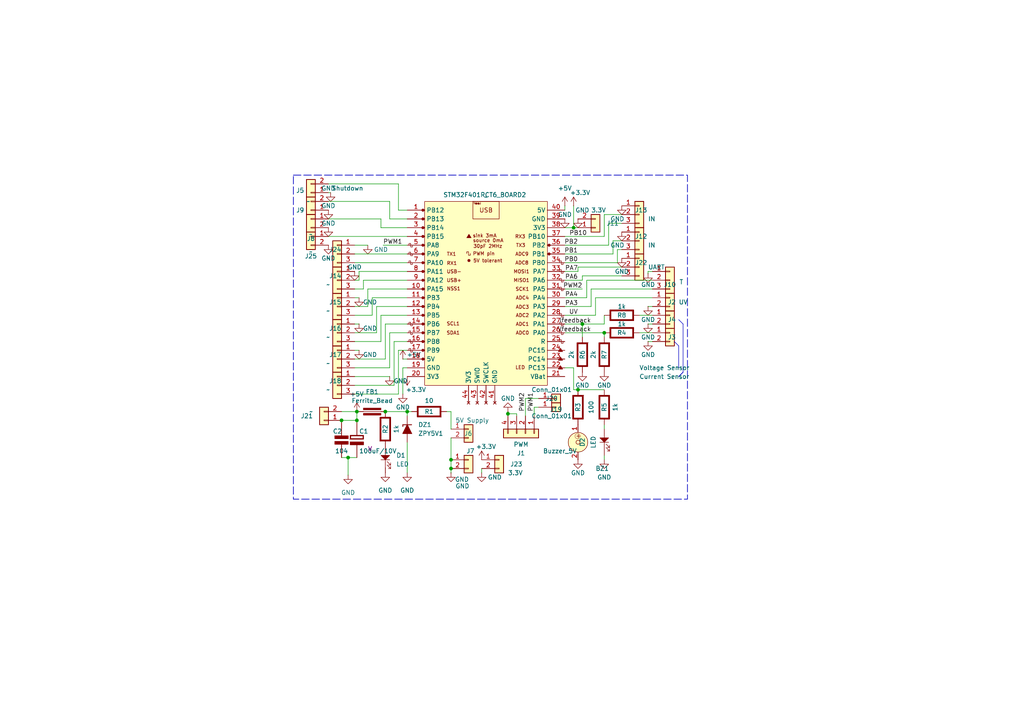
<source format=kicad_sch>
(kicad_sch
	(version 20231120)
	(generator "eeschema")
	(generator_version "8.0")
	(uuid "420afae3-68e1-48d0-b482-a54444c9d51f")
	(paper "A4")
	(title_block
		(title "MAIN CONTROLLER")
		(rev "V3")
	)
	(lib_symbols
		(symbol "Connector_Generic:Conn_01x01"
			(pin_names
				(offset 1.016) hide)
			(exclude_from_sim no)
			(in_bom yes)
			(on_board yes)
			(property "Reference" "J"
				(at 0 2.54 0)
				(effects
					(font
						(size 1.27 1.27)
					)
				)
			)
			(property "Value" "Conn_01x01"
				(at 0 -2.54 0)
				(effects
					(font
						(size 1.27 1.27)
					)
				)
			)
			(property "Footprint" ""
				(at 0 0 0)
				(effects
					(font
						(size 1.27 1.27)
					)
					(hide yes)
				)
			)
			(property "Datasheet" "~"
				(at 0 0 0)
				(effects
					(font
						(size 1.27 1.27)
					)
					(hide yes)
				)
			)
			(property "Description" "Generic connector, single row, 01x01, script generated (kicad-library-utils/schlib/autogen/connector/)"
				(at 0 0 0)
				(effects
					(font
						(size 1.27 1.27)
					)
					(hide yes)
				)
			)
			(property "ki_keywords" "connector"
				(at 0 0 0)
				(effects
					(font
						(size 1.27 1.27)
					)
					(hide yes)
				)
			)
			(property "ki_fp_filters" "Connector*:*_1x??_*"
				(at 0 0 0)
				(effects
					(font
						(size 1.27 1.27)
					)
					(hide yes)
				)
			)
			(symbol "Conn_01x01_1_1"
				(rectangle
					(start -1.27 0.127)
					(end 0 -0.127)
					(stroke
						(width 0.1524)
						(type default)
					)
					(fill
						(type none)
					)
				)
				(rectangle
					(start -1.27 1.27)
					(end 1.27 -1.27)
					(stroke
						(width 0.254)
						(type default)
					)
					(fill
						(type background)
					)
				)
				(pin passive line
					(at -5.08 0 0)
					(length 3.81)
					(name "Pin_1"
						(effects
							(font
								(size 1.27 1.27)
							)
						)
					)
					(number "1"
						(effects
							(font
								(size 1.27 1.27)
							)
						)
					)
				)
			)
		)
		(symbol "Connector_Generic:Conn_01x02"
			(pin_names
				(offset 1.016) hide)
			(exclude_from_sim no)
			(in_bom yes)
			(on_board yes)
			(property "Reference" "J"
				(at 0 2.54 0)
				(effects
					(font
						(size 1.27 1.27)
					)
				)
			)
			(property "Value" "Conn_01x02"
				(at 0 -5.08 0)
				(effects
					(font
						(size 1.27 1.27)
					)
				)
			)
			(property "Footprint" ""
				(at 0 0 0)
				(effects
					(font
						(size 1.27 1.27)
					)
					(hide yes)
				)
			)
			(property "Datasheet" "~"
				(at 0 0 0)
				(effects
					(font
						(size 1.27 1.27)
					)
					(hide yes)
				)
			)
			(property "Description" "Generic connector, single row, 01x02, script generated (kicad-library-utils/schlib/autogen/connector/)"
				(at 0 0 0)
				(effects
					(font
						(size 1.27 1.27)
					)
					(hide yes)
				)
			)
			(property "ki_keywords" "connector"
				(at 0 0 0)
				(effects
					(font
						(size 1.27 1.27)
					)
					(hide yes)
				)
			)
			(property "ki_fp_filters" "Connector*:*_1x??_*"
				(at 0 0 0)
				(effects
					(font
						(size 1.27 1.27)
					)
					(hide yes)
				)
			)
			(symbol "Conn_01x02_1_1"
				(rectangle
					(start -1.27 -2.413)
					(end 0 -2.667)
					(stroke
						(width 0.1524)
						(type default)
					)
					(fill
						(type none)
					)
				)
				(rectangle
					(start -1.27 0.127)
					(end 0 -0.127)
					(stroke
						(width 0.1524)
						(type default)
					)
					(fill
						(type none)
					)
				)
				(rectangle
					(start -1.27 1.27)
					(end 1.27 -3.81)
					(stroke
						(width 0.254)
						(type default)
					)
					(fill
						(type background)
					)
				)
				(pin passive line
					(at -5.08 0 0)
					(length 3.81)
					(name "Pin_1"
						(effects
							(font
								(size 1.27 1.27)
							)
						)
					)
					(number "1"
						(effects
							(font
								(size 1.27 1.27)
							)
						)
					)
				)
				(pin passive line
					(at -5.08 -2.54 0)
					(length 3.81)
					(name "Pin_2"
						(effects
							(font
								(size 1.27 1.27)
							)
						)
					)
					(number "2"
						(effects
							(font
								(size 1.27 1.27)
							)
						)
					)
				)
			)
		)
		(symbol "Connector_Generic:Conn_01x03"
			(pin_names
				(offset 1.016) hide)
			(exclude_from_sim no)
			(in_bom yes)
			(on_board yes)
			(property "Reference" "J"
				(at 0 5.08 0)
				(effects
					(font
						(size 1.27 1.27)
					)
				)
			)
			(property "Value" "Conn_01x03"
				(at 0 -5.08 0)
				(effects
					(font
						(size 1.27 1.27)
					)
				)
			)
			(property "Footprint" ""
				(at 0 0 0)
				(effects
					(font
						(size 1.27 1.27)
					)
					(hide yes)
				)
			)
			(property "Datasheet" "~"
				(at 0 0 0)
				(effects
					(font
						(size 1.27 1.27)
					)
					(hide yes)
				)
			)
			(property "Description" "Generic connector, single row, 01x03, script generated (kicad-library-utils/schlib/autogen/connector/)"
				(at 0 0 0)
				(effects
					(font
						(size 1.27 1.27)
					)
					(hide yes)
				)
			)
			(property "ki_keywords" "connector"
				(at 0 0 0)
				(effects
					(font
						(size 1.27 1.27)
					)
					(hide yes)
				)
			)
			(property "ki_fp_filters" "Connector*:*_1x??_*"
				(at 0 0 0)
				(effects
					(font
						(size 1.27 1.27)
					)
					(hide yes)
				)
			)
			(symbol "Conn_01x03_1_1"
				(rectangle
					(start -1.27 -2.413)
					(end 0 -2.667)
					(stroke
						(width 0.1524)
						(type default)
					)
					(fill
						(type none)
					)
				)
				(rectangle
					(start -1.27 0.127)
					(end 0 -0.127)
					(stroke
						(width 0.1524)
						(type default)
					)
					(fill
						(type none)
					)
				)
				(rectangle
					(start -1.27 2.667)
					(end 0 2.413)
					(stroke
						(width 0.1524)
						(type default)
					)
					(fill
						(type none)
					)
				)
				(rectangle
					(start -1.27 3.81)
					(end 1.27 -3.81)
					(stroke
						(width 0.254)
						(type default)
					)
					(fill
						(type background)
					)
				)
				(pin passive line
					(at -5.08 2.54 0)
					(length 3.81)
					(name "Pin_1"
						(effects
							(font
								(size 1.27 1.27)
							)
						)
					)
					(number "1"
						(effects
							(font
								(size 1.27 1.27)
							)
						)
					)
				)
				(pin passive line
					(at -5.08 0 0)
					(length 3.81)
					(name "Pin_2"
						(effects
							(font
								(size 1.27 1.27)
							)
						)
					)
					(number "2"
						(effects
							(font
								(size 1.27 1.27)
							)
						)
					)
				)
				(pin passive line
					(at -5.08 -2.54 0)
					(length 3.81)
					(name "Pin_3"
						(effects
							(font
								(size 1.27 1.27)
							)
						)
					)
					(number "3"
						(effects
							(font
								(size 1.27 1.27)
							)
						)
					)
				)
			)
		)
		(symbol "Connector_Generic:Conn_01x04"
			(pin_names
				(offset 1.016) hide)
			(exclude_from_sim no)
			(in_bom yes)
			(on_board yes)
			(property "Reference" "J"
				(at 0 5.08 0)
				(effects
					(font
						(size 1.27 1.27)
					)
				)
			)
			(property "Value" "Conn_01x04"
				(at 0 -7.62 0)
				(effects
					(font
						(size 1.27 1.27)
					)
				)
			)
			(property "Footprint" ""
				(at 0 0 0)
				(effects
					(font
						(size 1.27 1.27)
					)
					(hide yes)
				)
			)
			(property "Datasheet" "~"
				(at 0 0 0)
				(effects
					(font
						(size 1.27 1.27)
					)
					(hide yes)
				)
			)
			(property "Description" "Generic connector, single row, 01x04, script generated (kicad-library-utils/schlib/autogen/connector/)"
				(at 0 0 0)
				(effects
					(font
						(size 1.27 1.27)
					)
					(hide yes)
				)
			)
			(property "ki_keywords" "connector"
				(at 0 0 0)
				(effects
					(font
						(size 1.27 1.27)
					)
					(hide yes)
				)
			)
			(property "ki_fp_filters" "Connector*:*_1x??_*"
				(at 0 0 0)
				(effects
					(font
						(size 1.27 1.27)
					)
					(hide yes)
				)
			)
			(symbol "Conn_01x04_1_1"
				(rectangle
					(start -1.27 -4.953)
					(end 0 -5.207)
					(stroke
						(width 0.1524)
						(type default)
					)
					(fill
						(type none)
					)
				)
				(rectangle
					(start -1.27 -2.413)
					(end 0 -2.667)
					(stroke
						(width 0.1524)
						(type default)
					)
					(fill
						(type none)
					)
				)
				(rectangle
					(start -1.27 0.127)
					(end 0 -0.127)
					(stroke
						(width 0.1524)
						(type default)
					)
					(fill
						(type none)
					)
				)
				(rectangle
					(start -1.27 2.667)
					(end 0 2.413)
					(stroke
						(width 0.1524)
						(type default)
					)
					(fill
						(type none)
					)
				)
				(rectangle
					(start -1.27 3.81)
					(end 1.27 -6.35)
					(stroke
						(width 0.254)
						(type default)
					)
					(fill
						(type background)
					)
				)
				(pin passive line
					(at -5.08 2.54 0)
					(length 3.81)
					(name "Pin_1"
						(effects
							(font
								(size 1.27 1.27)
							)
						)
					)
					(number "1"
						(effects
							(font
								(size 1.27 1.27)
							)
						)
					)
				)
				(pin passive line
					(at -5.08 0 0)
					(length 3.81)
					(name "Pin_2"
						(effects
							(font
								(size 1.27 1.27)
							)
						)
					)
					(number "2"
						(effects
							(font
								(size 1.27 1.27)
							)
						)
					)
				)
				(pin passive line
					(at -5.08 -2.54 0)
					(length 3.81)
					(name "Pin_3"
						(effects
							(font
								(size 1.27 1.27)
							)
						)
					)
					(number "3"
						(effects
							(font
								(size 1.27 1.27)
							)
						)
					)
				)
				(pin passive line
					(at -5.08 -5.08 0)
					(length 3.81)
					(name "Pin_4"
						(effects
							(font
								(size 1.27 1.27)
							)
						)
					)
					(number "4"
						(effects
							(font
								(size 1.27 1.27)
							)
						)
					)
				)
			)
		)
		(symbol "PCM_Device_AKL:Ferrite_Bead"
			(pin_numbers hide)
			(pin_names
				(offset 0)
			)
			(exclude_from_sim no)
			(in_bom yes)
			(on_board yes)
			(property "Reference" "FB"
				(at 0 4.572 0)
				(effects
					(font
						(size 1.27 1.27)
					)
				)
			)
			(property "Value" "Ferrite_Bead"
				(at 0 3.175 0)
				(effects
					(font
						(size 1.27 1.27)
					)
				)
			)
			(property "Footprint" ""
				(at 0 3.302 0)
				(effects
					(font
						(size 1.27 1.27)
					)
					(hide yes)
				)
			)
			(property "Datasheet" "~"
				(at 0 0 90)
				(effects
					(font
						(size 1.27 1.27)
					)
					(hide yes)
				)
			)
			(property "Description" "Ferrite bead, Alternate KiCAD Library"
				(at 0 0 0)
				(effects
					(font
						(size 1.27 1.27)
					)
					(hide yes)
				)
			)
			(property "ki_keywords" "ferrite bead emc"
				(at 0 0 0)
				(effects
					(font
						(size 1.27 1.27)
					)
					(hide yes)
				)
			)
			(property "ki_fp_filters" "*Fuse*"
				(at 0 0 0)
				(effects
					(font
						(size 1.27 1.27)
					)
					(hide yes)
				)
			)
			(symbol "Ferrite_Bead_0_1"
				(rectangle
					(start -2.54 1.016)
					(end 2.54 0.508)
					(stroke
						(width 0)
						(type default)
					)
					(fill
						(type outline)
					)
				)
				(polyline
					(pts
						(xy 2.54 0) (xy -2.54 0)
					)
					(stroke
						(width 0)
						(type default)
					)
					(fill
						(type none)
					)
				)
			)
			(symbol "Ferrite_Bead_1_1"
				(rectangle
					(start -2.54 -0.508)
					(end 2.54 -1.016)
					(stroke
						(width 0)
						(type default)
					)
					(fill
						(type outline)
					)
				)
				(pin passive line
					(at -3.81 0 0)
					(length 1.27)
					(name "~"
						(effects
							(font
								(size 1.27 1.27)
							)
						)
					)
					(number "1"
						(effects
							(font
								(size 1.27 1.27)
							)
						)
					)
				)
				(pin passive line
					(at 3.81 0 180)
					(length 1.27)
					(name "~"
						(effects
							(font
								(size 1.27 1.27)
							)
						)
					)
					(number "2"
						(effects
							(font
								(size 1.27 1.27)
							)
						)
					)
				)
			)
		)
		(symbol "PCM_Diode_Zener_AKL:ZPY5V1"
			(pin_numbers hide)
			(pin_names
				(offset 1.016) hide)
			(exclude_from_sim no)
			(in_bom yes)
			(on_board yes)
			(property "Reference" "DZ"
				(at 0 5.08 0)
				(effects
					(font
						(size 1.27 1.27)
					)
				)
			)
			(property "Value" "ZPY5V1"
				(at 0 2.54 0)
				(effects
					(font
						(size 1.27 1.27)
					)
				)
			)
			(property "Footprint" "Diode_THT_AKL:D_DO-41_SOD81_P7.62mm_Horizontal_Zener"
				(at 0 0 0)
				(effects
					(font
						(size 1.27 1.27)
					)
					(hide yes)
				)
			)
			(property "Datasheet" "https://www.tme.eu/Document/8639030ec501c5427b3fc855b8786bbe/zpy_ser.pdf"
				(at 0 0 0)
				(effects
					(font
						(size 1.27 1.27)
					)
					(hide yes)
				)
			)
			(property "Description" "DO-41 Zener diode, 5.1V, 1.3W, Alternate KiCAD Library"
				(at 0 0 0)
				(effects
					(font
						(size 1.27 1.27)
					)
					(hide yes)
				)
			)
			(property "ki_keywords" "diode zener ZPY"
				(at 0 0 0)
				(effects
					(font
						(size 1.27 1.27)
					)
					(hide yes)
				)
			)
			(property "ki_fp_filters" "TO-???* *_Diode_* *SingleDiode* D_*"
				(at 0 0 0)
				(effects
					(font
						(size 1.27 1.27)
					)
					(hide yes)
				)
			)
			(symbol "ZPY5V1_0_1"
				(polyline
					(pts
						(xy -1.27 0) (xy 1.27 0)
					)
					(stroke
						(width 0)
						(type default)
					)
					(fill
						(type none)
					)
				)
				(polyline
					(pts
						(xy 1.27 1.27) (xy 0.762 1.27)
					)
					(stroke
						(width 0.254)
						(type default)
					)
					(fill
						(type none)
					)
				)
				(polyline
					(pts
						(xy 1.27 1.27) (xy 1.27 -1.27)
					)
					(stroke
						(width 0.254)
						(type default)
					)
					(fill
						(type none)
					)
				)
				(polyline
					(pts
						(xy -1.27 -1.27) (xy -1.27 1.27) (xy 1.27 0) (xy -1.27 -1.27)
					)
					(stroke
						(width 0.254)
						(type default)
					)
					(fill
						(type outline)
					)
				)
			)
			(symbol "ZPY5V1_1_1"
				(pin passive line
					(at 3.81 0 180)
					(length 2.54)
					(name "K"
						(effects
							(font
								(size 1.27 1.27)
							)
						)
					)
					(number "1"
						(effects
							(font
								(size 1.27 1.27)
							)
						)
					)
				)
				(pin passive line
					(at -3.81 0 0)
					(length 2.54)
					(name "A"
						(effects
							(font
								(size 1.27 1.27)
							)
						)
					)
					(number "2"
						(effects
							(font
								(size 1.27 1.27)
							)
						)
					)
				)
			)
		)
		(symbol "PCM_Elektuur:C"
			(pin_numbers hide)
			(pin_names
				(offset 0) hide)
			(exclude_from_sim no)
			(in_bom yes)
			(on_board yes)
			(property "Reference" "C"
				(at 0.635 3.175 0)
				(effects
					(font
						(size 1.27 1.27)
					)
					(justify left)
				)
			)
			(property "Value" "C"
				(at 0.635 -3.175 0)
				(effects
					(font
						(size 1.27 1.27)
					)
					(justify left)
				)
			)
			(property "Footprint" ""
				(at 0 0 0)
				(effects
					(font
						(size 1.27 1.27)
					)
					(hide yes)
				)
			)
			(property "Datasheet" ""
				(at 0 0 0)
				(effects
					(font
						(size 1.27 1.27)
					)
					(hide yes)
				)
			)
			(property "Description" "capacitor, non-polarized/bipolar"
				(at 0 0 0)
				(effects
					(font
						(size 1.27 1.27)
					)
					(hide yes)
				)
			)
			(property "Indicator" "+"
				(at -1.27 3.175 0)
				(effects
					(font
						(size 1.27 1.27)
					)
					(hide yes)
				)
			)
			(property "Rating" "V"
				(at -0.635 -3.175 0)
				(effects
					(font
						(size 1.27 1.27)
					)
					(justify right)
					(hide yes)
				)
			)
			(property "ki_keywords" "C cap capacitor non-polarized bipolar"
				(at 0 0 0)
				(effects
					(font
						(size 1.27 1.27)
					)
					(hide yes)
				)
			)
			(symbol "C_1_1"
				(rectangle
					(start -1.905 -0.4318)
					(end 1.905 -1.1938)
					(stroke
						(width 0.254)
						(type default)
					)
					(fill
						(type outline)
					)
				)
				(rectangle
					(start -1.905 1.1938)
					(end 1.905 0.4318)
					(stroke
						(width 0.254)
						(type default)
					)
					(fill
						(type outline)
					)
				)
				(pin passive line
					(at 0 5.08 270)
					(length 3.8862)
					(name "+"
						(effects
							(font
								(size 1.27 1.27)
							)
						)
					)
					(number "1"
						(effects
							(font
								(size 1.27 1.27)
							)
						)
					)
				)
				(pin passive line
					(at 0 -5.08 90)
					(length 3.8862)
					(name "-"
						(effects
							(font
								(size 1.27 1.27)
							)
						)
					)
					(number "2"
						(effects
							(font
								(size 1.27 1.27)
							)
						)
					)
				)
			)
			(symbol "C_1_2"
				(polyline
					(pts
						(xy -1.905 -1.4986) (xy 1.905 -1.4986) (xy 1.905 -0.4318) (xy -1.905 -0.4318) (xy -1.905 -1.4986)
						(xy -1.8034 -1.397) (xy -1.8034 -0.5334) (xy 1.8034 -0.5334) (xy 1.8034 -1.397) (xy -1.8034 -1.397)
						(xy -1.905 -1.4986)
					)
					(stroke
						(width 0.254)
						(type default)
					)
					(fill
						(type outline)
					)
				)
				(polyline
					(pts
						(xy -1.905 0.4318) (xy 1.905 0.4318) (xy 1.905 1.4986) (xy -1.905 1.4986) (xy -1.905 0.4318) (xy -1.8034 0.5334)
						(xy -1.8034 1.397) (xy 1.8034 1.397) (xy 1.8034 0.5334) (xy -1.8034 0.5334) (xy -1.905 0.4318)
					)
					(stroke
						(width 0.254)
						(type default)
					)
					(fill
						(type outline)
					)
				)
				(pin passive line
					(at 0 5.08 270)
					(length 3.5814)
					(name "+"
						(effects
							(font
								(size 1.27 1.27)
							)
						)
					)
					(number "1"
						(effects
							(font
								(size 1.27 1.27)
							)
						)
					)
				)
				(pin passive line
					(at 0 -5.08 90)
					(length 3.5814)
					(name "-"
						(effects
							(font
								(size 1.27 1.27)
							)
						)
					)
					(number "2"
						(effects
							(font
								(size 1.27 1.27)
							)
						)
					)
				)
			)
		)
		(symbol "PCM_Elektuur:C-polar"
			(pin_numbers hide)
			(pin_names
				(offset 0) hide)
			(exclude_from_sim no)
			(in_bom yes)
			(on_board yes)
			(property "Reference" "C"
				(at 0.635 3.175 0)
				(effects
					(font
						(size 1.27 1.27)
					)
					(justify left)
				)
			)
			(property "Value" "C-polar"
				(at 0.635 -3.175 0)
				(effects
					(font
						(size 1.27 1.27)
					)
					(justify left)
				)
			)
			(property "Footprint" ""
				(at 0 0 0)
				(effects
					(font
						(size 1.27 1.27)
					)
					(hide yes)
				)
			)
			(property "Datasheet" ""
				(at 0 0 0)
				(effects
					(font
						(size 1.27 1.27)
					)
					(hide yes)
				)
			)
			(property "Description" "capacitor, polar(ized)"
				(at 0 0 0)
				(effects
					(font
						(size 1.27 1.27)
					)
					(hide yes)
				)
			)
			(property "Indicator" "+"
				(at -1.27 3.175 0)
				(effects
					(font
						(size 1.27 1.27)
					)
					(hide yes)
				)
			)
			(property "Rating" "V"
				(at -0.635 -3.175 0)
				(effects
					(font
						(size 1.27 1.27)
					)
					(justify right)
				)
			)
			(property "ki_keywords" "C cap capacitor polarized polar bipolar electrolytic elcap e-cap"
				(at 0 0 0)
				(effects
					(font
						(size 1.27 1.27)
					)
					(hide yes)
				)
			)
			(symbol "C-polar_1_1"
				(rectangle
					(start -1.905 -0.5842)
					(end 1.905 -1.3462)
					(stroke
						(width 0.254)
						(type default)
					)
					(fill
						(type outline)
					)
				)
				(polyline
					(pts
						(xy -1.905 0.2794) (xy 1.905 0.2794) (xy 1.905 1.3462) (xy -1.905 1.3462) (xy -1.905 0.2794) (xy -1.8034 0.381)
						(xy -1.8034 1.2446) (xy 1.8034 1.2446) (xy 1.8034 0.381) (xy -1.8034 0.381) (xy -1.905 0.2794)
					)
					(stroke
						(width 0.254)
						(type default)
					)
					(fill
						(type outline)
					)
				)
				(pin passive line
					(at 0 5.08 270)
					(length 3.7338)
					(name "+"
						(effects
							(font
								(size 1.27 1.27)
							)
						)
					)
					(number "1"
						(effects
							(font
								(size 1.27 1.27)
							)
						)
					)
				)
				(pin passive line
					(at 0 -5.08 90)
					(length 3.7338)
					(name "-"
						(effects
							(font
								(size 1.27 1.27)
							)
						)
					)
					(number "2"
						(effects
							(font
								(size 1.27 1.27)
							)
						)
					)
				)
			)
			(symbol "C-polar_1_2"
				(rectangle
					(start -1.905 -0.4318)
					(end 1.905 -1.1938)
					(stroke
						(width 0.254)
						(type default)
					)
					(fill
						(type outline)
					)
				)
				(polyline
					(pts
						(xy -1.905 0.4318) (xy 1.905 0.4318) (xy 1.905 1.4986) (xy -1.905 1.4986) (xy -1.905 0.4318) (xy -1.8034 0.5334)
						(xy -1.8034 1.397) (xy 1.8034 1.397) (xy 1.8034 0.5334) (xy -1.8034 0.5334) (xy -1.905 0.4318)
					)
					(stroke
						(width 0.254)
						(type default)
					)
					(fill
						(type outline)
					)
				)
				(pin passive line
					(at 0 5.08 270)
					(length 3.5814)
					(name "+"
						(effects
							(font
								(size 1.27 1.27)
							)
						)
					)
					(number "1"
						(effects
							(font
								(size 1.27 1.27)
							)
						)
					)
				)
				(pin passive line
					(at 0 -5.08 90)
					(length 3.8862)
					(name "-"
						(effects
							(font
								(size 1.27 1.27)
							)
						)
					)
					(number "2"
						(effects
							(font
								(size 1.27 1.27)
							)
						)
					)
				)
			)
		)
		(symbol "PCM_Elektuur:R"
			(pin_numbers hide)
			(pin_names
				(offset 0) hide)
			(exclude_from_sim no)
			(in_bom yes)
			(on_board yes)
			(property "Reference" "R"
				(at 2.54 3.175 0)
				(effects
					(font
						(size 1.27 1.27)
					)
					(justify left)
				)
			)
			(property "Value" "R"
				(at 0 0 90)
				(effects
					(font
						(size 1.27 1.27)
					)
				)
			)
			(property "Footprint" ""
				(at 0 0 0)
				(effects
					(font
						(size 1.27 1.27)
					)
					(hide yes)
				)
			)
			(property "Datasheet" ""
				(at 0 0 0)
				(effects
					(font
						(size 1.27 1.27)
					)
					(hide yes)
				)
			)
			(property "Description" "resistor"
				(at 0 0 0)
				(effects
					(font
						(size 1.27 1.27)
					)
					(hide yes)
				)
			)
			(property "Indicator" "+"
				(at -3.175 3.175 0)
				(effects
					(font
						(size 1.27 1.27)
					)
					(hide yes)
				)
			)
			(property "Rating" "W"
				(at 2.54 -3.175 0)
				(effects
					(font
						(size 1.27 1.27)
					)
					(justify left)
					(hide yes)
				)
			)
			(property "ki_keywords" "R res resistor"
				(at 0 0 0)
				(effects
					(font
						(size 1.27 1.27)
					)
					(hide yes)
				)
			)
			(symbol "R_1_1"
				(polyline
					(pts
						(xy -1.524 -3.429) (xy 1.524 -3.429) (xy 1.524 3.429) (xy -1.524 3.429) (xy -1.524 -3.429) (xy -1.27 -3.175)
						(xy -1.27 3.175) (xy 1.27 3.175) (xy 1.27 -3.175) (xy -1.27 -3.175) (xy -1.524 -3.429)
					)
					(stroke
						(width 0.254)
						(type default)
					)
					(fill
						(type outline)
					)
				)
				(pin passive line
					(at 0 5.08 270)
					(length 1.651)
					(name "+"
						(effects
							(font
								(size 1.27 1.27)
							)
						)
					)
					(number "1"
						(effects
							(font
								(size 1.27 1.27)
							)
						)
					)
				)
				(pin passive line
					(at 0 -5.08 90)
					(length 1.651)
					(name "-"
						(effects
							(font
								(size 1.27 1.27)
							)
						)
					)
					(number "2"
						(effects
							(font
								(size 1.27 1.27)
							)
						)
					)
				)
			)
			(symbol "R_1_2"
				(polyline
					(pts
						(xy -0.508 -3.429) (xy 1.524 -3.429) (xy 1.524 3.429) (xy -0.508 3.429) (xy -0.508 3.175) (xy 1.27 3.175)
						(xy 1.27 -3.175) (xy -0.508 -3.175) (xy -0.508 -3.429)
					)
					(stroke
						(width 0.254)
						(type default)
					)
					(fill
						(type outline)
					)
				)
				(pin passive line
					(at 0 5.08 270)
					(length 1.651)
					(name "+"
						(effects
							(font
								(size 1.27 1.27)
							)
						)
					)
					(number "1"
						(effects
							(font
								(size 1.27 1.27)
							)
						)
					)
				)
				(pin passive line
					(at 0 -5.08 90)
					(length 1.651)
					(name "-"
						(effects
							(font
								(size 1.27 1.27)
							)
						)
					)
					(number "2"
						(effects
							(font
								(size 1.27 1.27)
							)
						)
					)
				)
			)
			(symbol "R_1_3"
				(polyline
					(pts
						(xy 0 3.4798) (xy 0 3.2004) (xy 0.7112 2.794) (xy -1.1938 1.6764) (xy 0.7112 0.5588) (xy -1.1938 -0.5588)
						(xy 0.7112 -1.6764) (xy -1.1938 -2.794) (xy 0 -3.4798) (xy 0 -3.2004) (xy -0.7112 -2.794) (xy 1.1938 -1.6764)
						(xy -0.7112 -0.5588) (xy 1.1938 0.5588) (xy -0.7112 1.6764) (xy 1.1938 2.794) (xy 0 3.4798)
					)
					(stroke
						(width 0.254)
						(type default)
					)
					(fill
						(type outline)
					)
				)
				(pin passive line
					(at 0 5.08 270)
					(length 1.6002)
					(name "+"
						(effects
							(font
								(size 1.27 1.27)
							)
						)
					)
					(number "1"
						(effects
							(font
								(size 1.27 1.27)
							)
						)
					)
				)
				(pin passive line
					(at 0 -5.08 90)
					(length 1.6002)
					(name "-"
						(effects
							(font
								(size 1.27 1.27)
							)
						)
					)
					(number "2"
						(effects
							(font
								(size 1.27 1.27)
							)
						)
					)
				)
			)
			(symbol "R_1_4"
				(polyline
					(pts
						(xy 0 4.5466) (xy 0 4.2672) (xy 0.0508 4.2418) (xy 1.016 3.683) (xy -1.524 2.2098) (xy 1.016 0.7366)
						(xy -1.524 -0.7366) (xy 1.016 -2.2098) (xy -1.524 -3.683) (xy -0.0762 -4.5212) (xy 0 -4.5466)
						(xy 0 -4.2672) (xy -0.0508 -4.2418) (xy -1.016 -3.683) (xy 1.524 -2.2098) (xy -1.016 -0.7366)
						(xy 1.524 0.7366) (xy -1.016 2.2098) (xy 1.524 3.683) (xy 0.0762 4.5212) (xy 0 4.5466)
					)
					(stroke
						(width 0.254)
						(type default)
					)
					(fill
						(type outline)
					)
				)
				(pin passive line
					(at 0 5.08 270)
					(length 0.5334)
					(name "+"
						(effects
							(font
								(size 1.27 1.27)
							)
						)
					)
					(number "1"
						(effects
							(font
								(size 1.27 1.27)
							)
						)
					)
				)
				(pin passive line
					(at 0 -5.08 90)
					(length 0.5334)
					(name "-"
						(effects
							(font
								(size 1.27 1.27)
							)
						)
					)
					(number "2"
						(effects
							(font
								(size 1.27 1.27)
							)
						)
					)
				)
			)
		)
		(symbol "PCM_SL_Devices:Buzzer_5V"
			(exclude_from_sim no)
			(in_bom yes)
			(on_board yes)
			(property "Reference" "BZ"
				(at 0 7.62 0)
				(effects
					(font
						(size 1.27 1.27)
					)
				)
			)
			(property "Value" "Buzzer_5V"
				(at 0 5.08 0)
				(effects
					(font
						(size 1.27 1.27)
					)
				)
			)
			(property "Footprint" "Buzzer_Beeper:MagneticBuzzer_ProSignal_ABT-410-RC"
				(at 0 10.16 0)
				(effects
					(font
						(size 1.27 1.27)
					)
					(hide yes)
				)
			)
			(property "Datasheet" ""
				(at 0 7.62 0)
				(effects
					(font
						(size 1.27 1.27)
					)
					(hide yes)
				)
			)
			(property "Description" "Buzzer 5V"
				(at 0 0 0)
				(effects
					(font
						(size 1.27 1.27)
					)
					(hide yes)
				)
			)
			(property "ki_keywords" "Buzzer Beeper"
				(at 0 0 0)
				(effects
					(font
						(size 1.27 1.27)
					)
					(hide yes)
				)
			)
			(symbol "Buzzer_5V_0_0"
				(circle
					(center -1.778 -0.127)
					(radius 0.7405)
					(stroke
						(width 0.07)
						(type default)
					)
					(fill
						(type none)
					)
				)
				(text "+"
					(at -1.778 0 0)
					(effects
						(font
							(size 1.27 1.27)
						)
					)
				)
			)
			(symbol "Buzzer_5V_0_1"
				(circle
					(center 0 0)
					(radius 0.568)
					(stroke
						(width 0)
						(type default)
					)
					(fill
						(type none)
					)
				)
				(circle
					(center 0 0)
					(radius 2.8398)
					(stroke
						(width 0)
						(type default)
					)
					(fill
						(type background)
					)
				)
			)
			(symbol "Buzzer_5V_1_1"
				(pin passive line
					(at -5.08 0 0)
					(length 2.2)
					(name ""
						(effects
							(font
								(size 1.27 1.27)
							)
						)
					)
					(number "1"
						(effects
							(font
								(size 1.27 1.27)
							)
						)
					)
				)
				(pin passive line
					(at 5.08 0 180)
					(length 2.2)
					(name ""
						(effects
							(font
								(size 1.27 1.27)
							)
						)
					)
					(number "2"
						(effects
							(font
								(size 1.27 1.27)
							)
						)
					)
				)
			)
		)
		(symbol "PCM_SL_Devices:LED"
			(exclude_from_sim no)
			(in_bom yes)
			(on_board yes)
			(property "Reference" "D"
				(at -0.508 5.334 0)
				(effects
					(font
						(size 1.27 1.27)
					)
				)
			)
			(property "Value" "LED"
				(at -0.508 2.794 0)
				(effects
					(font
						(size 1.27 1.27)
					)
				)
			)
			(property "Footprint" "LED_THT:LED_D5.0mm"
				(at -1.016 -2.794 0)
				(effects
					(font
						(size 1.27 1.27)
					)
					(hide yes)
				)
			)
			(property "Datasheet" ""
				(at -1.27 0 0)
				(effects
					(font
						(size 1.27 1.27)
					)
					(hide yes)
				)
			)
			(property "Description" "Common 5mm diameter LED"
				(at 0 0 0)
				(effects
					(font
						(size 1.27 1.27)
					)
					(hide yes)
				)
			)
			(property "ki_keywords" "LED 5mm"
				(at 0 0 0)
				(effects
					(font
						(size 1.27 1.27)
					)
					(hide yes)
				)
			)
			(property "ki_fp_filters" "LED_D5.0mm_Clear LED_D5.0mm_Horizontal_O1.27mm_Z3.0mm LED_D5.0mm_Horizontal_O3.81mm_Z3.0mm LED_D5.0mm_Horizontal_O6.35mm_Z3.0mm"
				(at 0 0 0)
				(effects
					(font
						(size 1.27 1.27)
					)
					(hide yes)
				)
			)
			(symbol "LED_0_1"
				(polyline
					(pts
						(xy -1.27 0) (xy -2.54 0)
					)
					(stroke
						(width 0)
						(type default)
					)
					(fill
						(type none)
					)
				)
				(polyline
					(pts
						(xy 0 1.27) (xy 0 -1.27)
					)
					(stroke
						(width 0)
						(type default)
					)
					(fill
						(type none)
					)
				)
				(polyline
					(pts
						(xy 0.508 0.508) (xy 1.524 1.524)
					)
					(stroke
						(width 0)
						(type default)
					)
					(fill
						(type none)
					)
				)
				(polyline
					(pts
						(xy 1.27 0) (xy 2.54 0)
					)
					(stroke
						(width 0)
						(type default)
					)
					(fill
						(type none)
					)
				)
				(polyline
					(pts
						(xy 1.524 0.508) (xy 2.54 1.524)
					)
					(stroke
						(width 0)
						(type default)
					)
					(fill
						(type none)
					)
				)
				(polyline
					(pts
						(xy 1.524 1.524) (xy 0.889 1.524)
					)
					(stroke
						(width 0)
						(type default)
					)
					(fill
						(type none)
					)
				)
				(polyline
					(pts
						(xy 1.524 1.524) (xy 1.524 0.889)
					)
					(stroke
						(width 0)
						(type default)
					)
					(fill
						(type none)
					)
				)
				(polyline
					(pts
						(xy 2.54 1.524) (xy 1.905 1.524)
					)
					(stroke
						(width 0)
						(type default)
					)
					(fill
						(type none)
					)
				)
				(polyline
					(pts
						(xy 2.54 1.524) (xy 2.54 0.889)
					)
					(stroke
						(width 0)
						(type default)
					)
					(fill
						(type none)
					)
				)
				(polyline
					(pts
						(xy 0 0) (xy -1.27 -1.27) (xy -1.27 1.27) (xy 0 0) (xy 1.27 0)
					)
					(stroke
						(width 0)
						(type default)
					)
					(fill
						(type outline)
					)
				)
			)
			(symbol "LED_1_1"
				(pin passive line
					(at 3.81 0 180)
					(length 1.5)
					(name "~"
						(effects
							(font
								(size 1.27 1.27)
							)
						)
					)
					(number "1"
						(effects
							(font
								(size 0 0)
							)
						)
					)
				)
				(pin passive line
					(at -3.81 0 0)
					(length 1.5)
					(name ""
						(effects
							(font
								(size 1.27 1.27)
							)
						)
					)
					(number "2"
						(effects
							(font
								(size 0 0)
							)
						)
					)
				)
			)
		)
		(symbol "STM32F401RCT6_BOARD_1"
			(exclude_from_sim no)
			(in_bom yes)
			(on_board yes)
			(property "Reference" "STM32F401RCT6_BOARD"
				(at 6.35 54.61 0)
				(effects
					(font
						(size 1.27 1.27)
					)
				)
			)
			(property "Value" ""
				(at -24.13 15.24 0)
				(effects
					(font
						(size 1.27 1.27)
					)
				)
			)
			(property "Footprint" ""
				(at -24.13 15.24 0)
				(effects
					(font
						(size 1.27 1.27)
					)
					(hide yes)
				)
			)
			(property "Datasheet" ""
				(at -24.13 15.24 0)
				(effects
					(font
						(size 1.27 1.27)
					)
					(hide yes)
				)
			)
			(property "Description" ""
				(at -24.13 15.24 0)
				(effects
					(font
						(size 1.27 1.27)
					)
					(hide yes)
				)
			)
			(symbol "STM32F401RCT6_BOARD_1_0_0"
				(circle
					(center -13.208 7.62)
					(radius 0.3556)
					(stroke
						(width 0)
						(type solid)
					)
					(fill
						(type outline)
					)
				)
				(circle
					(center -13.208 10.16)
					(radius 0.3556)
					(stroke
						(width 0)
						(type solid)
					)
					(fill
						(type outline)
					)
				)
				(circle
					(center -13.208 12.7)
					(radius 0.3556)
					(stroke
						(width 0)
						(type solid)
					)
					(fill
						(type outline)
					)
				)
				(circle
					(center -13.208 15.24)
					(radius 0.3556)
					(stroke
						(width 0)
						(type solid)
					)
					(fill
						(type outline)
					)
				)
				(circle
					(center -13.208 17.78)
					(radius 0.3556)
					(stroke
						(width 0)
						(type solid)
					)
					(fill
						(type outline)
					)
				)
				(circle
					(center -13.208 20.32)
					(radius 0.3556)
					(stroke
						(width 0)
						(type solid)
					)
					(fill
						(type outline)
					)
				)
				(circle
					(center -13.208 22.86)
					(radius 0.3556)
					(stroke
						(width 0)
						(type solid)
					)
					(fill
						(type outline)
					)
				)
				(circle
					(center -13.208 25.4)
					(radius 0.3556)
					(stroke
						(width 0)
						(type solid)
					)
					(fill
						(type outline)
					)
				)
				(circle
					(center -13.208 27.94)
					(radius 0.3556)
					(stroke
						(width 0)
						(type solid)
					)
					(fill
						(type outline)
					)
				)
				(circle
					(center -13.208 30.48)
					(radius 0.3556)
					(stroke
						(width 0)
						(type solid)
					)
					(fill
						(type outline)
					)
				)
				(circle
					(center -13.208 33.02)
					(radius 0.3556)
					(stroke
						(width 0)
						(type solid)
					)
					(fill
						(type outline)
					)
				)
				(circle
					(center -13.208 35.56)
					(radius 0.3556)
					(stroke
						(width 0)
						(type solid)
					)
					(fill
						(type outline)
					)
				)
				(circle
					(center -13.208 38.1)
					(radius 0.3556)
					(stroke
						(width 0)
						(type solid)
					)
					(fill
						(type outline)
					)
				)
				(circle
					(center -13.208 40.64)
					(radius 0.3556)
					(stroke
						(width 0)
						(type solid)
					)
					(fill
						(type outline)
					)
				)
				(circle
					(center -13.208 43.18)
					(radius 0.3556)
					(stroke
						(width 0)
						(type solid)
					)
					(fill
						(type outline)
					)
				)
				(circle
					(center -13.208 45.72)
					(radius 0.3556)
					(stroke
						(width 0)
						(type solid)
					)
					(fill
						(type outline)
					)
				)
				(circle
					(center -13.208 50.8)
					(radius 0.3556)
					(stroke
						(width 0)
						(type solid)
					)
					(fill
						(type outline)
					)
				)
				(polyline
					(pts
						(xy -0.508 42.799) (xy 0.127 43.815) (xy 0.762 42.799) (xy -0.508 42.799) (xy 0.127 43.688) (xy 0.635 42.799)
						(xy -0.381 42.926) (xy 0.127 43.561) (xy 0.508 42.799) (xy -0.254 43.053) (xy 0.254 43.434) (xy 0.381 42.799)
						(xy -0.127 43.18) (xy 0.381 43.307) (xy 0.254 42.926) (xy 0 43.18) (xy 0.254 43.053) (xy 0.127 43.307)
					)
					(stroke
						(width 0)
						(type solid)
					)
					(fill
						(type none)
					)
				)
				(polyline
					(pts
						(xy 26.035 4.699) (xy 26.67 5.715) (xy 27.305 4.699) (xy 26.035 4.699) (xy 26.67 5.588) (xy 27.178 4.699)
						(xy 26.162 4.826) (xy 26.67 5.461) (xy 27.051 4.699) (xy 26.289 4.953) (xy 26.797 5.334) (xy 26.924 4.699)
						(xy 26.416 5.08) (xy 26.924 5.207) (xy 26.797 4.826) (xy 26.543 5.08) (xy 26.797 4.953) (xy 26.67 5.207)
					)
					(stroke
						(width 0)
						(type solid)
					)
					(fill
						(type none)
					)
				)
				(polyline
					(pts
						(xy 26.035 7.239) (xy 26.67 8.255) (xy 27.305 7.239) (xy 26.035 7.239) (xy 26.67 8.128) (xy 27.178 7.239)
						(xy 26.162 7.366) (xy 26.67 8.001) (xy 27.051 7.239) (xy 26.289 7.493) (xy 26.797 7.874) (xy 26.924 7.239)
						(xy 26.416 7.62) (xy 26.924 7.747) (xy 26.797 7.366) (xy 26.543 7.62) (xy 26.797 7.493) (xy 26.67 7.747)
					)
					(stroke
						(width 0)
						(type solid)
					)
					(fill
						(type none)
					)
				)
				(polyline
					(pts
						(xy 26.035 9.779) (xy 26.67 10.795) (xy 27.305 9.779) (xy 26.035 9.779) (xy 26.67 10.668) (xy 27.178 9.779)
						(xy 26.162 9.906) (xy 26.67 10.541) (xy 27.051 9.779) (xy 26.289 10.033) (xy 26.797 10.414) (xy 26.924 9.779)
						(xy 26.416 10.16) (xy 26.924 10.287) (xy 26.797 9.906) (xy 26.543 10.16) (xy 26.797 10.033) (xy 26.67 10.287)
					)
					(stroke
						(width 0)
						(type solid)
					)
					(fill
						(type none)
					)
				)
				(circle
					(center 0.127 36.195)
					(radius 0.127)
					(stroke
						(width 0)
						(type solid)
					)
					(fill
						(type outline)
					)
				)
				(circle
					(center 0.127 36.195)
					(radius 0.254)
					(stroke
						(width 0)
						(type solid)
					)
					(fill
						(type none)
					)
				)
				(circle
					(center 0.127 36.195)
					(radius 0.3556)
					(stroke
						(width 0)
						(type solid)
					)
					(fill
						(type none)
					)
				)
				(circle
					(center 23.368 38.1)
					(radius 0.254)
					(stroke
						(width 0)
						(type solid)
					)
					(fill
						(type outline)
					)
				)
				(circle
					(center 23.368 38.1)
					(radius 0.3556)
					(stroke
						(width 0)
						(type solid)
					)
					(fill
						(type none)
					)
				)
				(circle
					(center 23.368 40.64)
					(radius 0.254)
					(stroke
						(width 0)
						(type solid)
					)
					(fill
						(type outline)
					)
				)
				(circle
					(center 23.368 40.64)
					(radius 0.3556)
					(stroke
						(width 0)
						(type solid)
					)
					(fill
						(type none)
					)
				)
				(text "30pF 2MHz"
					(at 5.588 40.386 0)
					(effects
						(font
							(size 0.9906 0.9906)
						)
					)
				)
				(text "5V tolerant"
					(at 5.588 36.195 0)
					(effects
						(font
							(size 0.9906 0.9906)
						)
					)
				)
				(text "ADC0"
					(at 15.621 15.24 0)
					(effects
						(font
							(size 0.9906 0.9906)
						)
					)
				)
				(text "ADC1"
					(at 15.621 17.78 0)
					(effects
						(font
							(size 0.9906 0.9906)
						)
					)
				)
				(text "ADC2"
					(at 15.621 20.32 0)
					(effects
						(font
							(size 0.9906 0.9906)
						)
					)
				)
				(text "ADC3"
					(at 15.621 22.733 0)
					(effects
						(font
							(size 0.9906 0.9906)
						)
					)
				)
				(text "ADC4"
					(at 15.621 25.4 0)
					(effects
						(font
							(size 0.9906 0.9906)
						)
					)
				)
				(text "ADC8"
					(at 15.494 35.56 0)
					(effects
						(font
							(size 0.9906 0.9906)
						)
					)
				)
				(text "ADC9"
					(at 15.494 38.1 0)
					(effects
						(font
							(size 0.9906 0.9906)
						)
					)
				)
				(text "LED"
					(at 14.986 5.207 0)
					(effects
						(font
							(size 0.9906 0.9906)
						)
					)
				)
				(text "MISO1"
					(at 15.367 30.48 0)
					(effects
						(font
							(size 0.9906 0.9906)
						)
					)
				)
				(text "MOSI1"
					(at 15.367 33.02 0)
					(effects
						(font
							(size 0.9906 0.9906)
						)
					)
				)
				(text "NSS1"
					(at -4.318 28.067 0)
					(effects
						(font
							(size 0.9906 0.9906)
						)
					)
				)
				(text "PWM pin"
					(at 4.445 38.227 0)
					(effects
						(font
							(size 0.9906 0.9906)
						)
					)
				)
				(text "RX1"
					(at -4.826 35.433 0)
					(effects
						(font
							(size 0.9906 0.9906)
						)
					)
				)
				(text "RX3"
					(at 14.986 43.18 0)
					(effects
						(font
							(size 0.9906 0.9906)
						)
					)
				)
				(text "SCK1"
					(at 15.621 27.94 0)
					(effects
						(font
							(size 0.9906 0.9906)
						)
					)
				)
				(text "SCL1"
					(at -4.445 17.907 0)
					(effects
						(font
							(size 0.9906 0.9906)
						)
					)
				)
				(text "SDA1"
					(at -4.445 15.24 0)
					(effects
						(font
							(size 0.9906 0.9906)
						)
					)
				)
				(text "sink 3mA"
					(at 4.699 43.434 0)
					(effects
						(font
							(size 0.9906 0.9906)
						)
					)
				)
				(text "source 0mA"
					(at 5.715 42.037 0)
					(effects
						(font
							(size 0.9906 0.9906)
						)
					)
				)
				(text "TX1"
					(at -4.953 38.1 0)
					(effects
						(font
							(size 0.9906 0.9906)
						)
					)
				)
				(text "TX3"
					(at 15.113 40.64 0)
					(effects
						(font
							(size 0.9906 0.9906)
						)
					)
				)
				(text "USB"
					(at 5.08 50.8 0)
					(effects
						(font
							(size 1.27 1.27)
						)
					)
				)
				(text "USB+"
					(at -4.191 30.48 0)
					(effects
						(font
							(size 0.9906 0.9906)
						)
					)
				)
				(text "USB-"
					(at -4.191 33.02 0)
					(effects
						(font
							(size 0.9906 0.9906)
						)
					)
				)
				(text "Y@@J"
					(at 2.5146 52.7812 0)
					(effects
						(font
							(size 0.508 0.508)
						)
					)
				)
			)
			(symbol "STM32F401RCT6_BOARD_1_0_1"
				(rectangle
					(start -12.7 53.34)
					(end 22.86 0)
					(stroke
						(width 0)
						(type solid)
					)
					(fill
						(type background)
					)
				)
				(polyline
					(pts
						(xy -16.256 10.16) (xy -16.256 9.652) (xy -16.764 9.652) (xy -16.764 10.668) (xy -17.272 10.668)
						(xy -17.272 10.16)
					)
					(stroke
						(width 0)
						(type solid)
					)
					(fill
						(type none)
					)
				)
				(polyline
					(pts
						(xy -16.256 12.7) (xy -16.256 12.192) (xy -16.764 12.192) (xy -16.764 13.208) (xy -17.272 13.208)
						(xy -17.272 12.7)
					)
					(stroke
						(width 0)
						(type solid)
					)
					(fill
						(type none)
					)
				)
				(polyline
					(pts
						(xy -16.256 15.24) (xy -16.256 14.732) (xy -16.764 14.732) (xy -16.764 15.748) (xy -17.272 15.748)
						(xy -17.272 15.24)
					)
					(stroke
						(width 0)
						(type solid)
					)
					(fill
						(type none)
					)
				)
				(polyline
					(pts
						(xy -16.256 17.78) (xy -16.256 17.272) (xy -16.764 17.272) (xy -16.764 18.288) (xy -17.272 18.288)
						(xy -17.272 17.78)
					)
					(stroke
						(width 0)
						(type solid)
					)
					(fill
						(type none)
					)
				)
				(polyline
					(pts
						(xy -16.256 35.56) (xy -16.256 35.052) (xy -16.764 35.052) (xy -16.764 36.068) (xy -17.272 36.068)
						(xy -17.272 35.56)
					)
					(stroke
						(width 0)
						(type solid)
					)
					(fill
						(type none)
					)
				)
				(polyline
					(pts
						(xy -16.256 38.1) (xy -16.256 37.592) (xy -16.764 37.592) (xy -16.764 38.608) (xy -17.272 38.608)
						(xy -17.272 38.1)
					)
					(stroke
						(width 0)
						(type solid)
					)
					(fill
						(type none)
					)
				)
				(polyline
					(pts
						(xy -16.256 40.64) (xy -16.256 40.132) (xy -16.764 40.132) (xy -16.764 41.148) (xy -17.272 41.148)
						(xy -17.272 40.64)
					)
					(stroke
						(width 0)
						(type solid)
					)
					(fill
						(type none)
					)
				)
				(polyline
					(pts
						(xy 0.508 38.227) (xy 0.508 37.719) (xy 0 37.719) (xy 0 38.735) (xy -0.508 38.735) (xy -0.508 38.227)
					)
					(stroke
						(width 0)
						(type solid)
					)
					(fill
						(type none)
					)
				)
				(polyline
					(pts
						(xy 27.432 12.7) (xy 27.432 12.192) (xy 26.924 12.192) (xy 26.924 13.208) (xy 26.416 13.208) (xy 26.416 12.7)
					)
					(stroke
						(width 0)
						(type solid)
					)
					(fill
						(type none)
					)
				)
				(polyline
					(pts
						(xy 27.432 15.24) (xy 27.432 14.732) (xy 26.924 14.732) (xy 26.924 15.748) (xy 26.416 15.748)
						(xy 26.416 15.24)
					)
					(stroke
						(width 0)
						(type solid)
					)
					(fill
						(type none)
					)
				)
				(polyline
					(pts
						(xy 27.432 17.78) (xy 27.432 17.272) (xy 26.924 17.272) (xy 26.924 18.288) (xy 26.416 18.288)
						(xy 26.416 17.78)
					)
					(stroke
						(width 0)
						(type solid)
					)
					(fill
						(type none)
					)
				)
				(polyline
					(pts
						(xy 27.432 20.32) (xy 27.432 19.812) (xy 26.924 19.812) (xy 26.924 20.828) (xy 26.416 20.828)
						(xy 26.416 20.32)
					)
					(stroke
						(width 0)
						(type solid)
					)
					(fill
						(type none)
					)
				)
				(polyline
					(pts
						(xy 27.432 27.94) (xy 27.432 27.432) (xy 26.924 27.432) (xy 26.924 28.448) (xy 26.416 28.448)
						(xy 26.416 27.94)
					)
					(stroke
						(width 0)
						(type solid)
					)
					(fill
						(type none)
					)
				)
				(polyline
					(pts
						(xy 27.432 30.48) (xy 27.432 29.972) (xy 26.924 29.972) (xy 26.924 30.988) (xy 26.416 30.988)
						(xy 26.416 30.48)
					)
					(stroke
						(width 0)
						(type solid)
					)
					(fill
						(type none)
					)
				)
				(polyline
					(pts
						(xy 27.432 33.02) (xy 27.432 32.512) (xy 26.924 32.512) (xy 26.924 33.528) (xy 26.416 33.528)
						(xy 26.416 33.02)
					)
					(stroke
						(width 0)
						(type solid)
					)
					(fill
						(type none)
					)
				)
				(polyline
					(pts
						(xy 27.432 35.56) (xy 27.432 35.052) (xy 26.924 35.052) (xy 26.924 36.068) (xy 26.416 36.068)
						(xy 26.416 35.56)
					)
					(stroke
						(width 0)
						(type solid)
					)
					(fill
						(type none)
					)
				)
				(rectangle
					(start 8.89 53.34)
					(end 1.27 48.26)
					(stroke
						(width 0)
						(type solid)
					)
					(fill
						(type none)
					)
				)
			)
			(symbol "STM32F401RCT6_BOARD_1_1_1"
				(circle
					(center -13.208 48.26)
					(radius 0.3556)
					(stroke
						(width 0)
						(type solid)
					)
					(fill
						(type outline)
					)
				)
				(pin bidirectional line
					(at -17.78 50.8 0)
					(length 5.08)
					(name "PB12"
						(effects
							(font
								(size 1.27 1.27)
							)
						)
					)
					(number "1"
						(effects
							(font
								(size 1.27 1.27)
							)
						)
					)
				)
				(pin bidirectional line
					(at -17.78 27.94 0)
					(length 5.08)
					(name "PA15"
						(effects
							(font
								(size 1.27 1.27)
							)
						)
					)
					(number "10"
						(effects
							(font
								(size 1.27 1.27)
							)
						)
					)
				)
				(pin bidirectional line
					(at -17.78 25.4 0)
					(length 5.08)
					(name "PB3"
						(effects
							(font
								(size 1.27 1.27)
							)
						)
					)
					(number "11"
						(effects
							(font
								(size 1.27 1.27)
							)
						)
					)
				)
				(pin bidirectional line
					(at -17.78 22.86 0)
					(length 5.08)
					(name "PB4"
						(effects
							(font
								(size 1.27 1.27)
							)
						)
					)
					(number "12"
						(effects
							(font
								(size 1.27 1.27)
							)
						)
					)
				)
				(pin bidirectional line
					(at -17.78 20.32 0)
					(length 5.08)
					(name "PB5"
						(effects
							(font
								(size 1.27 1.27)
							)
						)
					)
					(number "13"
						(effects
							(font
								(size 1.27 1.27)
							)
						)
					)
				)
				(pin bidirectional line
					(at -17.78 17.78 0)
					(length 5.08)
					(name "PB6"
						(effects
							(font
								(size 1.27 1.27)
							)
						)
					)
					(number "14"
						(effects
							(font
								(size 1.27 1.27)
							)
						)
					)
				)
				(pin bidirectional line
					(at -17.78 15.24 0)
					(length 5.08)
					(name "PB7"
						(effects
							(font
								(size 1.27 1.27)
							)
						)
					)
					(number "15"
						(effects
							(font
								(size 1.27 1.27)
							)
						)
					)
				)
				(pin bidirectional line
					(at -17.78 12.7 0)
					(length 5.08)
					(name "PB8"
						(effects
							(font
								(size 1.27 1.27)
							)
						)
					)
					(number "16"
						(effects
							(font
								(size 1.27 1.27)
							)
						)
					)
				)
				(pin bidirectional line
					(at -17.78 10.16 0)
					(length 5.08)
					(name "PB9"
						(effects
							(font
								(size 1.27 1.27)
							)
						)
					)
					(number "17"
						(effects
							(font
								(size 1.27 1.27)
							)
						)
					)
				)
				(pin power_in line
					(at -17.78 7.62 0)
					(length 5.08)
					(name "5V"
						(effects
							(font
								(size 1.27 1.27)
							)
						)
					)
					(number "18"
						(effects
							(font
								(size 1.27 1.27)
							)
						)
					)
				)
				(pin power_in line
					(at -17.78 5.08 0)
					(length 5.08)
					(name "GND"
						(effects
							(font
								(size 1.27 1.27)
							)
						)
					)
					(number "19"
						(effects
							(font
								(size 1.27 1.27)
							)
						)
					)
				)
				(pin bidirectional line
					(at -17.78 48.26 0)
					(length 5.08)
					(name "PB13"
						(effects
							(font
								(size 1.27 1.27)
							)
						)
					)
					(number "2"
						(effects
							(font
								(size 1.27 1.27)
							)
						)
					)
				)
				(pin power_in line
					(at -17.78 2.54 0)
					(length 5.08)
					(name "3V3"
						(effects
							(font
								(size 1.27 1.27)
							)
						)
					)
					(number "20"
						(effects
							(font
								(size 1.27 1.27)
							)
						)
					)
				)
				(pin power_in line
					(at 27.94 2.54 180)
					(length 5.08)
					(name "VBat"
						(effects
							(font
								(size 1.27 1.27)
							)
						)
					)
					(number "21"
						(effects
							(font
								(size 1.27 1.27)
							)
						)
					)
				)
				(pin bidirectional line
					(at 27.94 5.08 180)
					(length 5.08)
					(name "PC13"
						(effects
							(font
								(size 1.27 1.27)
							)
						)
					)
					(number "22"
						(effects
							(font
								(size 1.27 1.27)
							)
						)
					)
				)
				(pin bidirectional line
					(at 27.94 7.62 180)
					(length 5.08)
					(name "PC14"
						(effects
							(font
								(size 1.27 1.27)
							)
						)
					)
					(number "23"
						(effects
							(font
								(size 1.27 1.27)
							)
						)
					)
				)
				(pin bidirectional line
					(at 27.94 10.16 180)
					(length 5.08)
					(name "PC15"
						(effects
							(font
								(size 1.27 1.27)
							)
						)
					)
					(number "24"
						(effects
							(font
								(size 1.27 1.27)
							)
						)
					)
				)
				(pin bidirectional line
					(at 27.94 12.7 180)
					(length 5.08)
					(name "R"
						(effects
							(font
								(size 1.27 1.27)
							)
						)
					)
					(number "25"
						(effects
							(font
								(size 1.27 1.27)
							)
						)
					)
				)
				(pin bidirectional line
					(at 27.94 15.24 180)
					(length 5.08)
					(name "PA0"
						(effects
							(font
								(size 1.27 1.27)
							)
						)
					)
					(number "26"
						(effects
							(font
								(size 1.27 1.27)
							)
						)
					)
				)
				(pin bidirectional line
					(at 27.94 17.78 180)
					(length 5.08)
					(name "PA1"
						(effects
							(font
								(size 1.27 1.27)
							)
						)
					)
					(number "27"
						(effects
							(font
								(size 1.27 1.27)
							)
						)
					)
				)
				(pin bidirectional line
					(at 27.94 20.32 180)
					(length 5.08)
					(name "PA2"
						(effects
							(font
								(size 1.27 1.27)
							)
						)
					)
					(number "28"
						(effects
							(font
								(size 1.27 1.27)
							)
						)
					)
				)
				(pin bidirectional line
					(at 27.94 22.86 180)
					(length 5.08)
					(name "PA3"
						(effects
							(font
								(size 1.27 1.27)
							)
						)
					)
					(number "29"
						(effects
							(font
								(size 1.27 1.27)
							)
						)
					)
				)
				(pin bidirectional line
					(at -17.78 45.72 0)
					(length 5.08)
					(name "PB14"
						(effects
							(font
								(size 1.27 1.27)
							)
						)
					)
					(number "3"
						(effects
							(font
								(size 1.27 1.27)
							)
						)
					)
				)
				(pin bidirectional line
					(at 27.94 25.4 180)
					(length 5.08)
					(name "PA4"
						(effects
							(font
								(size 1.27 1.27)
							)
						)
					)
					(number "30"
						(effects
							(font
								(size 1.27 1.27)
							)
						)
					)
				)
				(pin bidirectional line
					(at 27.94 27.94 180)
					(length 5.08)
					(name "PA5"
						(effects
							(font
								(size 1.27 1.27)
							)
						)
					)
					(number "31"
						(effects
							(font
								(size 1.27 1.27)
							)
						)
					)
				)
				(pin bidirectional line
					(at 27.94 30.48 180)
					(length 5.08)
					(name "PA6"
						(effects
							(font
								(size 1.27 1.27)
							)
						)
					)
					(number "32"
						(effects
							(font
								(size 1.27 1.27)
							)
						)
					)
				)
				(pin bidirectional line
					(at 27.94 33.02 180)
					(length 5.08)
					(name "PA7"
						(effects
							(font
								(size 1.27 1.27)
							)
						)
					)
					(number "33"
						(effects
							(font
								(size 1.27 1.27)
							)
						)
					)
				)
				(pin bidirectional line
					(at 27.94 35.56 180)
					(length 5.08)
					(name "PB0"
						(effects
							(font
								(size 1.27 1.27)
							)
						)
					)
					(number "34"
						(effects
							(font
								(size 1.27 1.27)
							)
						)
					)
				)
				(pin bidirectional line
					(at 27.94 38.1 180)
					(length 5.08)
					(name "PB1"
						(effects
							(font
								(size 1.27 1.27)
							)
						)
					)
					(number "35"
						(effects
							(font
								(size 1.27 1.27)
							)
						)
					)
				)
				(pin bidirectional line
					(at 27.94 40.64 180)
					(length 5.08)
					(name "PB2"
						(effects
							(font
								(size 1.27 1.27)
							)
						)
					)
					(number "36"
						(effects
							(font
								(size 1.27 1.27)
							)
						)
					)
				)
				(pin input line
					(at 27.94 43.18 180)
					(length 5.08)
					(name "PB10"
						(effects
							(font
								(size 1.27 1.27)
							)
						)
					)
					(number "37"
						(effects
							(font
								(size 1.27 1.27)
							)
						)
					)
				)
				(pin power_in line
					(at 27.94 45.72 180)
					(length 5.08)
					(name "3V3"
						(effects
							(font
								(size 1.27 1.27)
							)
						)
					)
					(number "38"
						(effects
							(font
								(size 1.27 1.27)
							)
						)
					)
				)
				(pin power_in line
					(at 27.94 48.26 180)
					(length 5.08)
					(name "GND"
						(effects
							(font
								(size 1.27 1.27)
							)
						)
					)
					(number "39"
						(effects
							(font
								(size 1.27 1.27)
							)
						)
					)
				)
				(pin bidirectional line
					(at -17.78 43.18 0)
					(length 5.08)
					(name "PB15"
						(effects
							(font
								(size 1.27 1.27)
							)
						)
					)
					(number "4"
						(effects
							(font
								(size 1.27 1.27)
							)
						)
					)
				)
				(pin power_in line
					(at 27.94 50.8 180)
					(length 5.08)
					(name "5V"
						(effects
							(font
								(size 1.27 1.27)
							)
						)
					)
					(number "40"
						(effects
							(font
								(size 1.27 1.27)
							)
						)
					)
				)
				(pin no_connect line
					(at 7.62 -5.08 90)
					(length 5.08)
					(name "GND"
						(effects
							(font
								(size 1.27 1.27)
							)
						)
					)
					(number "41"
						(effects
							(font
								(size 1.27 1.27)
							)
						)
					)
				)
				(pin no_connect line
					(at 5.08 -5.08 90)
					(length 5.08)
					(name "SWCLK"
						(effects
							(font
								(size 1.27 1.27)
							)
						)
					)
					(number "42"
						(effects
							(font
								(size 1.27 1.27)
							)
						)
					)
				)
				(pin no_connect line
					(at 2.54 -5.08 90)
					(length 5.08)
					(name "SWIO"
						(effects
							(font
								(size 1.27 1.27)
							)
						)
					)
					(number "43"
						(effects
							(font
								(size 1.27 1.27)
							)
						)
					)
				)
				(pin no_connect line
					(at 0 -5.08 90)
					(length 5.08)
					(name "3V3"
						(effects
							(font
								(size 1.27 1.27)
							)
						)
					)
					(number "44"
						(effects
							(font
								(size 1.27 1.27)
							)
						)
					)
				)
				(pin bidirectional line
					(at -17.78 40.64 0)
					(length 5.08)
					(name "PA8"
						(effects
							(font
								(size 1.27 1.27)
							)
						)
					)
					(number "5"
						(effects
							(font
								(size 1.27 1.27)
							)
						)
					)
				)
				(pin bidirectional line
					(at -17.78 38.1 0)
					(length 5.08)
					(name "PA9"
						(effects
							(font
								(size 1.27 1.27)
							)
						)
					)
					(number "6"
						(effects
							(font
								(size 1.27 1.27)
							)
						)
					)
				)
				(pin bidirectional line
					(at -17.78 35.56 0)
					(length 5.08)
					(name "PA10"
						(effects
							(font
								(size 1.27 1.27)
							)
						)
					)
					(number "7"
						(effects
							(font
								(size 1.27 1.27)
							)
						)
					)
				)
				(pin bidirectional line
					(at -17.78 33.02 0)
					(length 5.08)
					(name "PA11"
						(effects
							(font
								(size 1.27 1.27)
							)
						)
					)
					(number "8"
						(effects
							(font
								(size 1.27 1.27)
							)
						)
					)
				)
				(pin bidirectional line
					(at -17.78 30.48 0)
					(length 5.08)
					(name "PA12"
						(effects
							(font
								(size 1.27 1.27)
							)
						)
					)
					(number "9"
						(effects
							(font
								(size 1.27 1.27)
							)
						)
					)
				)
			)
		)
		(symbol "power:+3.3V"
			(power)
			(pin_numbers hide)
			(pin_names
				(offset 0) hide)
			(exclude_from_sim no)
			(in_bom yes)
			(on_board yes)
			(property "Reference" "#PWR"
				(at 0 -3.81 0)
				(effects
					(font
						(size 1.27 1.27)
					)
					(hide yes)
				)
			)
			(property "Value" "+3.3V"
				(at 0 3.556 0)
				(effects
					(font
						(size 1.27 1.27)
					)
				)
			)
			(property "Footprint" ""
				(at 0 0 0)
				(effects
					(font
						(size 1.27 1.27)
					)
					(hide yes)
				)
			)
			(property "Datasheet" ""
				(at 0 0 0)
				(effects
					(font
						(size 1.27 1.27)
					)
					(hide yes)
				)
			)
			(property "Description" "Power symbol creates a global label with name \"+3.3V\""
				(at 0 0 0)
				(effects
					(font
						(size 1.27 1.27)
					)
					(hide yes)
				)
			)
			(property "ki_keywords" "global power"
				(at 0 0 0)
				(effects
					(font
						(size 1.27 1.27)
					)
					(hide yes)
				)
			)
			(symbol "+3.3V_0_1"
				(polyline
					(pts
						(xy -0.762 1.27) (xy 0 2.54)
					)
					(stroke
						(width 0)
						(type default)
					)
					(fill
						(type none)
					)
				)
				(polyline
					(pts
						(xy 0 0) (xy 0 2.54)
					)
					(stroke
						(width 0)
						(type default)
					)
					(fill
						(type none)
					)
				)
				(polyline
					(pts
						(xy 0 2.54) (xy 0.762 1.27)
					)
					(stroke
						(width 0)
						(type default)
					)
					(fill
						(type none)
					)
				)
			)
			(symbol "+3.3V_1_1"
				(pin power_in line
					(at 0 0 90)
					(length 0)
					(name "~"
						(effects
							(font
								(size 1.27 1.27)
							)
						)
					)
					(number "1"
						(effects
							(font
								(size 1.27 1.27)
							)
						)
					)
				)
			)
		)
		(symbol "power:+5V"
			(power)
			(pin_numbers hide)
			(pin_names
				(offset 0) hide)
			(exclude_from_sim no)
			(in_bom yes)
			(on_board yes)
			(property "Reference" "#PWR"
				(at 0 -3.81 0)
				(effects
					(font
						(size 1.27 1.27)
					)
					(hide yes)
				)
			)
			(property "Value" "+5V"
				(at 0 3.556 0)
				(effects
					(font
						(size 1.27 1.27)
					)
				)
			)
			(property "Footprint" ""
				(at 0 0 0)
				(effects
					(font
						(size 1.27 1.27)
					)
					(hide yes)
				)
			)
			(property "Datasheet" ""
				(at 0 0 0)
				(effects
					(font
						(size 1.27 1.27)
					)
					(hide yes)
				)
			)
			(property "Description" "Power symbol creates a global label with name \"+5V\""
				(at 0 0 0)
				(effects
					(font
						(size 1.27 1.27)
					)
					(hide yes)
				)
			)
			(property "ki_keywords" "global power"
				(at 0 0 0)
				(effects
					(font
						(size 1.27 1.27)
					)
					(hide yes)
				)
			)
			(symbol "+5V_0_1"
				(polyline
					(pts
						(xy -0.762 1.27) (xy 0 2.54)
					)
					(stroke
						(width 0)
						(type default)
					)
					(fill
						(type none)
					)
				)
				(polyline
					(pts
						(xy 0 0) (xy 0 2.54)
					)
					(stroke
						(width 0)
						(type default)
					)
					(fill
						(type none)
					)
				)
				(polyline
					(pts
						(xy 0 2.54) (xy 0.762 1.27)
					)
					(stroke
						(width 0)
						(type default)
					)
					(fill
						(type none)
					)
				)
			)
			(symbol "+5V_1_1"
				(pin power_in line
					(at 0 0 90)
					(length 0)
					(name "~"
						(effects
							(font
								(size 1.27 1.27)
							)
						)
					)
					(number "1"
						(effects
							(font
								(size 1.27 1.27)
							)
						)
					)
				)
			)
		)
		(symbol "power:GND"
			(power)
			(pin_numbers hide)
			(pin_names
				(offset 0) hide)
			(exclude_from_sim no)
			(in_bom yes)
			(on_board yes)
			(property "Reference" "#PWR"
				(at 0 -6.35 0)
				(effects
					(font
						(size 1.27 1.27)
					)
					(hide yes)
				)
			)
			(property "Value" "GND"
				(at 0 -3.81 0)
				(effects
					(font
						(size 1.27 1.27)
					)
				)
			)
			(property "Footprint" ""
				(at 0 0 0)
				(effects
					(font
						(size 1.27 1.27)
					)
					(hide yes)
				)
			)
			(property "Datasheet" ""
				(at 0 0 0)
				(effects
					(font
						(size 1.27 1.27)
					)
					(hide yes)
				)
			)
			(property "Description" "Power symbol creates a global label with name \"GND\" , ground"
				(at 0 0 0)
				(effects
					(font
						(size 1.27 1.27)
					)
					(hide yes)
				)
			)
			(property "ki_keywords" "global power"
				(at 0 0 0)
				(effects
					(font
						(size 1.27 1.27)
					)
					(hide yes)
				)
			)
			(symbol "GND_0_1"
				(polyline
					(pts
						(xy 0 0) (xy 0 -1.27) (xy 1.27 -1.27) (xy 0 -2.54) (xy -1.27 -1.27) (xy 0 -1.27)
					)
					(stroke
						(width 0)
						(type default)
					)
					(fill
						(type none)
					)
				)
			)
			(symbol "GND_1_1"
				(pin power_in line
					(at 0 0 270)
					(length 0)
					(name "~"
						(effects
							(font
								(size 1.27 1.27)
							)
						)
					)
					(number "1"
						(effects
							(font
								(size 1.27 1.27)
							)
						)
					)
				)
			)
		)
	)
	(junction
		(at 175.26 96.52)
		(diameter 0)
		(color 0 0 0 0)
		(uuid "2a3612f2-85e1-450e-bc0d-fa2b94efba2b")
	)
	(junction
		(at 147.32 120.015)
		(diameter 0)
		(color 0 0 0 0)
		(uuid "334c1280-6c5d-48d4-b4dc-025eff009dca")
	)
	(junction
		(at 168.91 93.98)
		(diameter 0)
		(color 0 0 0 0)
		(uuid "46c03375-049a-43d0-8967-fdd536f62497")
	)
	(junction
		(at 167.64 113.03)
		(diameter 0)
		(color 0 0 0 0)
		(uuid "5e1e1853-a9b6-4635-a896-20b35f455835")
	)
	(junction
		(at 99.06 121.92)
		(diameter 0)
		(color 0 0 0 0)
		(uuid "79be9419-2d41-47a3-9150-cdde5c6035de")
	)
	(junction
		(at 111.76 119.38)
		(diameter 0)
		(color 0 0 0 0)
		(uuid "7d3abf12-a34d-400d-87ad-e5d8fa655d3d")
	)
	(junction
		(at 118.11 119.38)
		(diameter 0)
		(color 0 0 0 0)
		(uuid "8ce4eb2e-8463-417c-9a6b-80dac681541c")
	)
	(junction
		(at 103.505 121.92)
		(diameter 0)
		(color 0 0 0 0)
		(uuid "8f145928-a296-489c-884c-543f0b1853ef")
	)
	(junction
		(at 130.81 133.35)
		(diameter 0)
		(color 0 0 0 0)
		(uuid "a58ea19e-5b2b-4f24-9a54-04e90f0767e8")
	)
	(junction
		(at 103.505 119.38)
		(diameter 0)
		(color 0 0 0 0)
		(uuid "a7799d3e-34a6-47f3-a641-0c86881efec6")
	)
	(junction
		(at 166.37 66.04)
		(diameter 0)
		(color 0 0 0 0)
		(uuid "b81c8b64-e19d-497c-a3c0-e5a101c79ba9")
	)
	(junction
		(at 130.81 135.89)
		(diameter 0)
		(color 0 0 0 0)
		(uuid "d1be5d84-2161-4a6e-abbe-9c63b421cbf2")
	)
	(junction
		(at 100.965 132.715)
		(diameter 0)
		(color 0 0 0 0)
		(uuid "f9f262fa-d5a3-4c88-b22b-995a0cff200a")
	)
	(wire
		(pts
			(xy 175.26 93.98) (xy 175.26 91.44)
		)
		(stroke
			(width 0)
			(type default)
		)
		(uuid "00ad665a-f6dc-4a0f-918b-cb4dc24596a3")
	)
	(wire
		(pts
			(xy 166.37 106.68) (xy 163.83 106.68)
		)
		(stroke
			(width 0)
			(type default)
		)
		(uuid "02cc00b6-c0cd-4c42-acfd-a5866f6289ec")
	)
	(wire
		(pts
			(xy 100.965 132.715) (xy 103.505 132.715)
		)
		(stroke
			(width 0)
			(type default)
		)
		(uuid "035d6cd6-f1d1-4825-84a4-e91b57fdd91a")
	)
	(wire
		(pts
			(xy 95.25 58.42) (xy 113.03 58.42)
		)
		(stroke
			(width 0)
			(type default)
		)
		(uuid "064b165e-18d8-4b8b-afdf-0147ef655337")
	)
	(wire
		(pts
			(xy 168.91 97.79) (xy 168.91 93.98)
		)
		(stroke
			(width 0)
			(type default)
		)
		(uuid "0c6f6b6d-4652-472f-a27c-799451fd0071")
	)
	(wire
		(pts
			(xy 152.4 115.57) (xy 152.4 120.65)
		)
		(stroke
			(width 0)
			(type default)
		)
		(uuid "0d75c036-ab23-4612-91ee-0a34b12cecce")
	)
	(wire
		(pts
			(xy 154.94 118.11) (xy 154.94 120.65)
		)
		(stroke
			(width 0)
			(type default)
		)
		(uuid "0e012f98-593a-47bc-bbbe-34fba924e59a")
	)
	(wire
		(pts
			(xy 114.3 99.06) (xy 114.3 111.76)
		)
		(stroke
			(width 0)
			(type default)
		)
		(uuid "10927e2f-0b7c-439c-9759-335b9d211329")
	)
	(wire
		(pts
			(xy 175.26 68.58) (xy 175.26 62.23)
		)
		(stroke
			(width 0)
			(type default)
		)
		(uuid "137e68c7-0854-4e43-9830-977855e702cd")
	)
	(wire
		(pts
			(xy 99.06 121.92) (xy 103.505 121.92)
		)
		(stroke
			(width 0)
			(type default)
		)
		(uuid "155824ed-882e-49ad-a13c-9713c9d95d88")
	)
	(wire
		(pts
			(xy 102.87 106.68) (xy 113.03 106.68)
		)
		(stroke
			(width 0)
			(type default)
		)
		(uuid "1855c630-9260-489b-84e6-46faf64a693e")
	)
	(wire
		(pts
			(xy 187.96 99.06) (xy 189.23 99.06)
		)
		(stroke
			(width 0)
			(type default)
		)
		(uuid "1c2a2b3b-313b-4281-b451-408faabd7d9d")
	)
	(wire
		(pts
			(xy 163.83 59.69) (xy 163.83 60.96)
		)
		(stroke
			(width 0)
			(type default)
		)
		(uuid "1cb38307-604e-49b8-b965-d23b0b1966a9")
	)
	(wire
		(pts
			(xy 166.37 59.69) (xy 166.37 66.04)
		)
		(stroke
			(width 0)
			(type default)
		)
		(uuid "1f975eb0-4cd2-42ba-9d28-134442ec3227")
	)
	(wire
		(pts
			(xy 185.42 91.44) (xy 189.23 91.44)
		)
		(stroke
			(width 0)
			(type default)
		)
		(uuid "2416404c-0634-436c-bbca-2b558c05c707")
	)
	(wire
		(pts
			(xy 163.83 83.82) (xy 168.91 83.82)
		)
		(stroke
			(width 0)
			(type default)
		)
		(uuid "24375453-45d1-47f8-b75f-4f9d7ced0078")
	)
	(wire
		(pts
			(xy 111.125 71.12) (xy 118.11 71.12)
		)
		(stroke
			(width 0)
			(type default)
		)
		(uuid "249206aa-533f-4669-bcea-1ae7315b06b1")
	)
	(wire
		(pts
			(xy 156.21 115.57) (xy 152.4 115.57)
		)
		(stroke
			(width 0)
			(type default)
		)
		(uuid "24d71ffa-65f0-40a9-865c-b9170dfd20c4")
	)
	(wire
		(pts
			(xy 187.96 88.9) (xy 189.23 88.9)
		)
		(stroke
			(width 0)
			(type default)
		)
		(uuid "2c4a4cb6-d7c7-44f7-9afd-9a33fc37ff86")
	)
	(wire
		(pts
			(xy 167.64 77.47) (xy 180.34 77.47)
		)
		(stroke
			(width 0)
			(type default)
		)
		(uuid "2ee93b6c-a865-423c-a0c3-368fd51d875b")
	)
	(wire
		(pts
			(xy 105.41 81.28) (xy 105.41 83.82)
		)
		(stroke
			(width 0)
			(type default)
		)
		(uuid "310e8b45-dd66-415c-9934-9a70b84673ac")
	)
	(polyline
		(pts
			(xy 195.58 99.06) (xy 196.85 100.33)
		)
		(stroke
			(width 0)
			(type default)
		)
		(uuid "34409344-763a-47b5-8b66-451fe6fb7907")
	)
	(wire
		(pts
			(xy 102.87 111.76) (xy 114.3 111.76)
		)
		(stroke
			(width 0)
			(type default)
		)
		(uuid "3c0c6a59-b1e1-40e3-974b-08737c86d550")
	)
	(wire
		(pts
			(xy 102.87 76.2) (xy 118.11 76.2)
		)
		(stroke
			(width 0)
			(type default)
		)
		(uuid "3cf0f32f-f6e0-47cf-8d4f-0eb9ae26c092")
	)
	(wire
		(pts
			(xy 104.14 86.36) (xy 102.87 86.36)
		)
		(stroke
			(width 0)
			(type default)
		)
		(uuid "3f39ac5b-6d06-45e2-ae0f-8780c85bfce8")
	)
	(wire
		(pts
			(xy 118.11 104.14) (xy 116.84 104.14)
		)
		(stroke
			(width 0)
			(type default)
		)
		(uuid "3f3bacc8-182b-432d-8ec9-f8a63c7ee6e6")
	)
	(wire
		(pts
			(xy 185.42 96.52) (xy 189.23 96.52)
		)
		(stroke
			(width 0)
			(type default)
		)
		(uuid "3f51edfb-30b2-4287-8891-7ddfbd5fb01c")
	)
	(wire
		(pts
			(xy 105.41 83.82) (xy 102.87 83.82)
		)
		(stroke
			(width 0)
			(type default)
		)
		(uuid "416dea98-5008-4e6d-884c-6fcc3c2a56b3")
	)
	(wire
		(pts
			(xy 175.26 97.79) (xy 175.26 96.52)
		)
		(stroke
			(width 0)
			(type default)
		)
		(uuid "431bd0e3-fcd4-41a4-bfa6-c13b29fe4457")
	)
	(wire
		(pts
			(xy 95.25 63.5) (xy 110.49 63.5)
		)
		(stroke
			(width 0)
			(type default)
		)
		(uuid "433566ab-f780-4bc5-b42a-c00599e2d3ef")
	)
	(wire
		(pts
			(xy 163.83 73.66) (xy 177.8 73.66)
		)
		(stroke
			(width 0)
			(type default)
		)
		(uuid "436d9ad7-8b19-409d-a955-b46708828754")
	)
	(wire
		(pts
			(xy 172.72 86.36) (xy 172.72 91.44)
		)
		(stroke
			(width 0)
			(type default)
		)
		(uuid "437f688f-aa4a-4050-8455-657de77a4a4d")
	)
	(wire
		(pts
			(xy 102.87 104.14) (xy 111.76 104.14)
		)
		(stroke
			(width 0)
			(type default)
		)
		(uuid "43ac955e-40fa-49af-8a74-0332bb6a8123")
	)
	(wire
		(pts
			(xy 104.14 119.38) (xy 103.505 119.38)
		)
		(stroke
			(width 0)
			(type default)
		)
		(uuid "441d7a16-82c2-46bd-b4f6-08053268d1cf")
	)
	(wire
		(pts
			(xy 170.18 86.36) (xy 170.18 81.28)
		)
		(stroke
			(width 0)
			(type default)
		)
		(uuid "446517e0-0289-4833-8dba-5dca670b009b")
	)
	(wire
		(pts
			(xy 107.95 86.36) (xy 118.11 86.36)
		)
		(stroke
			(width 0)
			(type default)
		)
		(uuid "45ffd3d4-197c-4a36-8b37-95b8c8c7b97d")
	)
	(wire
		(pts
			(xy 167.64 77.47) (xy 167.64 78.74)
		)
		(stroke
			(width 0)
			(type default)
		)
		(uuid "46c53e83-ae36-4e28-815b-e7d723f41d48")
	)
	(wire
		(pts
			(xy 163.83 91.44) (xy 172.72 91.44)
		)
		(stroke
			(width 0)
			(type default)
		)
		(uuid "4724b15b-e9ca-485a-8c50-441a9c26c5d6")
	)
	(wire
		(pts
			(xy 139.7 137.16) (xy 139.7 135.89)
		)
		(stroke
			(width 0)
			(type default)
		)
		(uuid "480466aa-6f61-4362-b91e-e502d26b90a9")
	)
	(wire
		(pts
			(xy 163.83 86.36) (xy 170.18 86.36)
		)
		(stroke
			(width 0)
			(type default)
		)
		(uuid "498d8050-0f57-45ea-aa0a-0fb3aad8bf06")
	)
	(wire
		(pts
			(xy 110.49 66.04) (xy 118.11 66.04)
		)
		(stroke
			(width 0)
			(type default)
		)
		(uuid "4a9deae0-8a18-482a-bdc2-befd7fb3205c")
	)
	(wire
		(pts
			(xy 115.57 60.96) (xy 118.11 60.96)
		)
		(stroke
			(width 0)
			(type default)
		)
		(uuid "4b9202c9-7823-4407-9dab-6469caa51105")
	)
	(wire
		(pts
			(xy 187.96 93.98) (xy 189.23 93.98)
		)
		(stroke
			(width 0)
			(type default)
		)
		(uuid "4ba81b5c-878b-495e-a8e3-f9f86d7ed35e")
	)
	(wire
		(pts
			(xy 99.06 121.92) (xy 99.06 122.555)
		)
		(stroke
			(width 0)
			(type default)
		)
		(uuid "4db0cce4-8aa4-4472-91f9-c6eed8a912c6")
	)
	(wire
		(pts
			(xy 130.81 127) (xy 130.81 133.35)
		)
		(stroke
			(width 0)
			(type default)
		)
		(uuid "50b352d9-af34-4d36-8a3e-f1de37071e9e")
	)
	(wire
		(pts
			(xy 175.26 133.35) (xy 175.26 132.08)
		)
		(stroke
			(width 0)
			(type default)
		)
		(uuid "552f891d-ba6b-4761-9a20-7229d958a024")
	)
	(wire
		(pts
			(xy 103.505 119.38) (xy 103.505 121.92)
		)
		(stroke
			(width 0)
			(type default)
		)
		(uuid "55dd288d-a547-45ba-ab22-ecdf417c9614")
	)
	(wire
		(pts
			(xy 171.45 88.9) (xy 171.45 83.82)
		)
		(stroke
			(width 0)
			(type default)
		)
		(uuid "580589fa-2307-44a2-a33c-a639589b480a")
	)
	(wire
		(pts
			(xy 163.83 68.58) (xy 175.26 68.58)
		)
		(stroke
			(width 0)
			(type default)
		)
		(uuid "5a04d329-1825-4cff-9e6a-132d960cc45b")
	)
	(wire
		(pts
			(xy 113.03 63.5) (xy 118.11 63.5)
		)
		(stroke
			(width 0)
			(type default)
		)
		(uuid "5af0d52f-8342-4b20-b21a-2af9da86e10f")
	)
	(wire
		(pts
			(xy 106.68 88.9) (xy 106.68 83.82)
		)
		(stroke
			(width 0)
			(type default)
		)
		(uuid "5af8f53f-4b29-4186-8f83-982637c9dff5")
	)
	(wire
		(pts
			(xy 95.25 53.34) (xy 115.57 53.34)
		)
		(stroke
			(width 0)
			(type default)
		)
		(uuid "5fcf4943-672a-46ef-9e59-c656661aedf8")
	)
	(wire
		(pts
			(xy 168.91 80.01) (xy 168.91 81.28)
		)
		(stroke
			(width 0)
			(type default)
		)
		(uuid "6197a3dc-a2be-462b-8c9a-91f6d2c9d0e2")
	)
	(wire
		(pts
			(xy 176.53 64.77) (xy 180.34 64.77)
		)
		(stroke
			(width 0)
			(type default)
		)
		(uuid "61e73af1-6f7f-48ff-82b3-c6868d5c06f7")
	)
	(wire
		(pts
			(xy 176.53 71.12) (xy 176.53 64.77)
		)
		(stroke
			(width 0)
			(type default)
		)
		(uuid "62fa44e2-1162-44b1-a863-30215fd3ac23")
	)
	(wire
		(pts
			(xy 172.72 86.36) (xy 189.23 86.36)
		)
		(stroke
			(width 0)
			(type default)
		)
		(uuid "646f9557-f833-4479-a356-91b3a2645066")
	)
	(wire
		(pts
			(xy 177.8 69.85) (xy 180.34 69.85)
		)
		(stroke
			(width 0)
			(type default)
		)
		(uuid "67090c86-e9ec-41cd-a2b3-dc9656a97a38")
	)
	(wire
		(pts
			(xy 168.91 93.98) (xy 175.26 93.98)
		)
		(stroke
			(width 0)
			(type default)
		)
		(uuid "69dda90c-8f71-4473-8499-2bc3b6d6fb60")
	)
	(wire
		(pts
			(xy 167.64 113.03) (xy 175.26 113.03)
		)
		(stroke
			(width 0)
			(type default)
		)
		(uuid "6e30c11a-de92-4586-ae74-8c2297959561")
	)
	(wire
		(pts
			(xy 116.84 114.3) (xy 116.84 106.68)
		)
		(stroke
			(width 0)
			(type default)
		)
		(uuid "6e9d0310-51e7-4c5c-ad52-446e347a0cf3")
	)
	(wire
		(pts
			(xy 111.76 93.98) (xy 118.11 93.98)
		)
		(stroke
			(width 0)
			(type default)
		)
		(uuid "6eb84038-2881-4cc8-8d9a-6be21b6425e7")
	)
	(wire
		(pts
			(xy 104.14 93.98) (xy 102.87 93.98)
		)
		(stroke
			(width 0)
			(type default)
		)
		(uuid "6ebf6175-00ed-41af-9b83-979e2f6750d0")
	)
	(wire
		(pts
			(xy 111.76 93.98) (xy 111.76 104.14)
		)
		(stroke
			(width 0)
			(type default)
		)
		(uuid "703abb45-e1c4-405e-94cd-453f0e06989f")
	)
	(wire
		(pts
			(xy 102.87 73.66) (xy 118.11 73.66)
		)
		(stroke
			(width 0)
			(type default)
		)
		(uuid "716d5dc8-8811-4653-a2fc-73a041c62edb")
	)
	(wire
		(pts
			(xy 171.45 83.82) (xy 189.23 83.82)
		)
		(stroke
			(width 0)
			(type default)
		)
		(uuid "72070618-577e-4eec-8844-c66aa38c314c")
	)
	(wire
		(pts
			(xy 114.3 99.06) (xy 118.11 99.06)
		)
		(stroke
			(width 0)
			(type default)
		)
		(uuid "72190d27-9a68-4105-858b-0b8a309cc151")
	)
	(wire
		(pts
			(xy 177.8 73.66) (xy 177.8 69.85)
		)
		(stroke
			(width 0)
			(type default)
		)
		(uuid "78691b41-2a5a-43f6-9b68-4d8135c87796")
	)
	(wire
		(pts
			(xy 187.96 78.74) (xy 187.96 79.375)
		)
		(stroke
			(width 0)
			(type default)
		)
		(uuid "7969e480-6f3b-4aa4-abc0-2d920f719ca2")
	)
	(wire
		(pts
			(xy 147.32 120.65) (xy 147.32 120.015)
		)
		(stroke
			(width 0)
			(type default)
		)
		(uuid "7c7ad320-b225-4ac0-8893-efa616d5d2af")
	)
	(polyline
		(pts
			(xy 196.85 100.33) (xy 196.85 106.68)
		)
		(stroke
			(width 0)
			(type default)
		)
		(uuid "7dbc59ee-92cb-459e-8138-d02a2ad2ecef")
	)
	(wire
		(pts
			(xy 110.49 91.44) (xy 118.11 91.44)
		)
		(stroke
			(width 0)
			(type default)
		)
		(uuid "82747952-f08b-4a2e-8044-6c2f98db487d")
	)
	(wire
		(pts
			(xy 163.83 78.74) (xy 167.64 78.74)
		)
		(stroke
			(width 0)
			(type default)
		)
		(uuid "869b5899-8fa3-45b3-ae3c-0cfa17c7a190")
	)
	(wire
		(pts
			(xy 187.96 78.74) (xy 189.23 78.74)
		)
		(stroke
			(width 0)
			(type default)
		)
		(uuid "883595e5-ee57-4332-b25d-6b66c3f4a38a")
	)
	(wire
		(pts
			(xy 163.83 88.9) (xy 171.45 88.9)
		)
		(stroke
			(width 0)
			(type default)
		)
		(uuid "889d2b9c-cc75-4b9e-9a6a-b1757ff51263")
	)
	(wire
		(pts
			(xy 166.37 113.03) (xy 167.64 113.03)
		)
		(stroke
			(width 0)
			(type default)
		)
		(uuid "891037fd-d026-4bd9-8c40-d9a88b326ced")
	)
	(wire
		(pts
			(xy 102.87 99.06) (xy 110.49 99.06)
		)
		(stroke
			(width 0)
			(type default)
		)
		(uuid "8a964221-3025-4a15-9e40-0ac1e092c463")
	)
	(wire
		(pts
			(xy 100.965 137.795) (xy 100.965 132.715)
		)
		(stroke
			(width 0)
			(type default)
		)
		(uuid "8b50ccee-af79-4878-a720-b362122d718d")
	)
	(wire
		(pts
			(xy 109.22 88.9) (xy 109.22 96.52)
		)
		(stroke
			(width 0)
			(type default)
		)
		(uuid "8b7b542f-4c70-4c95-91f7-3508a9cb03d1")
	)
	(wire
		(pts
			(xy 163.83 76.2) (xy 179.07 76.2)
		)
		(stroke
			(width 0)
			(type default)
		)
		(uuid "8c02ca9a-b85a-4a96-971f-8a79ac650814")
	)
	(wire
		(pts
			(xy 118.11 128.27) (xy 118.11 137.16)
		)
		(stroke
			(width 0)
			(type default)
		)
		(uuid "8e0bf35d-1a3d-499c-b54b-e5e175cc0393")
	)
	(wire
		(pts
			(xy 147.32 119.38) (xy 147.32 120.015)
		)
		(stroke
			(width 0)
			(type default)
		)
		(uuid "9202a8aa-b956-4c61-b280-51fe0770a545")
	)
	(wire
		(pts
			(xy 110.49 63.5) (xy 110.49 66.04)
		)
		(stroke
			(width 0)
			(type default)
		)
		(uuid "939675ef-2b77-4aff-8f47-1de98c222868")
	)
	(wire
		(pts
			(xy 179.07 76.2) (xy 179.07 72.39)
		)
		(stroke
			(width 0)
			(type default)
		)
		(uuid "93a9da35-58e2-4c8c-97c0-64c006d5d862")
	)
	(polyline
		(pts
			(xy 196.85 92.71) (xy 198.12 93.98)
		)
		(stroke
			(width 0)
			(type default)
		)
		(uuid "97f2ef38-1805-452b-b0e3-07a450c88c36")
	)
	(wire
		(pts
			(xy 179.07 72.39) (xy 180.34 72.39)
		)
		(stroke
			(width 0)
			(type default)
		)
		(uuid "989c6c3d-a41c-49f4-9623-2fde88474335")
	)
	(wire
		(pts
			(xy 116.84 106.68) (xy 118.11 106.68)
		)
		(stroke
			(width 0)
			(type default)
		)
		(uuid "9c02cf20-ed8c-463f-9c6f-69b8ba045e0a")
	)
	(wire
		(pts
			(xy 99.06 132.715) (xy 100.965 132.715)
		)
		(stroke
			(width 0)
			(type default)
		)
		(uuid "9e408afb-e68c-4107-b14a-f3c68973eaca")
	)
	(wire
		(pts
			(xy 130.81 133.35) (xy 130.81 135.89)
		)
		(stroke
			(width 0)
			(type default)
		)
		(uuid "9eebe628-8972-47cf-9eea-0db67a0084e0")
	)
	(wire
		(pts
			(xy 102.87 71.12) (xy 106.68 71.12)
		)
		(stroke
			(width 0)
			(type default)
		)
		(uuid "a03e62b2-e370-42a3-b94f-5120ae366c54")
	)
	(wire
		(pts
			(xy 175.26 62.23) (xy 180.34 62.23)
		)
		(stroke
			(width 0)
			(type default)
		)
		(uuid "a09792a5-bc60-420a-ab69-32f8c99943ee")
	)
	(wire
		(pts
			(xy 99.06 119.38) (xy 103.505 119.38)
		)
		(stroke
			(width 0)
			(type default)
		)
		(uuid "a1c06230-7f6a-446e-87a6-cc6ecb1efcd8")
	)
	(wire
		(pts
			(xy 168.91 80.01) (xy 180.34 80.01)
		)
		(stroke
			(width 0)
			(type default)
		)
		(uuid "a4c8e6b7-d127-42d5-a853-d7fc53ab2b4a")
	)
	(wire
		(pts
			(xy 149.86 120.015) (xy 147.32 120.015)
		)
		(stroke
			(width 0)
			(type default)
		)
		(uuid "a50a30f1-6b71-4858-b125-649ecd69d494")
	)
	(wire
		(pts
			(xy 118.11 119.38) (xy 119.38 119.38)
		)
		(stroke
			(width 0)
			(type default)
		)
		(uuid "a515cee5-cac8-45fc-a774-372d21b0d1e6")
	)
	(wire
		(pts
			(xy 113.03 96.52) (xy 113.03 106.68)
		)
		(stroke
			(width 0)
			(type default)
		)
		(uuid "a70cd469-e4ed-4cad-bcf9-86fe4940ac26")
	)
	(wire
		(pts
			(xy 105.41 81.28) (xy 118.11 81.28)
		)
		(stroke
			(width 0)
			(type default)
		)
		(uuid "b0adaa36-74d0-4baf-b523-334724f30444")
	)
	(wire
		(pts
			(xy 107.95 86.36) (xy 107.95 91.44)
		)
		(stroke
			(width 0)
			(type default)
		)
		(uuid "b0ff36f2-4717-4528-9e33-dcf8cfddf5d9")
	)
	(wire
		(pts
			(xy 115.57 53.34) (xy 115.57 60.96)
		)
		(stroke
			(width 0)
			(type default)
		)
		(uuid "b6331af8-d4d0-49b9-ae82-0cba07719e5a")
	)
	(wire
		(pts
			(xy 163.83 96.52) (xy 175.26 96.52)
		)
		(stroke
			(width 0)
			(type default)
		)
		(uuid "b8a318e5-a8ce-4ccb-a653-8975a8a58cbb")
	)
	(wire
		(pts
			(xy 166.37 113.03) (xy 166.37 106.68)
		)
		(stroke
			(width 0)
			(type default)
		)
		(uuid "b8d7d30f-9efb-4c10-83c9-8e64b96838fb")
	)
	(wire
		(pts
			(xy 102.87 114.3) (xy 115.57 114.3)
		)
		(stroke
			(width 0)
			(type default)
		)
		(uuid "bb5cd8a9-bc14-4868-9c00-2925a08ba981")
	)
	(wire
		(pts
			(xy 109.22 88.9) (xy 118.11 88.9)
		)
		(stroke
			(width 0)
			(type default)
		)
		(uuid "bba741ad-9d31-4400-8ea0-e8db441c4b86")
	)
	(wire
		(pts
			(xy 113.03 96.52) (xy 118.11 96.52)
		)
		(stroke
			(width 0)
			(type default)
		)
		(uuid "bec02912-f7e7-450e-b9b1-51acda6d6edf")
	)
	(wire
		(pts
			(xy 163.83 81.28) (xy 168.91 81.28)
		)
		(stroke
			(width 0)
			(type default)
		)
		(uuid "bec3d946-6ff4-40f4-a71f-5ffa8390a19d")
	)
	(wire
		(pts
			(xy 115.57 101.6) (xy 115.57 114.3)
		)
		(stroke
			(width 0)
			(type default)
		)
		(uuid "bef1c955-692f-4909-a41e-1bd6e213f17d")
	)
	(polyline
		(pts
			(xy 198.12 107.95) (xy 196.85 109.22)
		)
		(stroke
			(width 0)
			(type default)
		)
		(uuid "c22fe273-45be-4a60-8663-1717dba2bd40")
	)
	(wire
		(pts
			(xy 95.25 55.88) (xy 95.885 55.88)
		)
		(stroke
			(width 0)
			(type default)
		)
		(uuid "c3e6b95a-00a7-46ab-b088-97cc576d1bf7")
	)
	(wire
		(pts
			(xy 118.11 119.38) (xy 118.11 120.65)
		)
		(stroke
			(width 0)
			(type default)
		)
		(uuid "c5eaf9d1-3bc6-432c-b713-8e17accf3fea")
	)
	(wire
		(pts
			(xy 149.86 120.65) (xy 149.86 120.015)
		)
		(stroke
			(width 0)
			(type default)
		)
		(uuid "c72b34ca-be3f-4cd5-857b-c73c1caff628")
	)
	(wire
		(pts
			(xy 175.26 124.46) (xy 175.26 123.19)
		)
		(stroke
			(width 0)
			(type default)
		)
		(uuid "cabc42ff-03fe-456d-bcce-f2cd0c9fe58e")
	)
	(polyline
		(pts
			(xy 196.85 109.22) (xy 198.12 107.95)
		)
		(stroke
			(width 0)
			(type default)
		)
		(uuid "cb3c511e-1f8b-45b5-8941-31b0491c9a1e")
	)
	(wire
		(pts
			(xy 163.83 71.12) (xy 176.53 71.12)
		)
		(stroke
			(width 0)
			(type default)
		)
		(uuid "cef6c324-9469-4eb1-9ce1-50bd083908dd")
	)
	(wire
		(pts
			(xy 113.03 109.22) (xy 102.87 109.22)
		)
		(stroke
			(width 0)
			(type default)
		)
		(uuid "d707fad9-5962-4417-b286-cfcf33eb89a5")
	)
	(wire
		(pts
			(xy 110.49 91.44) (xy 110.49 99.06)
		)
		(stroke
			(width 0)
			(type default)
		)
		(uuid "d9ad6463-8f51-445c-a15b-05f8dcbacb81")
	)
	(wire
		(pts
			(xy 170.18 81.28) (xy 189.23 81.28)
		)
		(stroke
			(width 0)
			(type default)
		)
		(uuid "d9d9510b-d3e9-4298-a718-19d1e0479ef9")
	)
	(wire
		(pts
			(xy 156.21 118.11) (xy 154.94 118.11)
		)
		(stroke
			(width 0)
			(type default)
		)
		(uuid "db70785d-24fe-4eb0-b24b-a728eda7577f")
	)
	(wire
		(pts
			(xy 103.505 122.555) (xy 103.505 121.92)
		)
		(stroke
			(width 0)
			(type default)
		)
		(uuid "debde4c3-f2b9-4e3b-9dd3-fc36f9a91f3b")
	)
	(wire
		(pts
			(xy 104.14 78.74) (xy 118.11 78.74)
		)
		(stroke
			(width 0)
			(type default)
		)
		(uuid "dfce9238-3b20-4f28-b8c0-f19e8914c241")
	)
	(wire
		(pts
			(xy 113.03 58.42) (xy 113.03 63.5)
		)
		(stroke
			(width 0)
			(type default)
		)
		(uuid "e0738995-81cc-47b6-9171-a0f02a5529ef")
	)
	(wire
		(pts
			(xy 104.14 81.28) (xy 104.14 78.74)
		)
		(stroke
			(width 0)
			(type default)
		)
		(uuid "e284734d-4b89-4bad-a96b-96ffbd55c89e")
	)
	(wire
		(pts
			(xy 115.57 101.6) (xy 118.11 101.6)
		)
		(stroke
			(width 0)
			(type default)
		)
		(uuid "e3223359-81f7-490f-ad1c-c4fbd722a1fb")
	)
	(wire
		(pts
			(xy 109.22 96.52) (xy 102.87 96.52)
		)
		(stroke
			(width 0)
			(type default)
		)
		(uuid "e609bf15-6d08-4021-881a-07484fef0adc")
	)
	(wire
		(pts
			(xy 107.95 91.44) (xy 102.87 91.44)
		)
		(stroke
			(width 0)
			(type default)
		)
		(uuid "ed553e4b-9aa8-4e88-966b-ecd54fc8aaed")
	)
	(polyline
		(pts
			(xy 198.12 93.98) (xy 198.12 107.95)
		)
		(stroke
			(width 0)
			(type default)
		)
		(uuid "ee4a5685-6b2a-47a2-bafe-c87ee741be1e")
	)
	(wire
		(pts
			(xy 106.68 83.82) (xy 118.11 83.82)
		)
		(stroke
			(width 0)
			(type default)
		)
		(uuid "ee747d86-902f-43e0-8a8f-2ee92807cb88")
	)
	(wire
		(pts
			(xy 104.14 101.6) (xy 102.87 101.6)
		)
		(stroke
			(width 0)
			(type default)
		)
		(uuid "ee9a4e86-9ff8-4af3-98d3-6d1b68db2e0e")
	)
	(wire
		(pts
			(xy 163.83 93.98) (xy 168.91 93.98)
		)
		(stroke
			(width 0)
			(type default)
		)
		(uuid "eec41869-577c-4c3e-ac63-86fec45f7a0d")
	)
	(wire
		(pts
			(xy 166.37 66.04) (xy 167.64 66.04)
		)
		(stroke
			(width 0)
			(type default)
		)
		(uuid "ef7217c1-4707-43e4-927c-a07bc58ad8c2")
	)
	(wire
		(pts
			(xy 111.76 119.38) (xy 118.11 119.38)
		)
		(stroke
			(width 0)
			(type default)
		)
		(uuid "f09978ee-1ed5-4b94-b6dc-2acf881822bb")
	)
	(wire
		(pts
			(xy 95.25 68.58) (xy 118.11 68.58)
		)
		(stroke
			(width 0)
			(type default)
		)
		(uuid "f1cd00e8-30ff-42b1-b8d0-afa60ea55a22")
	)
	(wire
		(pts
			(xy 130.81 119.38) (xy 130.81 124.46)
		)
		(stroke
			(width 0)
			(type default)
		)
		(uuid "f46a1fb7-7eed-41ff-9c6d-21ecb7b92f24")
	)
	(wire
		(pts
			(xy 102.87 81.28) (xy 104.14 81.28)
		)
		(stroke
			(width 0)
			(type default)
		)
		(uuid "f60f11df-a4d0-48b9-8199-fe9d261f42e2")
	)
	(wire
		(pts
			(xy 102.87 88.9) (xy 106.68 88.9)
		)
		(stroke
			(width 0)
			(type default)
		)
		(uuid "f673dd6e-afa8-4799-bf4a-45126de25b49")
	)
	(wire
		(pts
			(xy 130.81 135.89) (xy 130.81 137.16)
		)
		(stroke
			(width 0)
			(type default)
		)
		(uuid "f675c4aa-e418-46ec-97ce-89eec7e68f84")
	)
	(wire
		(pts
			(xy 163.83 66.04) (xy 166.37 66.04)
		)
		(stroke
			(width 0)
			(type default)
		)
		(uuid "f9d109a4-9f17-4f0b-98f4-4aaa5f9ee1ce")
	)
	(wire
		(pts
			(xy 129.54 119.38) (xy 130.81 119.38)
		)
		(stroke
			(width 0)
			(type default)
		)
		(uuid "feafd562-d55d-42ea-b7e5-daa008d8e6a5")
	)
	(rectangle
		(start 85.09 50.8)
		(end 199.39 144.78)
		(stroke
			(width 0.2)
			(type dash)
		)
		(fill
			(type none)
		)
		(uuid da8fafad-594d-4f28-b436-c5591bb565f9)
	)
	(label "PB10"
		(at 165.1 68.58 0)
		(fields_autoplaced yes)
		(effects
			(font
				(size 1.27 1.27)
			)
			(justify left bottom)
		)
		(uuid "08da1dc2-6de3-495e-a672-a02742d53eb8")
	)
	(label "PA7"
		(at 167.64 78.74 180)
		(fields_autoplaced yes)
		(effects
			(font
				(size 1.27 1.27)
			)
			(justify right bottom)
		)
		(uuid "0aaeb720-cf0d-4faf-a861-d4d765670e2f")
	)
	(label "PA6"
		(at 167.64 81.28 180)
		(fields_autoplaced yes)
		(effects
			(font
				(size 1.27 1.27)
			)
			(justify right bottom)
		)
		(uuid "127efbbc-8b5a-4460-85c3-1d08b03c9a4b")
	)
	(label "Ifeedback"
		(at 171.45 93.98 180)
		(fields_autoplaced yes)
		(effects
			(font
				(size 1.27 1.27)
			)
			(justify right bottom)
		)
		(uuid "325069f0-aca9-4bd4-b2fc-18faecde1698")
	)
	(label "PA4"
		(at 167.64 86.36 180)
		(fields_autoplaced yes)
		(effects
			(font
				(size 1.27 1.27)
			)
			(justify right bottom)
		)
		(uuid "390e4e27-9a6d-4208-a53a-ec95845a42cb")
	)
	(label "PB2"
		(at 167.64 71.12 180)
		(fields_autoplaced yes)
		(effects
			(font
				(size 1.27 1.27)
			)
			(justify right bottom)
		)
		(uuid "6ea5afb2-e5cc-472d-b5aa-a876b57dcf1e")
	)
	(label "PWM1"
		(at 111.125 71.12 0)
		(fields_autoplaced yes)
		(effects
			(font
				(size 1.27 1.27)
			)
			(justify left bottom)
		)
		(uuid "71fa4641-4808-4c7e-97d8-b93d849a349b")
	)
	(label "PB0"
		(at 167.64 76.2 180)
		(fields_autoplaced yes)
		(effects
			(font
				(size 1.27 1.27)
			)
			(justify right bottom)
		)
		(uuid "776e9a6b-f9f5-4a4d-8f91-f956f87e7eb5")
	)
	(label "UV"
		(at 167.64 91.44 180)
		(fields_autoplaced yes)
		(effects
			(font
				(size 1.27 1.27)
			)
			(justify right bottom)
		)
		(uuid "96694297-44a6-4aa8-85bc-7a7c5dd1dbcc")
	)
	(label "PWM2"
		(at 168.91 83.82 180)
		(fields_autoplaced yes)
		(effects
			(font
				(size 1.27 1.27)
			)
			(justify right bottom)
		)
		(uuid "9788ba36-edd8-410f-a228-f839fea678bd")
	)
	(label "PB1"
		(at 167.64 73.66 180)
		(fields_autoplaced yes)
		(effects
			(font
				(size 1.27 1.27)
			)
			(justify right bottom)
		)
		(uuid "a9391215-f29f-4758-878f-73e96f159aea")
	)
	(label "PWM1"
		(at 154.94 119.38 90)
		(fields_autoplaced yes)
		(effects
			(font
				(size 1.27 1.27)
			)
			(justify left bottom)
		)
		(uuid "c59bd9b9-4b94-483e-ba38-c3207244803d")
	)
	(label "PWM2"
		(at 152.4 119.38 90)
		(fields_autoplaced yes)
		(effects
			(font
				(size 1.27 1.27)
			)
			(justify left bottom)
		)
		(uuid "dde054b3-3842-4463-88c5-598db19eae33")
	)
	(label "PA3"
		(at 167.64 88.9 180)
		(fields_autoplaced yes)
		(effects
			(font
				(size 1.27 1.27)
			)
			(justify right bottom)
		)
		(uuid "e7940220-24c4-46b1-b269-a3ddd5dec69a")
	)
	(label "Vfeedback"
		(at 171.45 96.52 180)
		(fields_autoplaced yes)
		(effects
			(font
				(size 1.27 1.27)
			)
			(justify right bottom)
		)
		(uuid "f9da9026-be4a-42f0-bc23-2024fc73193a")
	)
	(symbol
		(lib_id "power:GND")
		(at 104.14 86.36 0)
		(unit 1)
		(exclude_from_sim no)
		(in_bom yes)
		(on_board yes)
		(dnp no)
		(uuid "02fd0282-87c2-4bc1-baf1-f311367102af")
		(property "Reference" "#PWR031"
			(at 104.14 92.71 0)
			(effects
				(font
					(size 1.27 1.27)
				)
				(hide yes)
			)
		)
		(property "Value" "GND"
			(at 107.315 87.63 0)
			(effects
				(font
					(size 1.27 1.27)
				)
			)
		)
		(property "Footprint" ""
			(at 104.14 86.36 0)
			(effects
				(font
					(size 1.27 1.27)
				)
				(hide yes)
			)
		)
		(property "Datasheet" ""
			(at 104.14 86.36 0)
			(effects
				(font
					(size 1.27 1.27)
				)
				(hide yes)
			)
		)
		(property "Description" "Power symbol creates a global label with name \"GND\" , ground"
			(at 104.14 86.36 0)
			(effects
				(font
					(size 1.27 1.27)
				)
				(hide yes)
			)
		)
		(pin "1"
			(uuid "94d1ac8a-a353-4ee1-a654-f1be22fd7ccb")
		)
		(instances
			(project "Main controller"
				(path "/420afae3-68e1-48d0-b482-a54444c9d51f"
					(reference "#PWR031")
					(unit 1)
				)
			)
		)
	)
	(symbol
		(lib_id "power:GND")
		(at 187.96 99.06 0)
		(unit 1)
		(exclude_from_sim no)
		(in_bom yes)
		(on_board yes)
		(dnp no)
		(uuid "0a653cc0-e1c9-4a64-9a45-af91829d5892")
		(property "Reference" "#PWR05"
			(at 187.96 105.41 0)
			(effects
				(font
					(size 1.27 1.27)
				)
				(hide yes)
			)
		)
		(property "Value" "GND"
			(at 187.96 102.87 0)
			(effects
				(font
					(size 1.27 1.27)
				)
			)
		)
		(property "Footprint" ""
			(at 187.96 99.06 0)
			(effects
				(font
					(size 1.27 1.27)
				)
				(hide yes)
			)
		)
		(property "Datasheet" ""
			(at 187.96 99.06 0)
			(effects
				(font
					(size 1.27 1.27)
				)
				(hide yes)
			)
		)
		(property "Description" "Power symbol creates a global label with name \"GND\" , ground"
			(at 187.96 99.06 0)
			(effects
				(font
					(size 1.27 1.27)
				)
				(hide yes)
			)
		)
		(pin "1"
			(uuid "1ab3ccc1-a0f6-4c93-9e81-d2225c7782e9")
		)
		(instances
			(project "Main controller"
				(path "/420afae3-68e1-48d0-b482-a54444c9d51f"
					(reference "#PWR05")
					(unit 1)
				)
			)
		)
	)
	(symbol
		(lib_id "power:GND")
		(at 187.96 88.9 0)
		(unit 1)
		(exclude_from_sim no)
		(in_bom yes)
		(on_board yes)
		(dnp no)
		(uuid "0bc2e1b9-f4ef-42bc-b877-7aaf2cd099ec")
		(property "Reference" "#PWR07"
			(at 187.96 95.25 0)
			(effects
				(font
					(size 1.27 1.27)
				)
				(hide yes)
			)
		)
		(property "Value" "GND"
			(at 187.96 92.71 0)
			(effects
				(font
					(size 1.27 1.27)
				)
			)
		)
		(property "Footprint" ""
			(at 187.96 88.9 0)
			(effects
				(font
					(size 1.27 1.27)
				)
				(hide yes)
			)
		)
		(property "Datasheet" ""
			(at 187.96 88.9 0)
			(effects
				(font
					(size 1.27 1.27)
				)
				(hide yes)
			)
		)
		(property "Description" "Power symbol creates a global label with name \"GND\" , ground"
			(at 187.96 88.9 0)
			(effects
				(font
					(size 1.27 1.27)
				)
				(hide yes)
			)
		)
		(pin "1"
			(uuid "4e3efa33-2ac0-448f-bb0a-caafbec9ba73")
		)
		(instances
			(project "Main controller"
				(path "/420afae3-68e1-48d0-b482-a54444c9d51f"
					(reference "#PWR07")
					(unit 1)
				)
			)
		)
	)
	(symbol
		(lib_id "power:+5V")
		(at 116.84 104.14 0)
		(unit 1)
		(exclude_from_sim no)
		(in_bom yes)
		(on_board yes)
		(dnp no)
		(uuid "0e4c74e0-213f-429c-98ab-e3746a927844")
		(property "Reference" "#PWR013"
			(at 116.84 107.95 0)
			(effects
				(font
					(size 1.27 1.27)
				)
				(hide yes)
			)
		)
		(property "Value" "+5V"
			(at 120.015 102.87 0)
			(effects
				(font
					(size 1.27 1.27)
				)
			)
		)
		(property "Footprint" ""
			(at 116.84 104.14 0)
			(effects
				(font
					(size 1.27 1.27)
				)
				(hide yes)
			)
		)
		(property "Datasheet" ""
			(at 116.84 104.14 0)
			(effects
				(font
					(size 1.27 1.27)
				)
				(hide yes)
			)
		)
		(property "Description" "Power symbol creates a global label with name \"+5V\""
			(at 116.84 104.14 0)
			(effects
				(font
					(size 1.27 1.27)
				)
				(hide yes)
			)
		)
		(pin "1"
			(uuid "d68ab0a9-adf2-420b-8362-e676379193a8")
		)
		(instances
			(project "Main controller"
				(path "/420afae3-68e1-48d0-b482-a54444c9d51f"
					(reference "#PWR013")
					(unit 1)
				)
			)
		)
	)
	(symbol
		(lib_id "power:GND")
		(at 95.25 71.12 0)
		(unit 1)
		(exclude_from_sim no)
		(in_bom yes)
		(on_board yes)
		(dnp no)
		(uuid "1ca038f0-6fa4-45bf-bcc2-ddb896527d8e")
		(property "Reference" "#PWR025"
			(at 95.25 77.47 0)
			(effects
				(font
					(size 1.27 1.27)
				)
				(hide yes)
			)
		)
		(property "Value" "GND"
			(at 95.25 74.93 0)
			(effects
				(font
					(size 1.27 1.27)
				)
			)
		)
		(property "Footprint" ""
			(at 95.25 71.12 0)
			(effects
				(font
					(size 1.27 1.27)
				)
				(hide yes)
			)
		)
		(property "Datasheet" ""
			(at 95.25 71.12 0)
			(effects
				(font
					(size 1.27 1.27)
				)
				(hide yes)
			)
		)
		(property "Description" "Power symbol creates a global label with name \"GND\" , ground"
			(at 95.25 71.12 0)
			(effects
				(font
					(size 1.27 1.27)
				)
				(hide yes)
			)
		)
		(pin "1"
			(uuid "8e1c0e90-d93d-4087-9531-9b2a7353f324")
		)
		(instances
			(project "Main controller"
				(path "/420afae3-68e1-48d0-b482-a54444c9d51f"
					(reference "#PWR025")
					(unit 1)
				)
			)
		)
	)
	(symbol
		(lib_id "Connector_Generic:Conn_01x03")
		(at 97.79 96.52 0)
		(mirror y)
		(unit 1)
		(exclude_from_sim no)
		(in_bom yes)
		(on_board yes)
		(dnp no)
		(uuid "1f6e6087-4a5d-41c8-ae7b-712230e3c600")
		(property "Reference" "J16"
			(at 99.06 95.25 0)
			(effects
				(font
					(size 1.27 1.27)
				)
				(justify left)
			)
		)
		(property "Value" "~"
			(at 94.615 97.79 0)
			(effects
				(font
					(size 1.27 1.27)
				)
				(justify right)
			)
		)
		(property "Footprint" "Connector_JST:JST_EH_B3B-EH-A_1x03_P2.50mm_Vertical"
			(at 97.79 96.52 0)
			(effects
				(font
					(size 1.27 1.27)
				)
				(hide yes)
			)
		)
		(property "Datasheet" "~"
			(at 97.79 96.52 0)
			(effects
				(font
					(size 1.27 1.27)
				)
				(hide yes)
			)
		)
		(property "Description" "Generic connector, single row, 01x03, script generated (kicad-library-utils/schlib/autogen/connector/)"
			(at 97.79 96.52 0)
			(effects
				(font
					(size 1.27 1.27)
				)
				(hide yes)
			)
		)
		(pin "3"
			(uuid "9950a089-b582-4201-bbaf-42a2045e76b5")
		)
		(pin "2"
			(uuid "1c1fbe9d-a848-4b5e-bcae-ccb08312d4c5")
		)
		(pin "1"
			(uuid "18078762-5e71-47ea-bc63-12f457edfd4e")
		)
		(instances
			(project "Main controller"
				(path "/420afae3-68e1-48d0-b482-a54444c9d51f"
					(reference "J16")
					(unit 1)
				)
			)
		)
	)
	(symbol
		(lib_id "power:GND")
		(at 175.26 107.95 0)
		(unit 1)
		(exclude_from_sim no)
		(in_bom yes)
		(on_board yes)
		(dnp no)
		(uuid "206e78ef-7bd1-460c-942e-8c0dca1e15d5")
		(property "Reference" "#PWR023"
			(at 175.26 114.3 0)
			(effects
				(font
					(size 1.27 1.27)
				)
				(hide yes)
			)
		)
		(property "Value" "GND"
			(at 175.26 111.76 0)
			(effects
				(font
					(size 1.27 1.27)
				)
			)
		)
		(property "Footprint" ""
			(at 175.26 107.95 0)
			(effects
				(font
					(size 1.27 1.27)
				)
				(hide yes)
			)
		)
		(property "Datasheet" ""
			(at 175.26 107.95 0)
			(effects
				(font
					(size 1.27 1.27)
				)
				(hide yes)
			)
		)
		(property "Description" "Power symbol creates a global label with name \"GND\" , ground"
			(at 175.26 107.95 0)
			(effects
				(font
					(size 1.27 1.27)
				)
				(hide yes)
			)
		)
		(pin "1"
			(uuid "fe2543fe-4b09-4206-a389-d5db9a28eafa")
		)
		(instances
			(project "Main controller"
				(path "/420afae3-68e1-48d0-b482-a54444c9d51f"
					(reference "#PWR023")
					(unit 1)
				)
			)
		)
	)
	(symbol
		(lib_id "power:+3.3V")
		(at 118.11 109.22 180)
		(unit 1)
		(exclude_from_sim no)
		(in_bom yes)
		(on_board yes)
		(dnp no)
		(uuid "279c1d30-3091-4553-8acf-8374d3b4a312")
		(property "Reference" "#PWR037"
			(at 118.11 105.41 0)
			(effects
				(font
					(size 1.27 1.27)
				)
				(hide yes)
			)
		)
		(property "Value" "+3.3V"
			(at 120.65 113.03 0)
			(effects
				(font
					(size 1.27 1.27)
				)
			)
		)
		(property "Footprint" ""
			(at 118.11 109.22 0)
			(effects
				(font
					(size 1.27 1.27)
				)
				(hide yes)
			)
		)
		(property "Datasheet" ""
			(at 118.11 109.22 0)
			(effects
				(font
					(size 1.27 1.27)
				)
				(hide yes)
			)
		)
		(property "Description" "Power symbol creates a global label with name \"+3.3V\""
			(at 118.11 109.22 0)
			(effects
				(font
					(size 1.27 1.27)
				)
				(hide yes)
			)
		)
		(pin "1"
			(uuid "8c61fa75-326e-4c0e-8e5f-ad4bd41e680d")
		)
		(instances
			(project "Main controller"
				(path "/420afae3-68e1-48d0-b482-a54444c9d51f"
					(reference "#PWR037")
					(unit 1)
				)
			)
		)
	)
	(symbol
		(lib_id "PCM_Diode_Zener_AKL:ZPY5V1")
		(at 118.11 124.46 90)
		(unit 1)
		(exclude_from_sim no)
		(in_bom yes)
		(on_board yes)
		(dnp no)
		(fields_autoplaced yes)
		(uuid "35202d7e-890e-4720-af3b-f646503bc65f")
		(property "Reference" "DZ1"
			(at 121.285 123.19 90)
			(effects
				(font
					(size 1.27 1.27)
				)
				(justify right)
			)
		)
		(property "Value" "ZPY5V1"
			(at 121.285 125.73 90)
			(effects
				(font
					(size 1.27 1.27)
				)
				(justify right)
			)
		)
		(property "Footprint" "Diode_THT:D_DO-34_SOD68_P7.62mm_Horizontal"
			(at 118.11 124.46 0)
			(effects
				(font
					(size 1.27 1.27)
				)
				(hide yes)
			)
		)
		(property "Datasheet" "https://www.tme.eu/Document/8639030ec501c5427b3fc855b8786bbe/zpy_ser.pdf"
			(at 118.11 124.46 0)
			(effects
				(font
					(size 1.27 1.27)
				)
				(hide yes)
			)
		)
		(property "Description" "DO-41 Zener diode, 5.1V, 1.3W, Alternate KiCAD Library"
			(at 118.11 124.46 0)
			(effects
				(font
					(size 1.27 1.27)
				)
				(hide yes)
			)
		)
		(pin "2"
			(uuid "54d4986e-6ef3-408a-b4ff-9d2d2be5050f")
		)
		(pin "1"
			(uuid "ac79781f-ecf8-41cc-8e8e-1c5e07111a16")
		)
		(instances
			(project "Main controller"
				(path "/420afae3-68e1-48d0-b482-a54444c9d51f"
					(reference "DZ1")
					(unit 1)
				)
			)
		)
	)
	(symbol
		(lib_id "PCM_Elektuur:R")
		(at 175.26 118.11 0)
		(unit 1)
		(exclude_from_sim no)
		(in_bom yes)
		(on_board yes)
		(dnp no)
		(uuid "35db550b-5956-4b1e-8ce7-fd0a58e32d7f")
		(property "Reference" "R5"
			(at 175.26 118.11 90)
			(effects
				(font
					(size 1.27 1.27)
				)
			)
		)
		(property "Value" "1k"
			(at 178.435 118.11 90)
			(effects
				(font
					(size 1.27 1.27)
				)
			)
		)
		(property "Footprint" "Resistor_THT:R_Axial_DIN0207_L6.3mm_D2.5mm_P10.16mm_Horizontal"
			(at 175.26 118.11 0)
			(effects
				(font
					(size 1.27 1.27)
				)
				(hide yes)
			)
		)
		(property "Datasheet" ""
			(at 175.26 118.11 0)
			(effects
				(font
					(size 1.27 1.27)
				)
				(hide yes)
			)
		)
		(property "Description" "resistor"
			(at 175.26 118.11 0)
			(effects
				(font
					(size 1.27 1.27)
				)
				(hide yes)
			)
		)
		(property "Indicator" "+"
			(at 172.085 114.935 0)
			(effects
				(font
					(size 1.27 1.27)
				)
				(hide yes)
			)
		)
		(property "Rating" "W"
			(at 177.8 121.285 0)
			(effects
				(font
					(size 1.27 1.27)
				)
				(justify left)
				(hide yes)
			)
		)
		(pin "2"
			(uuid "e107a1d8-9134-44f0-94d2-c58f8fef89b6")
		)
		(pin "1"
			(uuid "431b2a5d-622f-491c-a72b-851251cceed5")
		)
		(instances
			(project "Main controller"
				(path "/420afae3-68e1-48d0-b482-a54444c9d51f"
					(reference "R5")
					(unit 1)
				)
			)
		)
	)
	(symbol
		(lib_id "Connector_Generic:Conn_01x03")
		(at 194.31 81.28 0)
		(unit 1)
		(exclude_from_sim no)
		(in_bom yes)
		(on_board yes)
		(dnp no)
		(uuid "3882b360-0637-417c-8b3a-3e1a1da98e46")
		(property "Reference" "J10"
			(at 194.31 82.55 0)
			(effects
				(font
					(size 1.27 1.27)
				)
			)
		)
		(property "Value" "T"
			(at 197.612 81.788 0)
			(effects
				(font
					(size 1.27 1.27)
				)
			)
		)
		(property "Footprint" "Connector_JST:JST_EH_B3B-EH-A_1x03_P2.50mm_Vertical"
			(at 194.31 81.28 0)
			(effects
				(font
					(size 1.27 1.27)
				)
				(hide yes)
			)
		)
		(property "Datasheet" "~"
			(at 194.31 81.28 0)
			(effects
				(font
					(size 1.27 1.27)
				)
				(hide yes)
			)
		)
		(property "Description" "Generic connector, single row, 01x03, script generated (kicad-library-utils/schlib/autogen/connector/)"
			(at 194.31 81.28 0)
			(effects
				(font
					(size 1.27 1.27)
				)
				(hide yes)
			)
		)
		(pin "3"
			(uuid "59c7156e-8848-4c3e-a286-9485a1619fd5")
		)
		(pin "2"
			(uuid "8f0a45f8-0c39-4b5c-a84d-96378b942b02")
		)
		(pin "1"
			(uuid "14cc4cc4-b4fb-4739-bb25-ea94d32040c5")
		)
		(instances
			(project "Main controller"
				(path "/420afae3-68e1-48d0-b482-a54444c9d51f"
					(reference "J10")
					(unit 1)
				)
			)
		)
	)
	(symbol
		(lib_id "Connector_Generic:Conn_01x02")
		(at 90.17 68.58 0)
		(mirror y)
		(unit 1)
		(exclude_from_sim no)
		(in_bom yes)
		(on_board yes)
		(dnp no)
		(uuid "3f185522-8c87-4ab9-8349-de527c248018")
		(property "Reference" "J25"
			(at 90.17 74.295 0)
			(effects
				(font
					(size 1.27 1.27)
				)
			)
		)
		(property "Value" "~"
			(at 90.17 73.025 0)
			(effects
				(font
					(size 1.27 1.27)
				)
			)
		)
		(property "Footprint" "Connector_JST:JST_EH_B2B-EH-A_1x02_P2.50mm_Vertical"
			(at 90.17 68.58 0)
			(effects
				(font
					(size 1.27 1.27)
				)
				(hide yes)
			)
		)
		(property "Datasheet" "~"
			(at 90.17 68.58 0)
			(effects
				(font
					(size 1.27 1.27)
				)
				(hide yes)
			)
		)
		(property "Description" "Generic connector, single row, 01x02, script generated (kicad-library-utils/schlib/autogen/connector/)"
			(at 90.17 68.58 0)
			(effects
				(font
					(size 1.27 1.27)
				)
				(hide yes)
			)
		)
		(pin "1"
			(uuid "44f46dc3-ce57-48f9-9765-46831154e0a0")
		)
		(pin "2"
			(uuid "3685efec-965a-4dca-ba6c-b4f8a18eb0dd")
		)
		(instances
			(project "Main controller"
				(path "/420afae3-68e1-48d0-b482-a54444c9d51f"
					(reference "J25")
					(unit 1)
				)
			)
		)
	)
	(symbol
		(lib_id "Connector_Generic:Conn_01x03")
		(at 97.79 104.14 0)
		(mirror y)
		(unit 1)
		(exclude_from_sim no)
		(in_bom yes)
		(on_board yes)
		(dnp no)
		(uuid "4010a5d6-063a-4971-b9fa-8e65e4044ed6")
		(property "Reference" "J17"
			(at 99.06 102.87 0)
			(effects
				(font
					(size 1.27 1.27)
				)
				(justify left)
			)
		)
		(property "Value" "~"
			(at 94.615 105.41 0)
			(effects
				(font
					(size 1.27 1.27)
				)
				(justify right)
			)
		)
		(property "Footprint" "Connector_JST:JST_EH_B3B-EH-A_1x03_P2.50mm_Vertical"
			(at 97.79 104.14 0)
			(effects
				(font
					(size 1.27 1.27)
				)
				(hide yes)
			)
		)
		(property "Datasheet" "~"
			(at 97.79 104.14 0)
			(effects
				(font
					(size 1.27 1.27)
				)
				(hide yes)
			)
		)
		(property "Description" "Generic connector, single row, 01x03, script generated (kicad-library-utils/schlib/autogen/connector/)"
			(at 97.79 104.14 0)
			(effects
				(font
					(size 1.27 1.27)
				)
				(hide yes)
			)
		)
		(pin "3"
			(uuid "5dfe93b2-bb8a-4c84-afb0-514f9045801e")
		)
		(pin "2"
			(uuid "1a5d5695-82e9-4809-afa1-9f51b733753e")
		)
		(pin "1"
			(uuid "3c1d0db3-5b56-4485-8a1b-827934dc7694")
		)
		(instances
			(project "Main controller"
				(path "/420afae3-68e1-48d0-b482-a54444c9d51f"
					(reference "J17")
					(unit 1)
				)
			)
		)
	)
	(symbol
		(lib_id "power:GND")
		(at 163.83 63.5 0)
		(unit 1)
		(exclude_from_sim no)
		(in_bom yes)
		(on_board yes)
		(dnp no)
		(uuid "40302f5e-410f-48de-8c4f-496b470f7a51")
		(property "Reference" "#PWR01"
			(at 163.83 69.85 0)
			(effects
				(font
					(size 1.27 1.27)
				)
				(hide yes)
			)
		)
		(property "Value" "GND"
			(at 163.83 62.23 0)
			(effects
				(font
					(size 1.27 1.27)
				)
			)
		)
		(property "Footprint" ""
			(at 163.83 63.5 0)
			(effects
				(font
					(size 1.27 1.27)
				)
				(hide yes)
			)
		)
		(property "Datasheet" ""
			(at 163.83 63.5 0)
			(effects
				(font
					(size 1.27 1.27)
				)
				(hide yes)
			)
		)
		(property "Description" "Power symbol creates a global label with name \"GND\" , ground"
			(at 163.83 63.5 0)
			(effects
				(font
					(size 1.27 1.27)
				)
				(hide yes)
			)
		)
		(pin "1"
			(uuid "fb26c533-f03d-465f-932b-2850669a4774")
		)
		(instances
			(project "Main controller"
				(path "/420afae3-68e1-48d0-b482-a54444c9d51f"
					(reference "#PWR01")
					(unit 1)
				)
			)
		)
	)
	(symbol
		(lib_id "PCM_Elektuur:R")
		(at 168.91 102.87 180)
		(unit 1)
		(exclude_from_sim no)
		(in_bom yes)
		(on_board yes)
		(dnp no)
		(uuid "4815ffcc-da0b-4de7-8e58-0b50e01109c1")
		(property "Reference" "R6"
			(at 168.91 102.87 90)
			(effects
				(font
					(size 1.27 1.27)
				)
			)
		)
		(property "Value" "2k"
			(at 165.735 102.87 90)
			(effects
				(font
					(size 1.27 1.27)
				)
			)
		)
		(property "Footprint" "Resistor_THT:R_Axial_DIN0207_L6.3mm_D2.5mm_P10.16mm_Horizontal"
			(at 168.91 102.87 0)
			(effects
				(font
					(size 1.27 1.27)
				)
				(hide yes)
			)
		)
		(property "Datasheet" ""
			(at 168.91 102.87 0)
			(effects
				(font
					(size 1.27 1.27)
				)
				(hide yes)
			)
		)
		(property "Description" "resistor"
			(at 168.91 102.87 0)
			(effects
				(font
					(size 1.27 1.27)
				)
				(hide yes)
			)
		)
		(property "Indicator" "+"
			(at 172.085 106.045 0)
			(effects
				(font
					(size 1.27 1.27)
				)
				(hide yes)
			)
		)
		(property "Rating" "W"
			(at 166.37 99.695 0)
			(effects
				(font
					(size 1.27 1.27)
				)
				(justify left)
				(hide yes)
			)
		)
		(pin "2"
			(uuid "6873a91f-80be-4189-9811-47447cb45d2a")
		)
		(pin "1"
			(uuid "7f157f46-2b1c-4d13-9330-cbd7289c29d7")
		)
		(instances
			(project "Main controller"
				(path "/420afae3-68e1-48d0-b482-a54444c9d51f"
					(reference "R6")
					(unit 1)
				)
			)
		)
	)
	(symbol
		(lib_id "power:GND")
		(at 111.76 137.16 0)
		(unit 1)
		(exclude_from_sim no)
		(in_bom yes)
		(on_board yes)
		(dnp no)
		(fields_autoplaced yes)
		(uuid "4c8a849a-c692-43c6-b298-7bbca89d66b8")
		(property "Reference" "#PWR010"
			(at 111.76 143.51 0)
			(effects
				(font
					(size 1.27 1.27)
				)
				(hide yes)
			)
		)
		(property "Value" "GND"
			(at 111.76 142.24 0)
			(effects
				(font
					(size 1.27 1.27)
				)
			)
		)
		(property "Footprint" ""
			(at 111.76 137.16 0)
			(effects
				(font
					(size 1.27 1.27)
				)
				(hide yes)
			)
		)
		(property "Datasheet" ""
			(at 111.76 137.16 0)
			(effects
				(font
					(size 1.27 1.27)
				)
				(hide yes)
			)
		)
		(property "Description" "Power symbol creates a global label with name \"GND\" , ground"
			(at 111.76 137.16 0)
			(effects
				(font
					(size 1.27 1.27)
				)
				(hide yes)
			)
		)
		(pin "1"
			(uuid "11503abb-d9b0-4bdb-8a60-099ae76c3b6f")
		)
		(instances
			(project "Main controller"
				(path "/420afae3-68e1-48d0-b482-a54444c9d51f"
					(reference "#PWR010")
					(unit 1)
				)
			)
		)
	)
	(symbol
		(lib_id "PCM_SL_Devices:LED")
		(at 111.76 133.35 270)
		(unit 1)
		(exclude_from_sim no)
		(in_bom yes)
		(on_board yes)
		(dnp no)
		(fields_autoplaced yes)
		(uuid "531afd2a-96d2-4c76-86a7-8156a5f6b9ea")
		(property "Reference" "D1"
			(at 114.935 132.08 90)
			(effects
				(font
					(size 1.27 1.27)
				)
				(justify left)
			)
		)
		(property "Value" "LED"
			(at 114.935 134.62 90)
			(effects
				(font
					(size 1.27 1.27)
				)
				(justify left)
			)
		)
		(property "Footprint" "LED_THT:LED_D5.0mm"
			(at 108.966 132.334 0)
			(effects
				(font
					(size 1.27 1.27)
				)
				(hide yes)
			)
		)
		(property "Datasheet" ""
			(at 111.76 132.08 0)
			(effects
				(font
					(size 1.27 1.27)
				)
				(hide yes)
			)
		)
		(property "Description" "Common 5mm diameter LED"
			(at 111.76 133.35 0)
			(effects
				(font
					(size 1.27 1.27)
				)
				(hide yes)
			)
		)
		(pin "2"
			(uuid "2e927bcc-c601-406d-9a3b-d1f6fbd4bc41")
		)
		(pin "1"
			(uuid "f3fb0437-ac33-4c16-b7ed-402ce2ae958c")
		)
		(instances
			(project "Main controller"
				(path "/420afae3-68e1-48d0-b482-a54444c9d51f"
					(reference "D1")
					(unit 1)
				)
			)
		)
	)
	(symbol
		(lib_id "Connector_Generic:Conn_01x01")
		(at 161.29 115.57 0)
		(unit 1)
		(exclude_from_sim no)
		(in_bom yes)
		(on_board yes)
		(dnp no)
		(uuid "54dd24b6-69a6-4e8a-ad44-b405a22448cf")
		(property "Reference" "J20"
			(at 160.02 115.57 0)
			(effects
				(font
					(size 1.27 1.27)
				)
			)
		)
		(property "Value" "Conn_01x01"
			(at 160.02 113.03 0)
			(effects
				(font
					(size 1.27 1.27)
				)
			)
		)
		(property "Footprint" "Connector_PinSocket_2.54mm:PinSocket_1x01_P2.54mm_Vertical"
			(at 161.29 115.57 0)
			(effects
				(font
					(size 1.27 1.27)
				)
				(hide yes)
			)
		)
		(property "Datasheet" "~"
			(at 161.29 115.57 0)
			(effects
				(font
					(size 1.27 1.27)
				)
				(hide yes)
			)
		)
		(property "Description" "Generic connector, single row, 01x01, script generated (kicad-library-utils/schlib/autogen/connector/)"
			(at 161.29 115.57 0)
			(effects
				(font
					(size 1.27 1.27)
				)
				(hide yes)
			)
		)
		(pin "1"
			(uuid "1158b71f-976d-436f-b755-f2245bc8ad4f")
		)
		(instances
			(project "Main controller"
				(path "/420afae3-68e1-48d0-b482-a54444c9d51f"
					(reference "J20")
					(unit 1)
				)
			)
		)
	)
	(symbol
		(lib_id "power:GND")
		(at 102.87 78.74 0)
		(unit 1)
		(exclude_from_sim no)
		(in_bom yes)
		(on_board yes)
		(dnp no)
		(uuid "54fd72cb-b19c-46ce-becb-f2dac7fdd91d")
		(property "Reference" "#PWR030"
			(at 102.87 85.09 0)
			(effects
				(font
					(size 1.27 1.27)
				)
				(hide yes)
			)
		)
		(property "Value" "GND"
			(at 102.87 77.47 0)
			(effects
				(font
					(size 1.27 1.27)
				)
			)
		)
		(property "Footprint" ""
			(at 102.87 78.74 0)
			(effects
				(font
					(size 1.27 1.27)
				)
				(hide yes)
			)
		)
		(property "Datasheet" ""
			(at 102.87 78.74 0)
			(effects
				(font
					(size 1.27 1.27)
				)
				(hide yes)
			)
		)
		(property "Description" "Power symbol creates a global label with name \"GND\" , ground"
			(at 102.87 78.74 0)
			(effects
				(font
					(size 1.27 1.27)
				)
				(hide yes)
			)
		)
		(pin "1"
			(uuid "c24f9112-00ae-42cf-baa6-8db0dee97be5")
		)
		(instances
			(project "Main controller"
				(path "/420afae3-68e1-48d0-b482-a54444c9d51f"
					(reference "#PWR030")
					(unit 1)
				)
			)
		)
	)
	(symbol
		(lib_id "power:GND")
		(at 167.64 133.35 0)
		(unit 1)
		(exclude_from_sim no)
		(in_bom yes)
		(on_board yes)
		(dnp no)
		(uuid "5807b914-3ff9-4281-92aa-8462653f0802")
		(property "Reference" "#PWR022"
			(at 167.64 139.7 0)
			(effects
				(font
					(size 1.27 1.27)
				)
				(hide yes)
			)
		)
		(property "Value" "GND"
			(at 167.64 137.16 0)
			(effects
				(font
					(size 1.27 1.27)
				)
			)
		)
		(property "Footprint" ""
			(at 167.64 133.35 0)
			(effects
				(font
					(size 1.27 1.27)
				)
				(hide yes)
			)
		)
		(property "Datasheet" ""
			(at 167.64 133.35 0)
			(effects
				(font
					(size 1.27 1.27)
				)
				(hide yes)
			)
		)
		(property "Description" "Power symbol creates a global label with name \"GND\" , ground"
			(at 167.64 133.35 0)
			(effects
				(font
					(size 1.27 1.27)
				)
				(hide yes)
			)
		)
		(pin "1"
			(uuid "41f36110-f123-4056-bbb0-8c9662cc9257")
		)
		(instances
			(project "Main controller"
				(path "/420afae3-68e1-48d0-b482-a54444c9d51f"
					(reference "#PWR022")
					(unit 1)
				)
			)
		)
	)
	(symbol
		(lib_id "PCM_Elektuur:R")
		(at 124.46 119.38 90)
		(unit 1)
		(exclude_from_sim no)
		(in_bom yes)
		(on_board yes)
		(dnp no)
		(uuid "59e337f0-8d79-4c9d-84e8-55cd6ff0041f")
		(property "Reference" "R1"
			(at 124.46 119.38 90)
			(effects
				(font
					(size 1.27 1.27)
				)
			)
		)
		(property "Value" "10"
			(at 124.46 116.205 90)
			(effects
				(font
					(size 1.27 1.27)
				)
			)
		)
		(property "Footprint" "Resistor_THT:R_Axial_DIN0207_L6.3mm_D2.5mm_P10.16mm_Horizontal"
			(at 124.46 119.38 0)
			(effects
				(font
					(size 1.27 1.27)
				)
				(hide yes)
			)
		)
		(property "Datasheet" ""
			(at 124.46 119.38 0)
			(effects
				(font
					(size 1.27 1.27)
				)
				(hide yes)
			)
		)
		(property "Description" "resistor"
			(at 124.46 119.38 0)
			(effects
				(font
					(size 1.27 1.27)
				)
				(hide yes)
			)
		)
		(property "Indicator" "+"
			(at 121.285 122.555 0)
			(effects
				(font
					(size 1.27 1.27)
				)
				(hide yes)
			)
		)
		(property "Rating" "W"
			(at 127.635 116.84 0)
			(effects
				(font
					(size 1.27 1.27)
				)
				(justify left)
				(hide yes)
			)
		)
		(pin "2"
			(uuid "9b95de37-bec6-4d38-9a13-200bdb13c9f8")
		)
		(pin "1"
			(uuid "ed7b6172-9b2b-4678-b11b-09952e2fc3fb")
		)
		(instances
			(project "Main controller"
				(path "/420afae3-68e1-48d0-b482-a54444c9d51f"
					(reference "R1")
					(unit 1)
				)
			)
		)
	)
	(symbol
		(lib_id "power:GND")
		(at 95.25 66.04 0)
		(unit 1)
		(exclude_from_sim no)
		(in_bom yes)
		(on_board yes)
		(dnp no)
		(uuid "66df90eb-cab5-4bf8-9290-bfe3ca7f7687")
		(property "Reference" "#PWR026"
			(at 95.25 72.39 0)
			(effects
				(font
					(size 1.27 1.27)
				)
				(hide yes)
			)
		)
		(property "Value" "GND"
			(at 95.25 64.77 0)
			(effects
				(font
					(size 1.27 1.27)
				)
			)
		)
		(property "Footprint" ""
			(at 95.25 66.04 0)
			(effects
				(font
					(size 1.27 1.27)
				)
				(hide yes)
			)
		)
		(property "Datasheet" ""
			(at 95.25 66.04 0)
			(effects
				(font
					(size 1.27 1.27)
				)
				(hide yes)
			)
		)
		(property "Description" "Power symbol creates a global label with name \"GND\" , ground"
			(at 95.25 66.04 0)
			(effects
				(font
					(size 1.27 1.27)
				)
				(hide yes)
			)
		)
		(pin "1"
			(uuid "30875efc-0992-4672-90e2-cb2efb0c348a")
		)
		(instances
			(project "Main controller"
				(path "/420afae3-68e1-48d0-b482-a54444c9d51f"
					(reference "#PWR026")
					(unit 1)
				)
			)
		)
	)
	(symbol
		(lib_id "power:GND")
		(at 104.14 93.98 0)
		(unit 1)
		(exclude_from_sim no)
		(in_bom yes)
		(on_board yes)
		(dnp no)
		(uuid "6b1e6978-31a9-4dd7-8fa8-01722144d63e")
		(property "Reference" "#PWR032"
			(at 104.14 100.33 0)
			(effects
				(font
					(size 1.27 1.27)
				)
				(hide yes)
			)
		)
		(property "Value" "GND"
			(at 107.315 95.25 0)
			(effects
				(font
					(size 1.27 1.27)
				)
			)
		)
		(property "Footprint" ""
			(at 104.14 93.98 0)
			(effects
				(font
					(size 1.27 1.27)
				)
				(hide yes)
			)
		)
		(property "Datasheet" ""
			(at 104.14 93.98 0)
			(effects
				(font
					(size 1.27 1.27)
				)
				(hide yes)
			)
		)
		(property "Description" "Power symbol creates a global label with name \"GND\" , ground"
			(at 104.14 93.98 0)
			(effects
				(font
					(size 1.27 1.27)
				)
				(hide yes)
			)
		)
		(pin "1"
			(uuid "d9eb8323-781f-48ab-949f-20a3bcd44262")
		)
		(instances
			(project "Main controller"
				(path "/420afae3-68e1-48d0-b482-a54444c9d51f"
					(reference "#PWR032")
					(unit 1)
				)
			)
		)
	)
	(symbol
		(lib_id "Connector_Generic:Conn_01x02")
		(at 90.17 63.5 0)
		(mirror y)
		(unit 1)
		(exclude_from_sim no)
		(in_bom yes)
		(on_board yes)
		(dnp no)
		(uuid "6d26a492-e82e-4722-bd68-c179cfa51f05")
		(property "Reference" "J8"
			(at 90.17 69.215 0)
			(effects
				(font
					(size 1.27 1.27)
				)
			)
		)
		(property "Value" "~"
			(at 90.17 67.945 0)
			(effects
				(font
					(size 1.27 1.27)
				)
			)
		)
		(property "Footprint" "Connector_JST:JST_EH_B2B-EH-A_1x02_P2.50mm_Vertical"
			(at 90.17 63.5 0)
			(effects
				(font
					(size 1.27 1.27)
				)
				(hide yes)
			)
		)
		(property "Datasheet" "~"
			(at 90.17 63.5 0)
			(effects
				(font
					(size 1.27 1.27)
				)
				(hide yes)
			)
		)
		(property "Description" "Generic connector, single row, 01x02, script generated (kicad-library-utils/schlib/autogen/connector/)"
			(at 90.17 63.5 0)
			(effects
				(font
					(size 1.27 1.27)
				)
				(hide yes)
			)
		)
		(pin "1"
			(uuid "955e0bef-af08-4715-ac8e-67e249c8ab8e")
		)
		(pin "2"
			(uuid "ec314cf7-a436-49ad-83b2-c55adf3353d0")
		)
		(instances
			(project "Main controller"
				(path "/420afae3-68e1-48d0-b482-a54444c9d51f"
					(reference "J8")
					(unit 1)
				)
			)
		)
	)
	(symbol
		(lib_id "PCM_SL_Devices:LED")
		(at 175.26 128.27 270)
		(unit 1)
		(exclude_from_sim no)
		(in_bom yes)
		(on_board yes)
		(dnp no)
		(uuid "701c965f-b20a-480b-82ff-975ac7ee645e")
		(property "Reference" "D2"
			(at 168.91 128.27 0)
			(effects
				(font
					(size 1.27 1.27)
				)
			)
		)
		(property "Value" "LED"
			(at 172.085 128.27 0)
			(effects
				(font
					(size 1.27 1.27)
				)
			)
		)
		(property "Footprint" "LED_THT:LED_D5.0mm"
			(at 172.466 127.254 0)
			(effects
				(font
					(size 1.27 1.27)
				)
				(hide yes)
			)
		)
		(property "Datasheet" ""
			(at 175.26 127 0)
			(effects
				(font
					(size 1.27 1.27)
				)
				(hide yes)
			)
		)
		(property "Description" "Common 5mm diameter LED"
			(at 175.26 128.27 0)
			(effects
				(font
					(size 1.27 1.27)
				)
				(hide yes)
			)
		)
		(pin "2"
			(uuid "a8046bf4-32ad-41f9-84a5-a4f59ee82a40")
		)
		(pin "1"
			(uuid "82ce12f5-00fc-4cd6-b98c-b9e51dcae528")
		)
		(instances
			(project "Main controller"
				(path "/420afae3-68e1-48d0-b482-a54444c9d51f"
					(reference "D2")
					(unit 1)
				)
			)
		)
	)
	(symbol
		(lib_id "Connector_Generic:Conn_01x03")
		(at 97.79 81.28 0)
		(mirror y)
		(unit 1)
		(exclude_from_sim no)
		(in_bom yes)
		(on_board yes)
		(dnp no)
		(uuid "74dc0d77-7dbb-43e0-b332-8b7603b3f0eb")
		(property "Reference" "J14"
			(at 99.06 80.01 0)
			(effects
				(font
					(size 1.27 1.27)
				)
				(justify left)
			)
		)
		(property "Value" "~"
			(at 94.615 82.55 0)
			(effects
				(font
					(size 1.27 1.27)
				)
				(justify right)
			)
		)
		(property "Footprint" "Connector_JST:JST_EH_B3B-EH-A_1x03_P2.50mm_Vertical"
			(at 97.79 81.28 0)
			(effects
				(font
					(size 1.27 1.27)
				)
				(hide yes)
			)
		)
		(property "Datasheet" "~"
			(at 97.79 81.28 0)
			(effects
				(font
					(size 1.27 1.27)
				)
				(hide yes)
			)
		)
		(property "Description" "Generic connector, single row, 01x03, script generated (kicad-library-utils/schlib/autogen/connector/)"
			(at 97.79 81.28 0)
			(effects
				(font
					(size 1.27 1.27)
				)
				(hide yes)
			)
		)
		(pin "3"
			(uuid "3f7f4d05-6a9c-42db-ad15-ae67d5c30f52")
		)
		(pin "2"
			(uuid "2145423c-f17e-4fc5-8a04-c7184be0341e")
		)
		(pin "1"
			(uuid "39d210e6-462b-43a6-a81d-7aa0ab7b70ca")
		)
		(instances
			(project "Main controller"
				(path "/420afae3-68e1-48d0-b482-a54444c9d51f"
					(reference "J14")
					(unit 1)
				)
			)
		)
	)
	(symbol
		(lib_id "power:GND")
		(at 100.965 137.795 0)
		(unit 1)
		(exclude_from_sim no)
		(in_bom yes)
		(on_board yes)
		(dnp no)
		(fields_autoplaced yes)
		(uuid "762a9c20-c88d-44fb-a3f4-194296453c50")
		(property "Reference" "#PWR018"
			(at 100.965 144.145 0)
			(effects
				(font
					(size 1.27 1.27)
				)
				(hide yes)
			)
		)
		(property "Value" "GND"
			(at 100.965 142.875 0)
			(effects
				(font
					(size 1.27 1.27)
				)
			)
		)
		(property "Footprint" ""
			(at 100.965 137.795 0)
			(effects
				(font
					(size 1.27 1.27)
				)
				(hide yes)
			)
		)
		(property "Datasheet" ""
			(at 100.965 137.795 0)
			(effects
				(font
					(size 1.27 1.27)
				)
				(hide yes)
			)
		)
		(property "Description" "Power symbol creates a global label with name \"GND\" , ground"
			(at 100.965 137.795 0)
			(effects
				(font
					(size 1.27 1.27)
				)
				(hide yes)
			)
		)
		(pin "1"
			(uuid "4e572cb9-cca3-42a0-9448-c165dd732f0a")
		)
		(instances
			(project "Main controller"
				(path "/420afae3-68e1-48d0-b482-a54444c9d51f"
					(reference "#PWR018")
					(unit 1)
				)
			)
		)
	)
	(symbol
		(lib_id "PCM_Elektuur:R")
		(at 167.64 118.11 180)
		(unit 1)
		(exclude_from_sim no)
		(in_bom yes)
		(on_board yes)
		(dnp no)
		(uuid "768507ae-6f50-4ab3-9639-d00103077810")
		(property "Reference" "R3"
			(at 167.64 118.11 90)
			(effects
				(font
					(size 1.27 1.27)
				)
			)
		)
		(property "Value" "100"
			(at 171.45 118.11 90)
			(effects
				(font
					(size 1.27 1.27)
				)
			)
		)
		(property "Footprint" "Resistor_THT:R_Axial_DIN0207_L6.3mm_D2.5mm_P10.16mm_Horizontal"
			(at 167.64 118.11 0)
			(effects
				(font
					(size 1.27 1.27)
				)
				(hide yes)
			)
		)
		(property "Datasheet" ""
			(at 167.64 118.11 0)
			(effects
				(font
					(size 1.27 1.27)
				)
				(hide yes)
			)
		)
		(property "Description" "resistor"
			(at 167.64 118.11 0)
			(effects
				(font
					(size 1.27 1.27)
				)
				(hide yes)
			)
		)
		(property "Indicator" "+"
			(at 170.815 121.285 0)
			(effects
				(font
					(size 1.27 1.27)
				)
				(hide yes)
			)
		)
		(property "Rating" "W"
			(at 165.1 114.935 0)
			(effects
				(font
					(size 1.27 1.27)
				)
				(justify left)
				(hide yes)
			)
		)
		(pin "2"
			(uuid "39ba8217-8251-415e-b0e0-94d294a26331")
		)
		(pin "1"
			(uuid "41359cc3-0ddc-4011-b899-bcf2bb45bbb6")
		)
		(instances
			(project "Main controller"
				(path "/420afae3-68e1-48d0-b482-a54444c9d51f"
					(reference "R3")
					(unit 1)
				)
			)
		)
	)
	(symbol
		(lib_id "Connector_Generic:Conn_01x02")
		(at 135.89 124.46 0)
		(unit 1)
		(exclude_from_sim no)
		(in_bom yes)
		(on_board yes)
		(dnp no)
		(uuid "79f48fa0-beac-4b6c-82b0-c5d905687353")
		(property "Reference" "J6"
			(at 134.62 125.73 0)
			(effects
				(font
					(size 1.27 1.27)
				)
				(justify left)
			)
		)
		(property "Value" "5V Supply"
			(at 132.08 121.92 0)
			(effects
				(font
					(size 1.27 1.27)
				)
				(justify left)
			)
		)
		(property "Footprint" "Connector_JST:JST_EH_B2B-EH-A_1x02_P2.50mm_Vertical"
			(at 135.89 124.46 0)
			(effects
				(font
					(size 1.27 1.27)
				)
				(hide yes)
			)
		)
		(property "Datasheet" "~"
			(at 135.89 124.46 0)
			(effects
				(font
					(size 1.27 1.27)
				)
				(hide yes)
			)
		)
		(property "Description" "Generic connector, single row, 01x02, script generated (kicad-library-utils/schlib/autogen/connector/)"
			(at 135.89 124.46 0)
			(effects
				(font
					(size 1.27 1.27)
				)
				(hide yes)
			)
		)
		(pin "1"
			(uuid "fd893517-fd22-45d5-87ae-c4ffa665a749")
		)
		(pin "2"
			(uuid "4368e91e-d5cb-4b4c-b33a-c6dab8a67e92")
		)
		(instances
			(project "Main controller"
				(path "/420afae3-68e1-48d0-b482-a54444c9d51f"
					(reference "J6")
					(unit 1)
				)
			)
		)
	)
	(symbol
		(lib_id "power:GND")
		(at 113.03 109.22 0)
		(unit 1)
		(exclude_from_sim no)
		(in_bom yes)
		(on_board yes)
		(dnp no)
		(uuid "7b7511df-01e7-41ef-9c17-3f3521e4bdde")
		(property "Reference" "#PWR034"
			(at 113.03 115.57 0)
			(effects
				(font
					(size 1.27 1.27)
				)
				(hide yes)
			)
		)
		(property "Value" "GND"
			(at 116.205 110.49 0)
			(effects
				(font
					(size 1.27 1.27)
				)
			)
		)
		(property "Footprint" ""
			(at 113.03 109.22 0)
			(effects
				(font
					(size 1.27 1.27)
				)
				(hide yes)
			)
		)
		(property "Datasheet" ""
			(at 113.03 109.22 0)
			(effects
				(font
					(size 1.27 1.27)
				)
				(hide yes)
			)
		)
		(property "Description" "Power symbol creates a global label with name \"GND\" , ground"
			(at 113.03 109.22 0)
			(effects
				(font
					(size 1.27 1.27)
				)
				(hide yes)
			)
		)
		(pin "1"
			(uuid "9b5a48eb-a870-46bc-a3e8-471698c0acdf")
		)
		(instances
			(project "Main controller"
				(path "/420afae3-68e1-48d0-b482-a54444c9d51f"
					(reference "#PWR034")
					(unit 1)
				)
			)
		)
	)
	(symbol
		(lib_id "power:GND")
		(at 118.11 137.16 0)
		(unit 1)
		(exclude_from_sim no)
		(in_bom yes)
		(on_board yes)
		(dnp no)
		(fields_autoplaced yes)
		(uuid "7f74d2a9-f410-49c0-a30c-7ec7207a2c1e")
		(property "Reference" "#PWR08"
			(at 118.11 143.51 0)
			(effects
				(font
					(size 1.27 1.27)
				)
				(hide yes)
			)
		)
		(property "Value" "GND"
			(at 118.11 142.24 0)
			(effects
				(font
					(size 1.27 1.27)
				)
			)
		)
		(property "Footprint" ""
			(at 118.11 137.16 0)
			(effects
				(font
					(size 1.27 1.27)
				)
				(hide yes)
			)
		)
		(property "Datasheet" ""
			(at 118.11 137.16 0)
			(effects
				(font
					(size 1.27 1.27)
				)
				(hide yes)
			)
		)
		(property "Description" "Power symbol creates a global label with name \"GND\" , ground"
			(at 118.11 137.16 0)
			(effects
				(font
					(size 1.27 1.27)
				)
				(hide yes)
			)
		)
		(pin "1"
			(uuid "08c5e6c8-5417-4a24-966c-fab47c3a4a10")
		)
		(instances
			(project "Main controller"
				(path "/420afae3-68e1-48d0-b482-a54444c9d51f"
					(reference "#PWR08")
					(unit 1)
				)
			)
		)
	)
	(symbol
		(lib_id "Connector_Generic:Conn_01x02")
		(at 194.31 91.44 0)
		(unit 1)
		(exclude_from_sim no)
		(in_bom yes)
		(on_board yes)
		(dnp no)
		(uuid "819b5b6a-bed7-4624-86e4-d0bdbcf40198")
		(property "Reference" "J4"
			(at 193.675 92.71 0)
			(effects
				(font
					(size 1.27 1.27)
				)
				(justify left)
			)
		)
		(property "Value" "Current Sensor"
			(at 185.42 109.22 0)
			(effects
				(font
					(size 1.27 1.27)
				)
				(justify left)
			)
		)
		(property "Footprint" "Connector_JST:JST_EH_B2B-EH-A_1x02_P2.50mm_Vertical"
			(at 194.31 91.44 0)
			(effects
				(font
					(size 1.27 1.27)
				)
				(hide yes)
			)
		)
		(property "Datasheet" "~"
			(at 194.31 91.44 0)
			(effects
				(font
					(size 1.27 1.27)
				)
				(hide yes)
			)
		)
		(property "Description" "Generic connector, single row, 01x02, script generated (kicad-library-utils/schlib/autogen/connector/)"
			(at 194.31 91.44 0)
			(effects
				(font
					(size 1.27 1.27)
				)
				(hide yes)
			)
		)
		(pin "1"
			(uuid "452af14f-1f4c-4326-9c0c-87f322976712")
		)
		(pin "2"
			(uuid "6f7f050f-9dae-4ffe-b308-3030d5b0ea99")
		)
		(instances
			(project "Main controller"
				(path "/420afae3-68e1-48d0-b482-a54444c9d51f"
					(reference "J4")
					(unit 1)
				)
			)
		)
	)
	(symbol
		(lib_id "power:GND")
		(at 180.34 74.93 0)
		(unit 1)
		(exclude_from_sim no)
		(in_bom yes)
		(on_board yes)
		(dnp no)
		(uuid "83c21360-a926-4c30-b655-081e7033c74b")
		(property "Reference" "#PWR027"
			(at 180.34 81.28 0)
			(effects
				(font
					(size 1.27 1.27)
				)
				(hide yes)
			)
		)
		(property "Value" "GND"
			(at 180.34 78.74 0)
			(effects
				(font
					(size 1.27 1.27)
				)
			)
		)
		(property "Footprint" ""
			(at 180.34 74.93 0)
			(effects
				(font
					(size 1.27 1.27)
				)
				(hide yes)
			)
		)
		(property "Datasheet" ""
			(at 180.34 74.93 0)
			(effects
				(font
					(size 1.27 1.27)
				)
				(hide yes)
			)
		)
		(property "Description" "Power symbol creates a global label with name \"GND\" , ground"
			(at 180.34 74.93 0)
			(effects
				(font
					(size 1.27 1.27)
				)
				(hide yes)
			)
		)
		(pin "1"
			(uuid "d62d2a9d-091a-4e23-aa24-627602260f54")
		)
		(instances
			(project "Main controller"
				(path "/420afae3-68e1-48d0-b482-a54444c9d51f"
					(reference "#PWR027")
					(unit 1)
				)
			)
		)
	)
	(symbol
		(lib_id "power:GND")
		(at 116.84 114.3 0)
		(unit 1)
		(exclude_from_sim no)
		(in_bom yes)
		(on_board yes)
		(dnp no)
		(uuid "8f1c9374-bfab-4de4-9fd4-d0e171e6b1ba")
		(property "Reference" "#PWR03"
			(at 116.84 120.65 0)
			(effects
				(font
					(size 1.27 1.27)
				)
				(hide yes)
			)
		)
		(property "Value" "GND"
			(at 116.84 118.11 0)
			(effects
				(font
					(size 1.27 1.27)
				)
			)
		)
		(property "Footprint" ""
			(at 116.84 114.3 0)
			(effects
				(font
					(size 1.27 1.27)
				)
				(hide yes)
			)
		)
		(property "Datasheet" ""
			(at 116.84 114.3 0)
			(effects
				(font
					(size 1.27 1.27)
				)
				(hide yes)
			)
		)
		(property "Description" "Power symbol creates a global label with name \"GND\" , ground"
			(at 116.84 114.3 0)
			(effects
				(font
					(size 1.27 1.27)
				)
				(hide yes)
			)
		)
		(pin "1"
			(uuid "4e35418b-f57f-492b-b83a-5cbfc439e468")
		)
		(instances
			(project "Main controller"
				(path "/420afae3-68e1-48d0-b482-a54444c9d51f"
					(reference "#PWR03")
					(unit 1)
				)
			)
		)
	)
	(symbol
		(lib_id "power:GND")
		(at 175.26 133.35 0)
		(unit 1)
		(exclude_from_sim no)
		(in_bom yes)
		(on_board yes)
		(dnp no)
		(fields_autoplaced yes)
		(uuid "8fa86cdb-342f-4faa-a978-088418de9a37")
		(property "Reference" "#PWR035"
			(at 175.26 139.7 0)
			(effects
				(font
					(size 1.27 1.27)
				)
				(hide yes)
			)
		)
		(property "Value" "GND"
			(at 175.26 138.43 0)
			(effects
				(font
					(size 1.27 1.27)
				)
			)
		)
		(property "Footprint" ""
			(at 175.26 133.35 0)
			(effects
				(font
					(size 1.27 1.27)
				)
				(hide yes)
			)
		)
		(property "Datasheet" ""
			(at 175.26 133.35 0)
			(effects
				(font
					(size 1.27 1.27)
				)
				(hide yes)
			)
		)
		(property "Description" "Power symbol creates a global label with name \"GND\" , ground"
			(at 175.26 133.35 0)
			(effects
				(font
					(size 1.27 1.27)
				)
				(hide yes)
			)
		)
		(pin "1"
			(uuid "1e39beb9-f5f0-4ce4-a1b4-95ced1002376")
		)
		(instances
			(project "Main controller"
				(path "/420afae3-68e1-48d0-b482-a54444c9d51f"
					(reference "#PWR035")
					(unit 1)
				)
			)
		)
	)
	(symbol
		(lib_id "Connector_Generic:Conn_01x02")
		(at 194.31 86.36 0)
		(unit 1)
		(exclude_from_sim no)
		(in_bom yes)
		(on_board yes)
		(dnp no)
		(uuid "9357a012-6066-400c-b48d-203564755a52")
		(property "Reference" "J2"
			(at 193.675 87.63 0)
			(effects
				(font
					(size 1.27 1.27)
				)
				(justify left)
			)
		)
		(property "Value" "UV"
			(at 196.85 87.63 0)
			(effects
				(font
					(size 1.27 1.27)
				)
				(justify left)
			)
		)
		(property "Footprint" "Connector_JST:JST_EH_B2B-EH-A_1x02_P2.50mm_Vertical"
			(at 194.31 86.36 0)
			(effects
				(font
					(size 1.27 1.27)
				)
				(hide yes)
			)
		)
		(property "Datasheet" "~"
			(at 194.31 86.36 0)
			(effects
				(font
					(size 1.27 1.27)
				)
				(hide yes)
			)
		)
		(property "Description" "Generic connector, single row, 01x02, script generated (kicad-library-utils/schlib/autogen/connector/)"
			(at 194.31 86.36 0)
			(effects
				(font
					(size 1.27 1.27)
				)
				(hide yes)
			)
		)
		(pin "1"
			(uuid "316df4a6-41d5-4f10-b3ef-0d87c5bb79ea")
		)
		(pin "2"
			(uuid "c865ef6b-134e-4c72-8a07-9bd3305331b6")
		)
		(instances
			(project "Main controller"
				(path "/420afae3-68e1-48d0-b482-a54444c9d51f"
					(reference "J2")
					(unit 1)
				)
			)
		)
	)
	(symbol
		(lib_id "power:+3.3V")
		(at 166.37 59.69 0)
		(unit 1)
		(exclude_from_sim no)
		(in_bom yes)
		(on_board yes)
		(dnp no)
		(uuid "985940e5-bb12-4e5e-9e54-10bd8994ca47")
		(property "Reference" "#PWR019"
			(at 166.37 63.5 0)
			(effects
				(font
					(size 1.27 1.27)
				)
				(hide yes)
			)
		)
		(property "Value" "+3.3V"
			(at 168.275 55.88 0)
			(effects
				(font
					(size 1.27 1.27)
				)
			)
		)
		(property "Footprint" ""
			(at 166.37 59.69 0)
			(effects
				(font
					(size 1.27 1.27)
				)
				(hide yes)
			)
		)
		(property "Datasheet" ""
			(at 166.37 59.69 0)
			(effects
				(font
					(size 1.27 1.27)
				)
				(hide yes)
			)
		)
		(property "Description" "Power symbol creates a global label with name \"+3.3V\""
			(at 166.37 59.69 0)
			(effects
				(font
					(size 1.27 1.27)
				)
				(hide yes)
			)
		)
		(pin "1"
			(uuid "2b09ac8e-c062-402e-a760-f636ece9c38e")
		)
		(instances
			(project "Main controller"
				(path "/420afae3-68e1-48d0-b482-a54444c9d51f"
					(reference "#PWR019")
					(unit 1)
				)
			)
		)
	)
	(symbol
		(lib_id "PCM_Elektuur:R")
		(at 111.76 124.46 0)
		(unit 1)
		(exclude_from_sim no)
		(in_bom yes)
		(on_board yes)
		(dnp no)
		(uuid "99f56ae9-e32f-489f-aafb-98ddedc885b5")
		(property "Reference" "R2"
			(at 111.76 124.46 90)
			(effects
				(font
					(size 1.27 1.27)
				)
			)
		)
		(property "Value" "1k"
			(at 114.935 124.46 90)
			(effects
				(font
					(size 1.27 1.27)
				)
			)
		)
		(property "Footprint" "Resistor_THT:R_Axial_DIN0207_L6.3mm_D2.5mm_P10.16mm_Horizontal"
			(at 111.76 124.46 0)
			(effects
				(font
					(size 1.27 1.27)
				)
				(hide yes)
			)
		)
		(property "Datasheet" ""
			(at 111.76 124.46 0)
			(effects
				(font
					(size 1.27 1.27)
				)
				(hide yes)
			)
		)
		(property "Description" "resistor"
			(at 111.76 124.46 0)
			(effects
				(font
					(size 1.27 1.27)
				)
				(hide yes)
			)
		)
		(property "Indicator" "+"
			(at 108.585 121.285 0)
			(effects
				(font
					(size 1.27 1.27)
				)
				(hide yes)
			)
		)
		(property "Rating" "W"
			(at 114.3 127.635 0)
			(effects
				(font
					(size 1.27 1.27)
				)
				(justify left)
				(hide yes)
			)
		)
		(pin "2"
			(uuid "25039d6c-1262-4927-a782-1040dca14eda")
		)
		(pin "1"
			(uuid "34d4db55-a045-4ed3-9584-fcdcf79d3d48")
		)
		(instances
			(project "Main controller"
				(path "/420afae3-68e1-48d0-b482-a54444c9d51f"
					(reference "R2")
					(unit 1)
				)
			)
		)
	)
	(symbol
		(lib_id "PCM_Elektuur:R")
		(at 175.26 102.87 180)
		(unit 1)
		(exclude_from_sim no)
		(in_bom yes)
		(on_board yes)
		(dnp no)
		(uuid "9b362450-7461-45cc-a9a3-63bc6bd5550e")
		(property "Reference" "R7"
			(at 175.26 102.87 90)
			(effects
				(font
					(size 1.27 1.27)
				)
			)
		)
		(property "Value" "2k"
			(at 172.085 102.87 90)
			(effects
				(font
					(size 1.27 1.27)
				)
			)
		)
		(property "Footprint" "Resistor_THT:R_Axial_DIN0207_L6.3mm_D2.5mm_P10.16mm_Horizontal"
			(at 175.26 102.87 0)
			(effects
				(font
					(size 1.27 1.27)
				)
				(hide yes)
			)
		)
		(property "Datasheet" ""
			(at 175.26 102.87 0)
			(effects
				(font
					(size 1.27 1.27)
				)
				(hide yes)
			)
		)
		(property "Description" "resistor"
			(at 175.26 102.87 0)
			(effects
				(font
					(size 1.27 1.27)
				)
				(hide yes)
			)
		)
		(property "Indicator" "+"
			(at 178.435 106.045 0)
			(effects
				(font
					(size 1.27 1.27)
				)
				(hide yes)
			)
		)
		(property "Rating" "W"
			(at 172.72 99.695 0)
			(effects
				(font
					(size 1.27 1.27)
				)
				(justify left)
				(hide yes)
			)
		)
		(pin "2"
			(uuid "879d1ab9-e555-4617-9ea5-01efc1af2efc")
		)
		(pin "1"
			(uuid "9635b708-43f9-452a-aa6d-11ef6e03b4dc")
		)
		(instances
			(project "Main controller"
				(path "/420afae3-68e1-48d0-b482-a54444c9d51f"
					(reference "R7")
					(unit 1)
				)
			)
		)
	)
	(symbol
		(lib_id "power:GND")
		(at 130.81 137.16 0)
		(unit 1)
		(exclude_from_sim no)
		(in_bom yes)
		(on_board yes)
		(dnp no)
		(uuid "a0863fb9-819a-4810-a95e-8e5590869f1e")
		(property "Reference" "#PWR017"
			(at 130.81 143.51 0)
			(effects
				(font
					(size 1.27 1.27)
				)
				(hide yes)
			)
		)
		(property "Value" "GND"
			(at 133.985 139.065 0)
			(effects
				(font
					(size 1.27 1.27)
				)
			)
		)
		(property "Footprint" ""
			(at 130.81 137.16 0)
			(effects
				(font
					(size 1.27 1.27)
				)
				(hide yes)
			)
		)
		(property "Datasheet" ""
			(at 130.81 137.16 0)
			(effects
				(font
					(size 1.27 1.27)
				)
				(hide yes)
			)
		)
		(property "Description" "Power symbol creates a global label with name \"GND\" , ground"
			(at 130.81 137.16 0)
			(effects
				(font
					(size 1.27 1.27)
				)
				(hide yes)
			)
		)
		(pin "1"
			(uuid "a6efe787-dc39-40a4-b110-9291b2900d83")
		)
		(instances
			(project "Main controller"
				(path "/420afae3-68e1-48d0-b482-a54444c9d51f"
					(reference "#PWR017")
					(unit 1)
				)
			)
		)
	)
	(symbol
		(lib_id "Connector_Generic:Conn_01x02")
		(at 135.89 133.35 0)
		(unit 1)
		(exclude_from_sim no)
		(in_bom yes)
		(on_board yes)
		(dnp no)
		(uuid "a0b6cad3-030f-47c5-948d-d32c5e56e11f")
		(property "Reference" "J7"
			(at 135.255 130.81 0)
			(effects
				(font
					(size 1.27 1.27)
				)
				(justify left)
			)
		)
		(property "Value" "GND"
			(at 132.08 140.97 0)
			(effects
				(font
					(size 1.27 1.27)
				)
				(justify left)
			)
		)
		(property "Footprint" "Connector_JST:JST_EH_B2B-EH-A_1x02_P2.50mm_Vertical"
			(at 135.89 133.35 0)
			(effects
				(font
					(size 1.27 1.27)
				)
				(hide yes)
			)
		)
		(property "Datasheet" "~"
			(at 135.89 133.35 0)
			(effects
				(font
					(size 1.27 1.27)
				)
				(hide yes)
			)
		)
		(property "Description" "Generic connector, single row, 01x02, script generated (kicad-library-utils/schlib/autogen/connector/)"
			(at 135.89 133.35 0)
			(effects
				(font
					(size 1.27 1.27)
				)
				(hide yes)
			)
		)
		(pin "1"
			(uuid "b0471791-197b-4876-bfdd-0d47525df4c8")
		)
		(pin "2"
			(uuid "e2e0da85-2257-4a34-af53-ac8d8f558534")
		)
		(instances
			(project "Main controller"
				(path "/420afae3-68e1-48d0-b482-a54444c9d51f"
					(reference "J7")
					(unit 1)
				)
			)
		)
	)
	(symbol
		(lib_id "power:GND")
		(at 139.7 137.16 0)
		(mirror y)
		(unit 1)
		(exclude_from_sim no)
		(in_bom yes)
		(on_board yes)
		(dnp no)
		(uuid "a1f2ba14-e97f-4252-b4ae-89e4f7cf55f0")
		(property "Reference" "#PWR021"
			(at 139.7 143.51 0)
			(effects
				(font
					(size 1.27 1.27)
				)
				(hide yes)
			)
		)
		(property "Value" "GND"
			(at 143.51 138.43 0)
			(effects
				(font
					(size 1.27 1.27)
				)
			)
		)
		(property "Footprint" ""
			(at 139.7 137.16 0)
			(effects
				(font
					(size 1.27 1.27)
				)
				(hide yes)
			)
		)
		(property "Datasheet" ""
			(at 139.7 137.16 0)
			(effects
				(font
					(size 1.27 1.27)
				)
				(hide yes)
			)
		)
		(property "Description" "Power symbol creates a global label with name \"GND\" , ground"
			(at 139.7 137.16 0)
			(effects
				(font
					(size 1.27 1.27)
				)
				(hide yes)
			)
		)
		(pin "1"
			(uuid "5172d8d3-1a44-434b-a2ec-adc0f9d48ffd")
		)
		(instances
			(project "Main controller"
				(path "/420afae3-68e1-48d0-b482-a54444c9d51f"
					(reference "#PWR021")
					(unit 1)
				)
			)
		)
	)
	(symbol
		(lib_id "Connector_Generic:Conn_01x03")
		(at 97.79 111.76 0)
		(mirror y)
		(unit 1)
		(exclude_from_sim no)
		(in_bom yes)
		(on_board yes)
		(dnp no)
		(uuid "a2ff5ebc-6f25-490a-8df8-a58aba0b76f4")
		(property "Reference" "J18"
			(at 99.06 110.49 0)
			(effects
				(font
					(size 1.27 1.27)
				)
				(justify left)
			)
		)
		(property "Value" "~"
			(at 94.615 113.03 0)
			(effects
				(font
					(size 1.27 1.27)
				)
				(justify right)
			)
		)
		(property "Footprint" "Connector_JST:JST_EH_B3B-EH-A_1x03_P2.50mm_Vertical"
			(at 97.79 111.76 0)
			(effects
				(font
					(size 1.27 1.27)
				)
				(hide yes)
			)
		)
		(property "Datasheet" "~"
			(at 97.79 111.76 0)
			(effects
				(font
					(size 1.27 1.27)
				)
				(hide yes)
			)
		)
		(property "Description" "Generic connector, single row, 01x03, script generated (kicad-library-utils/schlib/autogen/connector/)"
			(at 97.79 111.76 0)
			(effects
				(font
					(size 1.27 1.27)
				)
				(hide yes)
			)
		)
		(pin "3"
			(uuid "688003fa-6d5e-47d4-b962-1d8d5d4d5224")
		)
		(pin "2"
			(uuid "f7ba3ef9-1fe4-465f-87e2-f1f7ae5e0b03")
		)
		(pin "1"
			(uuid "97ce3467-b0a7-4216-88c3-59e7033809a1")
		)
		(instances
			(project "Main controller"
				(path "/420afae3-68e1-48d0-b482-a54444c9d51f"
					(reference "J18")
					(unit 1)
				)
			)
		)
	)
	(symbol
		(lib_id "Connector_Generic:Conn_01x03")
		(at 97.79 88.9 0)
		(mirror y)
		(unit 1)
		(exclude_from_sim no)
		(in_bom yes)
		(on_board yes)
		(dnp no)
		(uuid "a3330cab-40d1-4b16-8e92-c982de4a1421")
		(property "Reference" "J15"
			(at 99.06 87.63 0)
			(effects
				(font
					(size 1.27 1.27)
				)
				(justify left)
			)
		)
		(property "Value" "~"
			(at 94.615 90.17 0)
			(effects
				(font
					(size 1.27 1.27)
				)
				(justify right)
			)
		)
		(property "Footprint" "Connector_JST:JST_EH_B3B-EH-A_1x03_P2.50mm_Vertical"
			(at 97.79 88.9 0)
			(effects
				(font
					(size 1.27 1.27)
				)
				(hide yes)
			)
		)
		(property "Datasheet" "~"
			(at 97.79 88.9 0)
			(effects
				(font
					(size 1.27 1.27)
				)
				(hide yes)
			)
		)
		(property "Description" "Generic connector, single row, 01x03, script generated (kicad-library-utils/schlib/autogen/connector/)"
			(at 97.79 88.9 0)
			(effects
				(font
					(size 1.27 1.27)
				)
				(hide yes)
			)
		)
		(pin "3"
			(uuid "36154a73-91d8-4b87-a6ec-dc6f6c6abf79")
		)
		(pin "2"
			(uuid "2cbad29e-02c7-4e77-8050-b9a88f24def8")
		)
		(pin "1"
			(uuid "6a6b35d1-3cb1-412d-a7b5-0a14e25f82d3")
		)
		(instances
			(project "Main controller"
				(path "/420afae3-68e1-48d0-b482-a54444c9d51f"
					(reference "J15")
					(unit 1)
				)
			)
		)
	)
	(symbol
		(lib_id "Connector_Generic:Conn_01x02")
		(at 90.17 55.88 180)
		(unit 1)
		(exclude_from_sim no)
		(in_bom yes)
		(on_board yes)
		(dnp no)
		(uuid "a3e204f2-4d2b-4116-ac43-ed1e4cd1eaeb")
		(property "Reference" "J5"
			(at 88.265 55.245 0)
			(effects
				(font
					(size 1.27 1.27)
				)
				(justify left)
			)
		)
		(property "Value" "Shutdown"
			(at 105.41 54.61 0)
			(effects
				(font
					(size 1.27 1.27)
				)
				(justify left)
			)
		)
		(property "Footprint" "Connector_JST:JST_EH_B2B-EH-A_1x02_P2.50mm_Vertical"
			(at 90.17 55.88 0)
			(effects
				(font
					(size 1.27 1.27)
				)
				(hide yes)
			)
		)
		(property "Datasheet" "~"
			(at 90.17 55.88 0)
			(effects
				(font
					(size 1.27 1.27)
				)
				(hide yes)
			)
		)
		(property "Description" "Generic connector, single row, 01x02, script generated (kicad-library-utils/schlib/autogen/connector/)"
			(at 90.17 55.88 0)
			(effects
				(font
					(size 1.27 1.27)
				)
				(hide yes)
			)
		)
		(pin "1"
			(uuid "7c7afcd2-e18d-4220-ac2f-8618c50ac07c")
		)
		(pin "2"
			(uuid "62adbb53-fd42-42d0-b2b4-26785a7f153e")
		)
		(instances
			(project "Main controller"
				(path "/420afae3-68e1-48d0-b482-a54444c9d51f"
					(reference "J5")
					(unit 1)
				)
			)
		)
	)
	(symbol
		(lib_id "Connector_Generic:Conn_01x02")
		(at 144.78 133.35 0)
		(unit 1)
		(exclude_from_sim no)
		(in_bom yes)
		(on_board yes)
		(dnp no)
		(uuid "a44e5b3d-4b60-4ddd-a2d1-73ddc6d61c7f")
		(property "Reference" "J23"
			(at 147.955 134.62 0)
			(effects
				(font
					(size 1.27 1.27)
				)
				(justify left)
			)
		)
		(property "Value" "3.3V"
			(at 147.32 137.16 0)
			(effects
				(font
					(size 1.27 1.27)
				)
				(justify left)
			)
		)
		(property "Footprint" "Connector_JST:JST_EH_B2B-EH-A_1x02_P2.50mm_Vertical"
			(at 144.78 133.35 0)
			(effects
				(font
					(size 1.27 1.27)
				)
				(hide yes)
			)
		)
		(property "Datasheet" "~"
			(at 144.78 133.35 0)
			(effects
				(font
					(size 1.27 1.27)
				)
				(hide yes)
			)
		)
		(property "Description" "Generic connector, single row, 01x02, script generated (kicad-library-utils/schlib/autogen/connector/)"
			(at 144.78 133.35 0)
			(effects
				(font
					(size 1.27 1.27)
				)
				(hide yes)
			)
		)
		(pin "1"
			(uuid "3291734f-d70b-4451-97a9-eb9f32b79cd1")
		)
		(pin "2"
			(uuid "956bed9d-0613-440b-868c-0f6b9034dfda")
		)
		(instances
			(project "Main controller"
				(path "/420afae3-68e1-48d0-b482-a54444c9d51f"
					(reference "J23")
					(unit 1)
				)
			)
		)
	)
	(symbol
		(lib_id "Connector_Generic:Conn_01x03")
		(at 185.42 77.47 0)
		(unit 1)
		(exclude_from_sim no)
		(in_bom yes)
		(on_board yes)
		(dnp no)
		(uuid "a76e40db-0fec-4190-8818-58c7fb840a26")
		(property "Reference" "J22"
			(at 184.15 76.2 0)
			(effects
				(font
					(size 1.27 1.27)
				)
				(justify left)
			)
		)
		(property "Value" "UART"
			(at 187.96 77.47 0)
			(effects
				(font
					(size 1.27 1.27)
				)
				(justify left)
			)
		)
		(property "Footprint" "Connector_JST:JST_EH_B3B-EH-A_1x03_P2.50mm_Vertical"
			(at 185.42 77.47 0)
			(effects
				(font
					(size 1.27 1.27)
				)
				(hide yes)
			)
		)
		(property "Datasheet" "~"
			(at 185.42 77.47 0)
			(effects
				(font
					(size 1.27 1.27)
				)
				(hide yes)
			)
		)
		(property "Description" "Generic connector, single row, 01x03, script generated (kicad-library-utils/schlib/autogen/connector/)"
			(at 185.42 77.47 0)
			(effects
				(font
					(size 1.27 1.27)
				)
				(hide yes)
			)
		)
		(pin "3"
			(uuid "6b258d23-a1de-493d-a6d2-48f16ba81caf")
		)
		(pin "2"
			(uuid "4d22edb8-1397-4b80-8a11-1937ea683070")
		)
		(pin "1"
			(uuid "8331653c-ac6d-44ad-9027-5833a8f2a5b5")
		)
		(instances
			(project "Main controller"
				(path "/420afae3-68e1-48d0-b482-a54444c9d51f"
					(reference "J22")
					(unit 1)
				)
			)
		)
	)
	(symbol
		(lib_id "power:+5V")
		(at 163.83 59.69 0)
		(unit 1)
		(exclude_from_sim no)
		(in_bom yes)
		(on_board yes)
		(dnp no)
		(fields_autoplaced yes)
		(uuid "afd7f76e-4568-4e9c-9b72-280165553af2")
		(property "Reference" "#PWR012"
			(at 163.83 63.5 0)
			(effects
				(font
					(size 1.27 1.27)
				)
				(hide yes)
			)
		)
		(property "Value" "+5V"
			(at 163.83 54.61 0)
			(effects
				(font
					(size 1.27 1.27)
				)
			)
		)
		(property "Footprint" ""
			(at 163.83 59.69 0)
			(effects
				(font
					(size 1.27 1.27)
				)
				(hide yes)
			)
		)
		(property "Datasheet" ""
			(at 163.83 59.69 0)
			(effects
				(font
					(size 1.27 1.27)
				)
				(hide yes)
			)
		)
		(property "Description" "Power symbol creates a global label with name \"+5V\""
			(at 163.83 59.69 0)
			(effects
				(font
					(size 1.27 1.27)
				)
				(hide yes)
			)
		)
		(pin "1"
			(uuid "219a8102-0974-43ba-a4a8-cdcf51fc973e")
		)
		(instances
			(project "Main controller"
				(path "/420afae3-68e1-48d0-b482-a54444c9d51f"
					(reference "#PWR012")
					(unit 1)
				)
			)
		)
	)
	(symbol
		(lib_id "Connector_Generic:Conn_01x01")
		(at 161.29 118.11 0)
		(unit 1)
		(exclude_from_sim no)
		(in_bom yes)
		(on_board yes)
		(dnp no)
		(uuid "b116d399-311f-4912-ac13-478fc7bdcc9b")
		(property "Reference" "J19"
			(at 161.29 118.745 0)
			(effects
				(font
					(size 1.27 1.27)
				)
			)
		)
		(property "Value" "Conn_01x01"
			(at 160.02 120.65 0)
			(effects
				(font
					(size 1.27 1.27)
				)
			)
		)
		(property "Footprint" "Connector_PinSocket_2.54mm:PinSocket_1x01_P2.54mm_Vertical"
			(at 161.29 118.11 0)
			(effects
				(font
					(size 1.27 1.27)
				)
				(hide yes)
			)
		)
		(property "Datasheet" "~"
			(at 161.29 118.11 0)
			(effects
				(font
					(size 1.27 1.27)
				)
				(hide yes)
			)
		)
		(property "Description" "Generic connector, single row, 01x01, script generated (kicad-library-utils/schlib/autogen/connector/)"
			(at 161.29 118.11 0)
			(effects
				(font
					(size 1.27 1.27)
				)
				(hide yes)
			)
		)
		(pin "1"
			(uuid "2767e2ef-7104-4d3b-94bf-93f9d6f338a3")
		)
		(instances
			(project "Main controller"
				(path "/420afae3-68e1-48d0-b482-a54444c9d51f"
					(reference "J19")
					(unit 1)
				)
			)
		)
	)
	(symbol
		(lib_id "Connector_Generic:Conn_01x04")
		(at 152.4 125.73 270)
		(unit 1)
		(exclude_from_sim no)
		(in_bom yes)
		(on_board yes)
		(dnp no)
		(fields_autoplaced yes)
		(uuid "bbd24723-a526-4a9f-96dc-1087874980a5")
		(property "Reference" "J1"
			(at 151.13 131.445 90)
			(effects
				(font
					(size 1.27 1.27)
				)
			)
		)
		(property "Value" "PWM"
			(at 151.13 128.905 90)
			(effects
				(font
					(size 1.27 1.27)
				)
			)
		)
		(property "Footprint" "Connector_JST:JST_EH_B4B-EH-A_1x04_P2.50mm_Vertical"
			(at 152.4 125.73 0)
			(effects
				(font
					(size 1.27 1.27)
				)
				(hide yes)
			)
		)
		(property "Datasheet" "~"
			(at 152.4 125.73 0)
			(effects
				(font
					(size 1.27 1.27)
				)
				(hide yes)
			)
		)
		(property "Description" "Generic connector, single row, 01x04, script generated (kicad-library-utils/schlib/autogen/connector/)"
			(at 152.4 125.73 0)
			(effects
				(font
					(size 1.27 1.27)
				)
				(hide yes)
			)
		)
		(pin "1"
			(uuid "251aea0e-98c8-46f2-93f8-004d7b7c7dc9")
		)
		(pin "2"
			(uuid "56460483-c526-4a0d-a6d0-1bc6d272cbee")
		)
		(pin "4"
			(uuid "b68ed5e9-180d-4431-89fa-04b27a43a156")
		)
		(pin "3"
			(uuid "c98d9aec-f619-405c-ae5b-77b257a83df3")
		)
		(instances
			(project "Main controller"
				(path "/420afae3-68e1-48d0-b482-a54444c9d51f"
					(reference "J1")
					(unit 1)
				)
			)
		)
	)
	(symbol
		(lib_id "power:GND")
		(at 187.96 93.98 0)
		(unit 1)
		(exclude_from_sim no)
		(in_bom yes)
		(on_board yes)
		(dnp no)
		(uuid "bc839aec-aec9-494e-b3ac-5f3cc9673404")
		(property "Reference" "#PWR06"
			(at 187.96 100.33 0)
			(effects
				(font
					(size 1.27 1.27)
				)
				(hide yes)
			)
		)
		(property "Value" "GND"
			(at 187.96 97.79 0)
			(effects
				(font
					(size 1.27 1.27)
				)
			)
		)
		(property "Footprint" ""
			(at 187.96 93.98 0)
			(effects
				(font
					(size 1.27 1.27)
				)
				(hide yes)
			)
		)
		(property "Datasheet" ""
			(at 187.96 93.98 0)
			(effects
				(font
					(size 1.27 1.27)
				)
				(hide yes)
			)
		)
		(property "Description" "Power symbol creates a global label with name \"GND\" , ground"
			(at 187.96 93.98 0)
			(effects
				(font
					(size 1.27 1.27)
				)
				(hide yes)
			)
		)
		(pin "1"
			(uuid "4b37c8c4-4b5a-41c5-bd20-5c088924f0d8")
		)
		(instances
			(project "Main controller"
				(path "/420afae3-68e1-48d0-b482-a54444c9d51f"
					(reference "#PWR06")
					(unit 1)
				)
			)
		)
	)
	(symbol
		(lib_id "Connector_Generic:Conn_01x02")
		(at 93.98 121.92 180)
		(unit 1)
		(exclude_from_sim no)
		(in_bom yes)
		(on_board yes)
		(dnp no)
		(fields_autoplaced yes)
		(uuid "be1e54c3-86cd-4ca1-b9f5-612e755d705b")
		(property "Reference" "J21"
			(at 90.805 120.65 0)
			(effects
				(font
					(size 1.27 1.27)
				)
				(justify left)
			)
		)
		(property "Value" "~"
			(at 90.805 119.38 0)
			(effects
				(font
					(size 1.27 1.27)
				)
				(justify left)
			)
		)
		(property "Footprint" "Connector_JST:JST_EH_B2B-EH-A_1x02_P2.50mm_Vertical"
			(at 93.98 121.92 0)
			(effects
				(font
					(size 1.27 1.27)
				)
				(hide yes)
			)
		)
		(property "Datasheet" "~"
			(at 93.98 121.92 0)
			(effects
				(font
					(size 1.27 1.27)
				)
				(hide yes)
			)
		)
		(property "Description" "Generic connector, single row, 01x02, script generated (kicad-library-utils/schlib/autogen/connector/)"
			(at 93.98 121.92 0)
			(effects
				(font
					(size 1.27 1.27)
				)
				(hide yes)
			)
		)
		(pin "1"
			(uuid "0a3759c9-b7dd-4512-816a-53172c71c2fe")
		)
		(pin "2"
			(uuid "b1bea8b7-e924-47e8-9140-51e0c4d1f205")
		)
		(instances
			(project "Main controller"
				(path "/420afae3-68e1-48d0-b482-a54444c9d51f"
					(reference "J21")
					(unit 1)
				)
			)
		)
	)
	(symbol
		(lib_id "power:+5V")
		(at 103.505 119.38 0)
		(unit 1)
		(exclude_from_sim no)
		(in_bom yes)
		(on_board yes)
		(dnp no)
		(fields_autoplaced yes)
		(uuid "be95789c-6505-4e55-ad41-63a5e6b934f2")
		(property "Reference" "#PWR011"
			(at 103.505 123.19 0)
			(effects
				(font
					(size 1.27 1.27)
				)
				(hide yes)
			)
		)
		(property "Value" "+5V"
			(at 103.505 114.3 0)
			(effects
				(font
					(size 1.27 1.27)
				)
			)
		)
		(property "Footprint" ""
			(at 103.505 119.38 0)
			(effects
				(font
					(size 1.27 1.27)
				)
				(hide yes)
			)
		)
		(property "Datasheet" ""
			(at 103.505 119.38 0)
			(effects
				(font
					(size 1.27 1.27)
				)
				(hide yes)
			)
		)
		(property "Description" "Power symbol creates a global label with name \"+5V\""
			(at 103.505 119.38 0)
			(effects
				(font
					(size 1.27 1.27)
				)
				(hide yes)
			)
		)
		(pin "1"
			(uuid "8218927c-ce72-4ba9-a14a-3416b4da53cc")
		)
		(instances
			(project "Main controller"
				(path "/420afae3-68e1-48d0-b482-a54444c9d51f"
					(reference "#PWR011")
					(unit 1)
				)
			)
		)
	)
	(symbol
		(lib_id "power:+3.3V")
		(at 139.7 133.35 0)
		(mirror y)
		(unit 1)
		(exclude_from_sim no)
		(in_bom yes)
		(on_board yes)
		(dnp no)
		(uuid "c037c0cf-bc05-4961-b4e3-e9a74727ce18")
		(property "Reference" "#PWR036"
			(at 139.7 137.16 0)
			(effects
				(font
					(size 1.27 1.27)
				)
				(hide yes)
			)
		)
		(property "Value" "+3.3V"
			(at 140.97 129.54 0)
			(effects
				(font
					(size 1.27 1.27)
				)
			)
		)
		(property "Footprint" ""
			(at 139.7 133.35 0)
			(effects
				(font
					(size 1.27 1.27)
				)
				(hide yes)
			)
		)
		(property "Datasheet" ""
			(at 139.7 133.35 0)
			(effects
				(font
					(size 1.27 1.27)
				)
				(hide yes)
			)
		)
		(property "Description" "Power symbol creates a global label with name \"+3.3V\""
			(at 139.7 133.35 0)
			(effects
				(font
					(size 1.27 1.27)
				)
				(hide yes)
			)
		)
		(pin "1"
			(uuid "804f1d66-129b-4056-a575-9337a3097eb1")
		)
		(instances
			(project "Main controller"
				(path "/420afae3-68e1-48d0-b482-a54444c9d51f"
					(reference "#PWR036")
					(unit 1)
				)
			)
		)
	)
	(symbol
		(lib_id "power:GND")
		(at 95.885 55.88 0)
		(unit 1)
		(exclude_from_sim no)
		(in_bom yes)
		(on_board yes)
		(dnp no)
		(uuid "c226683b-facd-4cd1-9298-034a464f006d")
		(property "Reference" "#PWR09"
			(at 95.885 62.23 0)
			(effects
				(font
					(size 1.27 1.27)
				)
				(hide yes)
			)
		)
		(property "Value" "GND"
			(at 95.25 54.61 0)
			(effects
				(font
					(size 1.27 1.27)
				)
			)
		)
		(property "Footprint" ""
			(at 95.885 55.88 0)
			(effects
				(font
					(size 1.27 1.27)
				)
				(hide yes)
			)
		)
		(property "Datasheet" ""
			(at 95.885 55.88 0)
			(effects
				(font
					(size 1.27 1.27)
				)
				(hide yes)
			)
		)
		(property "Description" "Power symbol creates a global label with name \"GND\" , ground"
			(at 95.885 55.88 0)
			(effects
				(font
					(size 1.27 1.27)
				)
				(hide yes)
			)
		)
		(pin "1"
			(uuid "896b49f6-69ed-422a-88fe-9e77577d2665")
		)
		(instances
			(project "Main controller"
				(path "/420afae3-68e1-48d0-b482-a54444c9d51f"
					(reference "#PWR09")
					(unit 1)
				)
			)
		)
	)
	(symbol
		(lib_id "power:GND")
		(at 168.91 107.95 0)
		(unit 1)
		(exclude_from_sim no)
		(in_bom yes)
		(on_board yes)
		(dnp no)
		(uuid "c80fff94-90c7-4d33-80f2-07a65ee8b1fb")
		(property "Reference" "#PWR024"
			(at 168.91 114.3 0)
			(effects
				(font
					(size 1.27 1.27)
				)
				(hide yes)
			)
		)
		(property "Value" "GND"
			(at 168.91 111.76 0)
			(effects
				(font
					(size 1.27 1.27)
				)
			)
		)
		(property "Footprint" ""
			(at 168.91 107.95 0)
			(effects
				(font
					(size 1.27 1.27)
				)
				(hide yes)
			)
		)
		(property "Datasheet" ""
			(at 168.91 107.95 0)
			(effects
				(font
					(size 1.27 1.27)
				)
				(hide yes)
			)
		)
		(property "Description" "Power symbol creates a global label with name \"GND\" , ground"
			(at 168.91 107.95 0)
			(effects
				(font
					(size 1.27 1.27)
				)
				(hide yes)
			)
		)
		(pin "1"
			(uuid "a6732fc5-d4f8-475b-ae4b-fc93bf45ada3")
		)
		(instances
			(project "Main controller"
				(path "/420afae3-68e1-48d0-b482-a54444c9d51f"
					(reference "#PWR024")
					(unit 1)
				)
			)
		)
	)
	(symbol
		(lib_id "power:GND")
		(at 147.32 119.38 180)
		(unit 1)
		(exclude_from_sim no)
		(in_bom yes)
		(on_board yes)
		(dnp no)
		(uuid "d0869828-bb7d-43a7-bdec-0aec09b9af39")
		(property "Reference" "#PWR02"
			(at 147.32 113.03 0)
			(effects
				(font
					(size 1.27 1.27)
				)
				(hide yes)
			)
		)
		(property "Value" "GND"
			(at 147.32 115.57 0)
			(effects
				(font
					(size 1.27 1.27)
				)
			)
		)
		(property "Footprint" ""
			(at 147.32 119.38 0)
			(effects
				(font
					(size 1.27 1.27)
				)
				(hide yes)
			)
		)
		(property "Datasheet" ""
			(at 147.32 119.38 0)
			(effects
				(font
					(size 1.27 1.27)
				)
				(hide yes)
			)
		)
		(property "Description" "Power symbol creates a global label with name \"GND\" , ground"
			(at 147.32 119.38 0)
			(effects
				(font
					(size 1.27 1.27)
				)
				(hide yes)
			)
		)
		(pin "1"
			(uuid "932497e4-a4f6-4e2f-b6f2-8385bc31ede1")
		)
		(instances
			(project "Main controller"
				(path "/420afae3-68e1-48d0-b482-a54444c9d51f"
					(reference "#PWR02")
					(unit 1)
				)
			)
		)
	)
	(symbol
		(lib_id "power:GND")
		(at 104.14 101.6 0)
		(unit 1)
		(exclude_from_sim no)
		(in_bom yes)
		(on_board yes)
		(dnp no)
		(uuid "d23e2439-57e2-4057-85f6-4858a38e7463")
		(property "Reference" "#PWR033"
			(at 104.14 107.95 0)
			(effects
				(font
					(size 1.27 1.27)
				)
				(hide yes)
			)
		)
		(property "Value" "GND"
			(at 107.315 102.87 0)
			(effects
				(font
					(size 1.27 1.27)
				)
			)
		)
		(property "Footprint" ""
			(at 104.14 101.6 0)
			(effects
				(font
					(size 1.27 1.27)
				)
				(hide yes)
			)
		)
		(property "Datasheet" ""
			(at 104.14 101.6 0)
			(effects
				(font
					(size 1.27 1.27)
				)
				(hide yes)
			)
		)
		(property "Description" "Power symbol creates a global label with name \"GND\" , ground"
			(at 104.14 101.6 0)
			(effects
				(font
					(size 1.27 1.27)
				)
				(hide yes)
			)
		)
		(pin "1"
			(uuid "2802b07b-ca55-4f7a-8bd4-40f01b767f1e")
		)
		(instances
			(project "Main controller"
				(path "/420afae3-68e1-48d0-b482-a54444c9d51f"
					(reference "#PWR033")
					(unit 1)
				)
			)
		)
	)
	(symbol
		(lib_id "Connector_Generic:Conn_01x02")
		(at 172.72 66.04 0)
		(mirror x)
		(unit 1)
		(exclude_from_sim no)
		(in_bom yes)
		(on_board yes)
		(dnp no)
		(uuid "d253b1c9-1bac-49b3-93f8-a35edd94d46c")
		(property "Reference" "J11"
			(at 175.895 64.77 0)
			(effects
				(font
					(size 1.27 1.27)
				)
				(justify left)
			)
		)
		(property "Value" "3.3V"
			(at 171.45 60.96 0)
			(effects
				(font
					(size 1.27 1.27)
				)
				(justify left)
			)
		)
		(property "Footprint" "Connector_JST:JST_EH_B2B-EH-A_1x02_P2.50mm_Vertical"
			(at 172.72 66.04 0)
			(effects
				(font
					(size 1.27 1.27)
				)
				(hide yes)
			)
		)
		(property "Datasheet" "~"
			(at 172.72 66.04 0)
			(effects
				(font
					(size 1.27 1.27)
				)
				(hide yes)
			)
		)
		(property "Description" "Generic connector, single row, 01x02, script generated (kicad-library-utils/schlib/autogen/connector/)"
			(at 172.72 66.04 0)
			(effects
				(font
					(size 1.27 1.27)
				)
				(hide yes)
			)
		)
		(pin "1"
			(uuid "45c1de6f-a665-40c1-aa77-498adff476e5")
		)
		(pin "2"
			(uuid "6530828b-80f0-4b8f-914e-b59f33d37873")
		)
		(instances
			(project "Main controller"
				(path "/420afae3-68e1-48d0-b482-a54444c9d51f"
					(reference "J11")
					(unit 1)
				)
			)
		)
	)
	(symbol
		(lib_id "PCM_Elektuur:C")
		(at 99.06 127.635 0)
		(unit 1)
		(exclude_from_sim no)
		(in_bom yes)
		(on_board yes)
		(dnp no)
		(uuid "d7d91658-4e2e-4e9f-be6e-6f740536bcb7")
		(property "Reference" "C2"
			(at 96.52 125.095 0)
			(effects
				(font
					(size 1.27 1.27)
				)
				(justify left)
			)
		)
		(property "Value" "104"
			(at 97.155 130.81 0)
			(effects
				(font
					(size 1.27 1.27)
				)
				(justify left)
			)
		)
		(property "Footprint" "Capacitor_THT:C_Disc_D5.0mm_W2.5mm_P5.00mm"
			(at 99.06 127.635 0)
			(effects
				(font
					(size 1.27 1.27)
				)
				(hide yes)
			)
		)
		(property "Datasheet" ""
			(at 99.06 127.635 0)
			(effects
				(font
					(size 1.27 1.27)
				)
				(hide yes)
			)
		)
		(property "Description" "capacitor, non-polarized/bipolar"
			(at 99.06 127.635 0)
			(effects
				(font
					(size 1.27 1.27)
				)
				(hide yes)
			)
		)
		(property "Indicator" "+"
			(at 97.79 124.46 0)
			(effects
				(font
					(size 1.27 1.27)
				)
				(hide yes)
			)
		)
		(property "Rating" "V"
			(at 98.425 130.81 0)
			(effects
				(font
					(size 1.27 1.27)
				)
				(justify right)
				(hide yes)
			)
		)
		(pin "1"
			(uuid "e9f8c736-f655-46e8-ae00-a6883a8f439c")
		)
		(pin "2"
			(uuid "584ccfb4-e045-46be-9c80-be67d0909d1b")
		)
		(instances
			(project "Main controller"
				(path "/420afae3-68e1-48d0-b482-a54444c9d51f"
					(reference "C2")
					(unit 1)
				)
			)
		)
	)
	(symbol
		(lib_id "power:GND")
		(at 180.34 59.69 0)
		(unit 1)
		(exclude_from_sim no)
		(in_bom yes)
		(on_board yes)
		(dnp no)
		(uuid "d86540ab-2f23-43bb-87ba-89de3652b69f")
		(property "Reference" "#PWR029"
			(at 180.34 66.04 0)
			(effects
				(font
					(size 1.27 1.27)
				)
				(hide yes)
			)
		)
		(property "Value" "GND"
			(at 179.07 63.5 0)
			(effects
				(font
					(size 1.27 1.27)
				)
			)
		)
		(property "Footprint" ""
			(at 180.34 59.69 0)
			(effects
				(font
					(size 1.27 1.27)
				)
				(hide yes)
			)
		)
		(property "Datasheet" ""
			(at 180.34 59.69 0)
			(effects
				(font
					(size 1.27 1.27)
				)
				(hide yes)
			)
		)
		(property "Description" "Power symbol creates a global label with name \"GND\" , ground"
			(at 180.34 59.69 0)
			(effects
				(font
					(size 1.27 1.27)
				)
				(hide yes)
			)
		)
		(pin "1"
			(uuid "7a599c64-945d-416c-8234-0c933ad655e6")
		)
		(instances
			(project "Main controller"
				(path "/420afae3-68e1-48d0-b482-a54444c9d51f"
					(reference "#PWR029")
					(unit 1)
				)
			)
		)
	)
	(symbol
		(lib_id "PCM_SL_Devices:Buzzer_5V")
		(at 167.64 128.27 270)
		(unit 1)
		(exclude_from_sim no)
		(in_bom yes)
		(on_board yes)
		(dnp no)
		(uuid "df5f2e65-47c0-4b08-a91f-fd723786f11b")
		(property "Reference" "BZ1"
			(at 172.72 135.89 90)
			(effects
				(font
					(size 1.27 1.27)
				)
				(justify left)
			)
		)
		(property "Value" "Buzzer_5V"
			(at 157.48 130.81 90)
			(effects
				(font
					(size 1.27 1.27)
				)
				(justify left)
			)
		)
		(property "Footprint" "Buzzer_Beeper:MagneticBuzzer_ProSignal_ABT-410-RC"
			(at 177.8 128.27 0)
			(effects
				(font
					(size 1.27 1.27)
				)
				(hide yes)
			)
		)
		(property "Datasheet" ""
			(at 175.26 128.27 0)
			(effects
				(font
					(size 1.27 1.27)
				)
				(hide yes)
			)
		)
		(property "Description" "Buzzer 5V"
			(at 167.64 128.27 0)
			(effects
				(font
					(size 1.27 1.27)
				)
				(hide yes)
			)
		)
		(pin "2"
			(uuid "08cd2b7c-8971-4c94-94c5-df93ed961dce")
		)
		(pin "1"
			(uuid "65c9bf4b-e860-4320-bc50-ebd91d2f0f48")
		)
		(instances
			(project "Main controller"
				(path "/420afae3-68e1-48d0-b482-a54444c9d51f"
					(reference "BZ1")
					(unit 1)
				)
			)
		)
	)
	(symbol
		(lib_id "Connector_Generic:Conn_01x03")
		(at 97.79 73.66 0)
		(mirror y)
		(unit 1)
		(exclude_from_sim no)
		(in_bom yes)
		(on_board yes)
		(dnp no)
		(uuid "df9e5ca9-37f1-4bd8-b628-0f25270c3a49")
		(property "Reference" "J24"
			(at 99.06 72.39 0)
			(effects
				(font
					(size 1.27 1.27)
				)
				(justify left)
			)
		)
		(property "Value" "~"
			(at 94.615 74.93 0)
			(effects
				(font
					(size 1.27 1.27)
				)
				(justify right)
			)
		)
		(property "Footprint" "Connector_JST:JST_EH_B3B-EH-A_1x03_P2.50mm_Vertical"
			(at 97.79 73.66 0)
			(effects
				(font
					(size 1.27 1.27)
				)
				(hide yes)
			)
		)
		(property "Datasheet" "~"
			(at 97.79 73.66 0)
			(effects
				(font
					(size 1.27 1.27)
				)
				(hide yes)
			)
		)
		(property "Description" "Generic connector, single row, 01x03, script generated (kicad-library-utils/schlib/autogen/connector/)"
			(at 97.79 73.66 0)
			(effects
				(font
					(size 1.27 1.27)
				)
				(hide yes)
			)
		)
		(pin "3"
			(uuid "89bc117c-15ce-4a51-939f-e6cc66156603")
		)
		(pin "2"
			(uuid "00f21617-2f57-41c0-863e-22ee7c3a18b3")
		)
		(pin "1"
			(uuid "5d503fe8-218c-48cd-a0e7-cd74c12003cc")
		)
		(instances
			(project "Main controller"
				(path "/420afae3-68e1-48d0-b482-a54444c9d51f"
					(reference "J24")
					(unit 1)
				)
			)
		)
	)
	(symbol
		(lib_id "power:GND")
		(at 180.34 67.31 0)
		(unit 1)
		(exclude_from_sim no)
		(in_bom yes)
		(on_board yes)
		(dnp no)
		(uuid "e1912516-1cc3-4257-9121-c8fbce72ab00")
		(property "Reference" "#PWR028"
			(at 180.34 73.66 0)
			(effects
				(font
					(size 1.27 1.27)
				)
				(hide yes)
			)
		)
		(property "Value" "GND"
			(at 179.07 71.12 0)
			(effects
				(font
					(size 1.27 1.27)
				)
			)
		)
		(property "Footprint" ""
			(at 180.34 67.31 0)
			(effects
				(font
					(size 1.27 1.27)
				)
				(hide yes)
			)
		)
		(property "Datasheet" ""
			(at 180.34 67.31 0)
			(effects
				(font
					(size 1.27 1.27)
				)
				(hide yes)
			)
		)
		(property "Description" "Power symbol creates a global label with name \"GND\" , ground"
			(at 180.34 67.31 0)
			(effects
				(font
					(size 1.27 1.27)
				)
				(hide yes)
			)
		)
		(pin "1"
			(uuid "06f91d64-de5c-4e3f-a175-168faa144277")
		)
		(instances
			(project "Main controller"
				(path "/420afae3-68e1-48d0-b482-a54444c9d51f"
					(reference "#PWR028")
					(unit 1)
				)
			)
		)
	)
	(symbol
		(lib_id "power:GND")
		(at 187.96 79.375 0)
		(unit 1)
		(exclude_from_sim no)
		(in_bom yes)
		(on_board yes)
		(dnp no)
		(uuid "e4e1f685-516b-4677-84ae-26fe4101b206")
		(property "Reference" "#PWR015"
			(at 187.96 85.725 0)
			(effects
				(font
					(size 1.27 1.27)
				)
				(hide yes)
			)
		)
		(property "Value" "GND"
			(at 187.96 82.55 0)
			(effects
				(font
					(size 1.27 1.27)
				)
			)
		)
		(property "Footprint" ""
			(at 187.96 79.375 0)
			(effects
				(font
					(size 1.27 1.27)
				)
				(hide yes)
			)
		)
		(property "Datasheet" ""
			(at 187.96 79.375 0)
			(effects
				(font
					(size 1.27 1.27)
				)
				(hide yes)
			)
		)
		(property "Description" "Power symbol creates a global label with name \"GND\" , ground"
			(at 187.96 79.375 0)
			(effects
				(font
					(size 1.27 1.27)
				)
				(hide yes)
			)
		)
		(pin "1"
			(uuid "02e68bf0-922c-4a3f-a55c-e722a0df0119")
		)
		(instances
			(project "Main controller"
				(path "/420afae3-68e1-48d0-b482-a54444c9d51f"
					(reference "#PWR015")
					(unit 1)
				)
			)
		)
	)
	(symbol
		(lib_id "power:GND")
		(at 95.25 60.96 0)
		(unit 1)
		(exclude_from_sim no)
		(in_bom yes)
		(on_board yes)
		(dnp no)
		(uuid "e8c28565-4740-45de-962e-a9df279d0360")
		(property "Reference" "#PWR014"
			(at 95.25 67.31 0)
			(effects
				(font
					(size 1.27 1.27)
				)
				(hide yes)
			)
		)
		(property "Value" "GND"
			(at 95.25 59.69 0)
			(effects
				(font
					(size 1.27 1.27)
				)
			)
		)
		(property "Footprint" ""
			(at 95.25 60.96 0)
			(effects
				(font
					(size 1.27 1.27)
				)
				(hide yes)
			)
		)
		(property "Datasheet" ""
			(at 95.25 60.96 0)
			(effects
				(font
					(size 1.27 1.27)
				)
				(hide yes)
			)
		)
		(property "Description" "Power symbol creates a global label with name \"GND\" , ground"
			(at 95.25 60.96 0)
			(effects
				(font
					(size 1.27 1.27)
				)
				(hide yes)
			)
		)
		(pin "1"
			(uuid "eaba8de4-aa01-4fa5-bfbc-643ed6c73bf4")
		)
		(instances
			(project "Main controller"
				(path "/420afae3-68e1-48d0-b482-a54444c9d51f"
					(reference "#PWR014")
					(unit 1)
				)
			)
		)
	)
	(symbol
		(lib_id "PCM_Device_AKL:Ferrite_Bead")
		(at 107.95 119.38 0)
		(unit 1)
		(exclude_from_sim no)
		(in_bom yes)
		(on_board yes)
		(dnp no)
		(fields_autoplaced yes)
		(uuid "e8e8b4f9-3e12-41f9-89ee-3453f29035b6")
		(property "Reference" "FB1"
			(at 107.95 113.665 0)
			(effects
				(font
					(size 1.27 1.27)
				)
			)
		)
		(property "Value" "Ferrite_Bead"
			(at 107.95 116.205 0)
			(effects
				(font
					(size 1.27 1.27)
				)
			)
		)
		(property "Footprint" "Inductor_THT:L_Axial_L7.0mm_D3.3mm_P5.08mm_Vertical_Fastron_MICC"
			(at 107.95 116.078 0)
			(effects
				(font
					(size 1.27 1.27)
				)
				(hide yes)
			)
		)
		(property "Datasheet" "~"
			(at 107.95 119.38 90)
			(effects
				(font
					(size 1.27 1.27)
				)
				(hide yes)
			)
		)
		(property "Description" "Ferrite bead, Alternate KiCAD Library"
			(at 107.95 119.38 0)
			(effects
				(font
					(size 1.27 1.27)
				)
				(hide yes)
			)
		)
		(pin "1"
			(uuid "bae2c8e6-1e18-4b75-87da-16f8d13c6604")
		)
		(pin "2"
			(uuid "e5667225-edbd-4958-ac3d-427799a9e326")
		)
		(instances
			(project "Main controller"
				(path "/420afae3-68e1-48d0-b482-a54444c9d51f"
					(reference "FB1")
					(unit 1)
				)
			)
		)
	)
	(symbol
		(lib_id "power:GND")
		(at 106.68 71.12 0)
		(unit 1)
		(exclude_from_sim no)
		(in_bom yes)
		(on_board yes)
		(dnp no)
		(uuid "eaa0dca2-ae65-40a4-9e28-713eb0941a6e")
		(property "Reference" "#PWR016"
			(at 106.68 77.47 0)
			(effects
				(font
					(size 1.27 1.27)
				)
				(hide yes)
			)
		)
		(property "Value" "GND"
			(at 110.49 72.39 0)
			(effects
				(font
					(size 1.27 1.27)
				)
			)
		)
		(property "Footprint" ""
			(at 106.68 71.12 0)
			(effects
				(font
					(size 1.27 1.27)
				)
				(hide yes)
			)
		)
		(property "Datasheet" ""
			(at 106.68 71.12 0)
			(effects
				(font
					(size 1.27 1.27)
				)
				(hide yes)
			)
		)
		(property "Description" "Power symbol creates a global label with name \"GND\" , ground"
			(at 106.68 71.12 0)
			(effects
				(font
					(size 1.27 1.27)
				)
				(hide yes)
			)
		)
		(pin "1"
			(uuid "8a4583a4-978f-4209-aa32-d0b1bc0aeccf")
		)
		(instances
			(project "Main controller"
				(path "/420afae3-68e1-48d0-b482-a54444c9d51f"
					(reference "#PWR016")
					(unit 1)
				)
			)
		)
	)
	(symbol
		(lib_id "Connector_Generic:Conn_01x03")
		(at 185.42 69.85 0)
		(unit 1)
		(exclude_from_sim no)
		(in_bom yes)
		(on_board yes)
		(dnp no)
		(uuid "eb65a8d2-e1d2-4083-80fe-aeb985b2d1a8")
		(property "Reference" "J12"
			(at 184.15 68.58 0)
			(effects
				(font
					(size 1.27 1.27)
				)
				(justify left)
			)
		)
		(property "Value" "IN"
			(at 187.96 71.12 0)
			(effects
				(font
					(size 1.27 1.27)
				)
				(justify left)
			)
		)
		(property "Footprint" "Connector_JST:JST_EH_B3B-EH-A_1x03_P2.50mm_Vertical"
			(at 185.42 69.85 0)
			(effects
				(font
					(size 1.27 1.27)
				)
				(hide yes)
			)
		)
		(property "Datasheet" "~"
			(at 185.42 69.85 0)
			(effects
				(font
					(size 1.27 1.27)
				)
				(hide yes)
			)
		)
		(property "Description" "Generic connector, single row, 01x03, script generated (kicad-library-utils/schlib/autogen/connector/)"
			(at 185.42 69.85 0)
			(effects
				(font
					(size 1.27 1.27)
				)
				(hide yes)
			)
		)
		(pin "3"
			(uuid "bc543187-d50c-4907-ba7a-06ad06bc62b7")
		)
		(pin "2"
			(uuid "a33aca84-c320-4e06-9b16-f53f880d8575")
		)
		(pin "1"
			(uuid "ce77fd78-e39b-43b4-92b8-0707acee6369")
		)
		(instances
			(project "Main controller"
				(path "/420afae3-68e1-48d0-b482-a54444c9d51f"
					(reference "J12")
					(unit 1)
				)
			)
		)
	)
	(symbol
		(lib_id "PCM_Elektuur:R")
		(at 180.34 91.44 90)
		(unit 1)
		(exclude_from_sim no)
		(in_bom yes)
		(on_board yes)
		(dnp no)
		(uuid "ee21e16b-1c74-4342-9db6-de1640f5d38a")
		(property "Reference" "R8"
			(at 180.34 91.44 90)
			(effects
				(font
					(size 1.27 1.27)
				)
			)
		)
		(property "Value" "1k"
			(at 180.34 88.9 90)
			(effects
				(font
					(size 1.27 1.27)
				)
			)
		)
		(property "Footprint" "Resistor_THT:R_Axial_DIN0207_L6.3mm_D2.5mm_P10.16mm_Horizontal"
			(at 180.34 91.44 0)
			(effects
				(font
					(size 1.27 1.27)
				)
				(hide yes)
			)
		)
		(property "Datasheet" ""
			(at 180.34 91.44 0)
			(effects
				(font
					(size 1.27 1.27)
				)
				(hide yes)
			)
		)
		(property "Description" "resistor"
			(at 180.34 91.44 0)
			(effects
				(font
					(size 1.27 1.27)
				)
				(hide yes)
			)
		)
		(property "Indicator" "+"
			(at 177.165 94.615 0)
			(effects
				(font
					(size 1.27 1.27)
				)
				(hide yes)
			)
		)
		(property "Rating" "W"
			(at 183.515 88.9 0)
			(effects
				(font
					(size 1.27 1.27)
				)
				(justify left)
				(hide yes)
			)
		)
		(pin "2"
			(uuid "4b66ed49-5e72-41ee-9cc3-eb8963beb2e3")
		)
		(pin "1"
			(uuid "4c5f65bc-146e-4a37-8ac8-b94678cd32f1")
		)
		(instances
			(project "Main controller"
				(path "/420afae3-68e1-48d0-b482-a54444c9d51f"
					(reference "R8")
					(unit 1)
				)
			)
		)
	)
	(symbol
		(lib_id "PCM_Elektuur:C-polar")
		(at 103.505 127.635 0)
		(unit 1)
		(exclude_from_sim no)
		(in_bom yes)
		(on_board yes)
		(dnp no)
		(uuid "eeafa345-6cbe-4d6b-bfdd-de324603302e")
		(property "Reference" "C1"
			(at 104.14 125.095 0)
			(effects
				(font
					(size 1.27 1.27)
				)
				(justify left)
			)
		)
		(property "Value" "100uF/10V"
			(at 104.14 130.81 0)
			(effects
				(font
					(size 1.27 1.27)
				)
				(justify left)
			)
		)
		(property "Footprint" "Capacitor_THT:CP_Radial_D7.5mm_P2.50mm"
			(at 103.505 127.635 0)
			(effects
				(font
					(size 1.27 1.27)
				)
				(hide yes)
			)
		)
		(property "Datasheet" ""
			(at 103.505 127.635 0)
			(effects
				(font
					(size 1.27 1.27)
				)
				(hide yes)
			)
		)
		(property "Description" "capacitor, polar(ized)"
			(at 103.505 127.635 0)
			(effects
				(font
					(size 1.27 1.27)
				)
				(hide yes)
			)
		)
		(property "Indicator" "+"
			(at 102.235 124.46 0)
			(effects
				(font
					(size 1.27 1.27)
				)
				(hide yes)
			)
		)
		(property "Rating" "V"
			(at 106.68 130.175 0)
			(effects
				(font
					(size 1.27 1.27)
				)
				(justify left)
			)
		)
		(pin "1"
			(uuid "7d0de8d0-74e9-44b4-b9fd-eba4cb1b86ef")
		)
		(pin "2"
			(uuid "2e6c9555-2a1d-46cf-8b61-b36aadbb38d1")
		)
		(instances
			(project "Main controller"
				(path "/420afae3-68e1-48d0-b482-a54444c9d51f"
					(reference "C1")
					(unit 1)
				)
			)
		)
	)
	(symbol
		(lib_id "PCM_Elektuur:R")
		(at 180.34 96.52 90)
		(unit 1)
		(exclude_from_sim no)
		(in_bom yes)
		(on_board yes)
		(dnp no)
		(uuid "f24d5007-62c8-4615-8d76-b2ac26eeef4a")
		(property "Reference" "R4"
			(at 180.34 96.52 90)
			(effects
				(font
					(size 1.27 1.27)
				)
			)
		)
		(property "Value" "1k"
			(at 180.34 93.98 90)
			(effects
				(font
					(size 1.27 1.27)
				)
			)
		)
		(property "Footprint" "Resistor_THT:R_Axial_DIN0207_L6.3mm_D2.5mm_P10.16mm_Horizontal"
			(at 180.34 96.52 0)
			(effects
				(font
					(size 1.27 1.27)
				)
				(hide yes)
			)
		)
		(property "Datasheet" ""
			(at 180.34 96.52 0)
			(effects
				(font
					(size 1.27 1.27)
				)
				(hide yes)
			)
		)
		(property "Description" "resistor"
			(at 180.34 96.52 0)
			(effects
				(font
					(size 1.27 1.27)
				)
				(hide yes)
			)
		)
		(property "Indicator" "+"
			(at 177.165 99.695 0)
			(effects
				(font
					(size 1.27 1.27)
				)
				(hide yes)
			)
		)
		(property "Rating" "W"
			(at 183.515 93.98 0)
			(effects
				(font
					(size 1.27 1.27)
				)
				(justify left)
				(hide yes)
			)
		)
		(pin "2"
			(uuid "38eb1b83-9937-443f-86f7-c21788b7ac9f")
		)
		(pin "1"
			(uuid "d59240d0-188a-4fa8-a628-26db8bb329dc")
		)
		(instances
			(project "Main controller"
				(path "/420afae3-68e1-48d0-b482-a54444c9d51f"
					(reference "R4")
					(unit 1)
				)
			)
		)
	)
	(symbol
		(lib_name "STM32F401RCT6_BOARD_1")
		(lib_id "STM32_Boards:STM32F401RCT6_BOARD")
		(at 135.89 111.76 0)
		(unit 1)
		(exclude_from_sim no)
		(in_bom yes)
		(on_board yes)
		(dnp no)
		(uuid "f43ec4fb-f7c4-4179-b0e7-5cbbb1b4bbe6")
		(property "Reference" "STM32F401RCT6_BOARD2"
			(at 140.589 56.515 0)
			(effects
				(font
					(size 1.27 1.27)
				)
			)
		)
		(property "Value" "~"
			(at 140.97 57.15 0)
			(effects
				(font
					(size 1.27 1.27)
				)
			)
		)
		(property "Footprint" "STM32_board:STM32F401RCT6_BOARD1"
			(at 111.76 96.52 0)
			(effects
				(font
					(size 1.27 1.27)
				)
				(hide yes)
			)
		)
		(property "Datasheet" ""
			(at 111.76 96.52 0)
			(effects
				(font
					(size 1.27 1.27)
				)
				(hide yes)
			)
		)
		(property "Description" ""
			(at 111.76 96.52 0)
			(effects
				(font
					(size 1.27 1.27)
				)
				(hide yes)
			)
		)
		(pin "28"
			(uuid "1a69a447-12fa-4d4d-92aa-696f4458982c")
		)
		(pin "32"
			(uuid "a573b95d-78a6-45ca-927c-10e022ecf29a")
		)
		(pin "35"
			(uuid "55c9ed0a-a13f-43d3-bbee-c6d34fcbbb83")
		)
		(pin "37"
			(uuid "bdc3ef91-5991-4d4b-ad7a-8a01a57ccd73")
		)
		(pin "6"
			(uuid "631a6aac-4e53-4476-8af3-dae700eef88f")
		)
		(pin "9"
			(uuid "b034659e-e289-44c3-9cfd-19095bd47284")
		)
		(pin "15"
			(uuid "66e1dea8-b7fe-49da-aa77-8a2aba2010fe")
		)
		(pin "31"
			(uuid "2286549c-bf74-40f9-a681-cfd6e6c3c253")
		)
		(pin "42"
			(uuid "bc7d2e5a-810c-4d08-a0bc-aa2baa1bee80")
		)
		(pin "2"
			(uuid "c650ebd1-fd24-4046-af64-6b0d57a45392")
		)
		(pin "8"
			(uuid "25be6561-ef96-463b-8145-44ce18c69dd3")
		)
		(pin "34"
			(uuid "b71ef613-c836-4a8e-8ca0-2fe35ca0c420")
		)
		(pin "14"
			(uuid "2059f97c-0519-42d1-800f-73da93ec02d1")
		)
		(pin "18"
			(uuid "d8cf8dbb-423c-4104-880a-ea3914c87e1e")
		)
		(pin "22"
			(uuid "5ae65297-66f3-4c28-826c-d4a88ac87c10")
		)
		(pin "13"
			(uuid "2b05058d-b262-4ae8-9033-1deab40a6b29")
		)
		(pin "38"
			(uuid "f2820eb8-b63a-4d95-aef7-f4839d03de21")
		)
		(pin "43"
			(uuid "abcc4044-34cb-4626-bbf9-45450a09f55a")
		)
		(pin "25"
			(uuid "2c9d5c8c-f660-4246-ba8b-d4152122b959")
		)
		(pin "24"
			(uuid "ed60f91a-ab5f-48ae-9549-40659831b1af")
		)
		(pin "36"
			(uuid "7d0932d4-b3bf-4f3e-9410-7e065075871b")
		)
		(pin "17"
			(uuid "d2249274-34fb-40b6-8c01-61cf9afcf83a")
		)
		(pin "1"
			(uuid "00d7a571-a66a-47d8-88ab-de5013c7412d")
		)
		(pin "16"
			(uuid "8598eda3-5a14-4fec-8415-10797a890780")
		)
		(pin "12"
			(uuid "0a5ac364-c4c4-4ed0-ad1b-3edbc7c0f5c3")
		)
		(pin "20"
			(uuid "69be6c4b-100b-4224-9b68-27898c8758c7")
		)
		(pin "3"
			(uuid "83784c51-a6a1-46a1-800a-5354a2c11b4e")
		)
		(pin "33"
			(uuid "34d36f03-9549-4483-9297-9810f77f23c3")
		)
		(pin "41"
			(uuid "98ed6ae4-e7b1-40c4-8a40-a44510f346d3")
		)
		(pin "23"
			(uuid "2a4e2ece-cd56-4270-8d0e-d1ee1693343e")
		)
		(pin "11"
			(uuid "c3a89f42-65d5-43fa-a595-d6f3fcbd21c6")
		)
		(pin "26"
			(uuid "19673b83-2373-484b-9dd4-f42294311ff8")
		)
		(pin "39"
			(uuid "50a3f09a-274e-4638-aaee-dd09524518ad")
		)
		(pin "40"
			(uuid "b3906bd6-7092-4b4d-a8b3-dcb98355db15")
		)
		(pin "27"
			(uuid "567dfe8a-9856-4efb-8452-24a55ad42fcd")
		)
		(pin "44"
			(uuid "4330383d-2cb1-4552-98e8-ab615d878366")
		)
		(pin "21"
			(uuid "88dc2386-32d9-4e8a-84e9-2b1e106bed27")
		)
		(pin "5"
			(uuid "bea46e8e-db4d-4618-a7d4-1c41589a14d1")
		)
		(pin "30"
			(uuid "a53a6275-c5d8-45bd-b488-4683e8bbb6eb")
		)
		(pin "4"
			(uuid "8c0f13a7-a9c6-4801-a544-9272a8f0e2df")
		)
		(pin "10"
			(uuid "3346ab05-972e-40fe-b5e3-d020f4b1c226")
		)
		(pin "7"
			(uuid "182a17a4-40c0-463b-8a2f-06019b1bdd75")
		)
		(pin "19"
			(uuid "31ae9043-0826-4ad6-8611-04674d8e2296")
		)
		(pin "29"
			(uuid "62617cce-453c-4a91-9872-1933ad6d4d81")
		)
		(instances
			(project "Main controller"
				(path "/420afae3-68e1-48d0-b482-a54444c9d51f"
					(reference "STM32F401RCT6_BOARD2")
					(unit 1)
				)
			)
		)
	)
	(symbol
		(lib_id "Connector_Generic:Conn_01x02")
		(at 194.31 96.52 0)
		(unit 1)
		(exclude_from_sim no)
		(in_bom yes)
		(on_board yes)
		(dnp no)
		(uuid "f498228a-aa9e-4836-877f-4f261bc1cf3e")
		(property "Reference" "J3"
			(at 193.675 97.79 0)
			(effects
				(font
					(size 1.27 1.27)
				)
				(justify left)
			)
		)
		(property "Value" "Voltage Sensor"
			(at 185.42 106.68 0)
			(effects
				(font
					(size 1.27 1.27)
				)
				(justify left)
			)
		)
		(property "Footprint" "Connector_JST:JST_EH_B2B-EH-A_1x02_P2.50mm_Vertical"
			(at 194.31 96.52 0)
			(effects
				(font
					(size 1.27 1.27)
				)
				(hide yes)
			)
		)
		(property "Datasheet" "~"
			(at 194.31 96.52 0)
			(effects
				(font
					(size 1.27 1.27)
				)
				(hide yes)
			)
		)
		(property "Description" "Generic connector, single row, 01x02, script generated (kicad-library-utils/schlib/autogen/connector/)"
			(at 194.31 96.52 0)
			(effects
				(font
					(size 1.27 1.27)
				)
				(hide yes)
			)
		)
		(pin "1"
			(uuid "c0cc380b-8df6-45ec-8b6b-b557a7aa779b")
		)
		(pin "2"
			(uuid "39be92c7-8e39-4d30-b64a-baab1bcb872d")
		)
		(instances
			(project "Main controller"
				(path "/420afae3-68e1-48d0-b482-a54444c9d51f"
					(reference "J3")
					(unit 1)
				)
			)
		)
	)
	(symbol
		(lib_id "power:GND")
		(at 167.64 63.5 0)
		(unit 1)
		(exclude_from_sim no)
		(in_bom yes)
		(on_board yes)
		(dnp no)
		(uuid "f9b84f84-5c8e-4b1c-9a6b-98f04cb21f7d")
		(property "Reference" "#PWR020"
			(at 167.64 69.85 0)
			(effects
				(font
					(size 1.27 1.27)
				)
				(hide yes)
			)
		)
		(property "Value" "GND"
			(at 168.91 60.96 0)
			(effects
				(font
					(size 1.27 1.27)
				)
			)
		)
		(property "Footprint" ""
			(at 167.64 63.5 0)
			(effects
				(font
					(size 1.27 1.27)
				)
				(hide yes)
			)
		)
		(property "Datasheet" ""
			(at 167.64 63.5 0)
			(effects
				(font
					(size 1.27 1.27)
				)
				(hide yes)
			)
		)
		(property "Description" "Power symbol creates a global label with name \"GND\" , ground"
			(at 167.64 63.5 0)
			(effects
				(font
					(size 1.27 1.27)
				)
				(hide yes)
			)
		)
		(pin "1"
			(uuid "9709d491-6eda-4a84-8ace-4a4981d20daf")
		)
		(instances
			(project "Main controller"
				(path "/420afae3-68e1-48d0-b482-a54444c9d51f"
					(reference "#PWR020")
					(unit 1)
				)
			)
		)
	)
	(symbol
		(lib_id "Connector_Generic:Conn_01x03")
		(at 185.42 62.23 0)
		(unit 1)
		(exclude_from_sim no)
		(in_bom yes)
		(on_board yes)
		(dnp no)
		(uuid "fca75dd9-c1a2-43a7-838b-c156aa909383")
		(property "Reference" "J13"
			(at 184.15 60.96 0)
			(effects
				(font
					(size 1.27 1.27)
				)
				(justify left)
			)
		)
		(property "Value" "IN"
			(at 187.96 63.5 0)
			(effects
				(font
					(size 1.27 1.27)
				)
				(justify left)
			)
		)
		(property "Footprint" "Connector_JST:JST_EH_B3B-EH-A_1x03_P2.50mm_Vertical"
			(at 185.42 62.23 0)
			(effects
				(font
					(size 1.27 1.27)
				)
				(hide yes)
			)
		)
		(property "Datasheet" "~"
			(at 185.42 62.23 0)
			(effects
				(font
					(size 1.27 1.27)
				)
				(hide yes)
			)
		)
		(property "Description" "Generic connector, single row, 01x03, script generated (kicad-library-utils/schlib/autogen/connector/)"
			(at 185.42 62.23 0)
			(effects
				(font
					(size 1.27 1.27)
				)
				(hide yes)
			)
		)
		(pin "3"
			(uuid "f5e4cf24-3a01-4ce2-9d13-43179e67f8ac")
		)
		(pin "2"
			(uuid "42822728-283f-49cd-8bd7-22dcc0c6324e")
		)
		(pin "1"
			(uuid "6240fc53-2021-408a-ae01-bcd0dd51ac9b")
		)
		(instances
			(project "Main controller"
				(path "/420afae3-68e1-48d0-b482-a54444c9d51f"
					(reference "J13")
					(unit 1)
				)
			)
		)
	)
	(symbol
		(lib_id "Connector_Generic:Conn_01x02")
		(at 90.17 60.96 180)
		(unit 1)
		(exclude_from_sim no)
		(in_bom yes)
		(on_board yes)
		(dnp no)
		(uuid "fdf68063-65b8-4ea9-8930-41ed2dd3b925")
		(property "Reference" "J9"
			(at 88.265 60.96 0)
			(effects
				(font
					(size 1.27 1.27)
				)
				(justify left)
			)
		)
		(property "Value" "~"
			(at 88.9 58.42 0)
			(effects
				(font
					(size 1.27 1.27)
				)
				(justify right)
			)
		)
		(property "Footprint" "Connector_JST:JST_EH_B2B-EH-A_1x02_P2.50mm_Vertical"
			(at 90.17 60.96 0)
			(effects
				(font
					(size 1.27 1.27)
				)
				(hide yes)
			)
		)
		(property "Datasheet" "~"
			(at 90.17 60.96 0)
			(effects
				(font
					(size 1.27 1.27)
				)
				(hide yes)
			)
		)
		(property "Description" "Generic connector, single row, 01x02, script generated (kicad-library-utils/schlib/autogen/connector/)"
			(at 90.17 60.96 0)
			(effects
				(font
					(size 1.27 1.27)
				)
				(hide yes)
			)
		)
		(pin "1"
			(uuid "8bd2c724-d4e4-46d8-8086-11de29034ee2")
		)
		(pin "2"
			(uuid "30ec4a6a-47ff-4f8e-bb3e-766609de88e4")
		)
		(instances
			(project "Main controller"
				(path "/420afae3-68e1-48d0-b482-a54444c9d51f"
					(reference "J9")
					(unit 1)
				)
			)
		)
	)
	(sheet_instances
		(path "/"
			(page "1")
		)
	)
)

</source>
